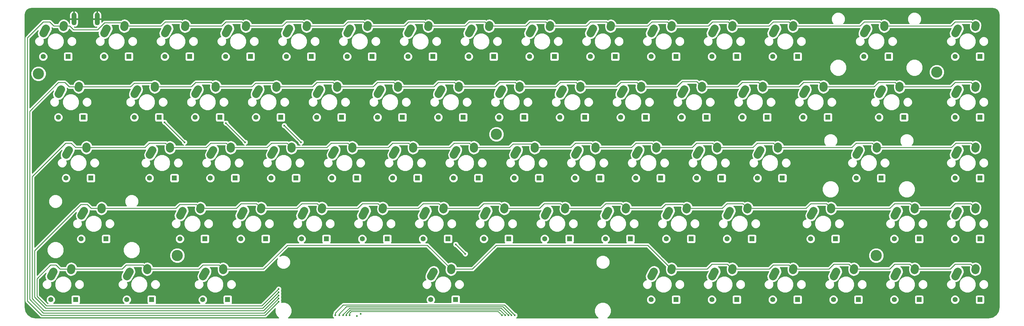
<source format=gtl>
G04 #@! TF.FileFunction,Copper,L1,Top,Signal*
%FSLAX46Y46*%
G04 Gerber Fmt 4.6, Leading zero omitted, Abs format (unit mm)*
G04 Created by KiCad (PCBNEW 4.0.7) date 02/17/18 00:52:53*
%MOMM*%
%LPD*%
G01*
G04 APERTURE LIST*
%ADD10C,0.100000*%
%ADD11C,2.500000*%
%ADD12R,1.600000X1.600000*%
%ADD13C,1.600000*%
%ADD14O,1.500000X4.000000*%
%ADD15C,3.500000*%
%ADD16C,0.600000*%
%ADD17C,0.250000*%
%ADD18C,0.254000*%
G04 APERTURE END LIST*
D10*
D11*
X104156703Y-38862546D02*
X103345797Y-40322454D01*
X109695974Y-37783172D02*
X109656526Y-38361828D01*
X85106703Y-38862546D02*
X84295797Y-40322454D01*
X90645974Y-37783172D02*
X90606526Y-38361828D01*
D12*
X92006250Y-47625000D03*
D13*
X84206250Y-47625000D03*
D12*
X96768750Y-66675000D03*
D13*
X88968750Y-66675000D03*
D12*
X99150000Y-85725000D03*
D13*
X91350000Y-85725000D03*
D12*
X103912500Y-104775000D03*
D13*
X96112500Y-104775000D03*
D12*
X94387500Y-123825000D03*
D13*
X86587500Y-123825000D03*
D12*
X111056250Y-47625000D03*
D13*
X103256250Y-47625000D03*
D12*
X120581250Y-66675000D03*
D13*
X112781250Y-66675000D03*
D12*
X125343750Y-85725000D03*
D13*
X117543750Y-85725000D03*
D12*
X134868750Y-104775000D03*
D13*
X127068750Y-104775000D03*
D12*
X118200000Y-123825000D03*
D13*
X110400000Y-123825000D03*
D12*
X142012500Y-123825000D03*
D13*
X134212500Y-123825000D03*
D12*
X130106250Y-47625000D03*
D13*
X122306250Y-47625000D03*
D12*
X139631250Y-66675000D03*
D13*
X131831250Y-66675000D03*
D12*
X144393750Y-85725000D03*
D13*
X136593750Y-85725000D03*
D12*
X153918750Y-104775000D03*
D13*
X146118750Y-104775000D03*
D12*
X149156250Y-47625000D03*
D13*
X141356250Y-47625000D03*
D12*
X158681250Y-66675000D03*
D13*
X150881250Y-66675000D03*
D12*
X163443750Y-85725000D03*
D13*
X155643750Y-85725000D03*
D12*
X172968750Y-104775000D03*
D13*
X165168750Y-104775000D03*
D12*
X168206250Y-47625000D03*
D13*
X160406250Y-47625000D03*
D12*
X177731250Y-66675000D03*
D13*
X169931250Y-66675000D03*
D12*
X182493750Y-85725000D03*
D13*
X174693750Y-85725000D03*
D12*
X192018750Y-104775000D03*
D13*
X184218750Y-104775000D03*
D12*
X187256250Y-47625000D03*
D13*
X179456250Y-47625000D03*
D12*
X196781250Y-66675000D03*
D13*
X188981250Y-66675000D03*
D12*
X201543750Y-85725000D03*
D13*
X193743750Y-85725000D03*
D12*
X211068750Y-104775000D03*
D13*
X203268750Y-104775000D03*
D12*
X206306250Y-47625000D03*
D13*
X198506250Y-47625000D03*
D12*
X215831250Y-66675000D03*
D13*
X208031250Y-66675000D03*
D12*
X220593750Y-85725000D03*
D13*
X212793750Y-85725000D03*
D12*
X230118750Y-104775000D03*
D13*
X222318750Y-104775000D03*
D12*
X213450000Y-123825000D03*
D13*
X205650000Y-123825000D03*
D12*
X225356250Y-47625000D03*
D13*
X217556250Y-47625000D03*
D12*
X234881250Y-66675000D03*
D13*
X227081250Y-66675000D03*
D12*
X239643750Y-85725000D03*
D13*
X231843750Y-85725000D03*
D12*
X249168750Y-104775000D03*
D13*
X241368750Y-104775000D03*
D12*
X244406250Y-47625000D03*
D13*
X236606250Y-47625000D03*
D12*
X253931250Y-66675000D03*
D13*
X246131250Y-66675000D03*
D12*
X258693750Y-85725000D03*
D13*
X250893750Y-85725000D03*
D12*
X268218750Y-104775000D03*
D13*
X260418750Y-104775000D03*
D12*
X263456250Y-47625000D03*
D13*
X255656250Y-47625000D03*
D12*
X272981250Y-66675000D03*
D13*
X265181250Y-66675000D03*
D12*
X277743750Y-85725000D03*
D13*
X269943750Y-85725000D03*
D12*
X287268750Y-104775000D03*
D13*
X279468750Y-104775000D03*
D12*
X282506250Y-47625000D03*
D13*
X274706250Y-47625000D03*
D12*
X292031250Y-66675000D03*
D13*
X284231250Y-66675000D03*
D12*
X296793750Y-85725000D03*
D13*
X288993750Y-85725000D03*
D12*
X306318750Y-104775000D03*
D13*
X298518750Y-104775000D03*
D12*
X282506250Y-123825000D03*
D13*
X274706250Y-123825000D03*
D12*
X301556250Y-47625000D03*
D13*
X293756250Y-47625000D03*
D12*
X311081250Y-66675000D03*
D13*
X303281250Y-66675000D03*
D12*
X315843750Y-85725000D03*
D13*
X308043750Y-85725000D03*
D12*
X301556250Y-123825000D03*
D13*
X293756250Y-123825000D03*
D12*
X320606250Y-47625000D03*
D13*
X312806250Y-47625000D03*
D12*
X330131250Y-66675000D03*
D13*
X322331250Y-66675000D03*
D12*
X346800000Y-85725000D03*
D13*
X339000000Y-85725000D03*
D12*
X358706250Y-104775000D03*
D13*
X350906250Y-104775000D03*
D12*
X320606250Y-123825000D03*
D13*
X312806250Y-123825000D03*
D12*
X349181250Y-47625000D03*
D13*
X341381250Y-47625000D03*
D12*
X353943750Y-66675000D03*
D13*
X346143750Y-66675000D03*
D12*
X377756250Y-85725000D03*
D13*
X369956250Y-85725000D03*
D12*
X377756250Y-104775000D03*
D13*
X369956250Y-104775000D03*
D12*
X358706250Y-123825000D03*
D13*
X350906250Y-123825000D03*
D12*
X377756250Y-47625000D03*
D13*
X369956250Y-47625000D03*
D12*
X377756250Y-66675000D03*
D13*
X369956250Y-66675000D03*
D12*
X377756250Y-123825000D03*
D13*
X369956250Y-123825000D03*
D14*
X93850000Y-35850000D03*
X101150000Y-35850000D03*
D11*
X89869203Y-57912546D02*
X89058297Y-59372454D01*
X95408474Y-56833172D02*
X95369026Y-57411828D01*
X92250453Y-76962546D02*
X91439547Y-78422454D01*
X97789724Y-75883172D02*
X97750276Y-76461828D01*
X97012953Y-96012546D02*
X96202047Y-97472454D01*
X102552224Y-94933172D02*
X102512776Y-95511828D01*
X87487953Y-115062546D02*
X86677047Y-116522454D01*
X93027224Y-113983172D02*
X92987776Y-114561828D01*
X113681703Y-57912546D02*
X112870797Y-59372454D01*
X119220974Y-56833172D02*
X119181526Y-57411828D01*
X118444203Y-76962546D02*
X117633297Y-78422454D01*
X123983474Y-75883172D02*
X123944026Y-76461828D01*
X127969203Y-96012546D02*
X127158297Y-97472454D01*
X133508474Y-94933172D02*
X133469026Y-95511828D01*
X111300453Y-115062546D02*
X110489547Y-116522454D01*
X116839724Y-113983172D02*
X116800276Y-114561828D01*
X135112953Y-115062546D02*
X134302047Y-116522454D01*
X140652224Y-113983172D02*
X140612776Y-114561828D01*
X123206703Y-38862546D02*
X122395797Y-40322454D01*
X128745974Y-37783172D02*
X128706526Y-38361828D01*
X132731703Y-57912546D02*
X131920797Y-59372454D01*
X138270974Y-56833172D02*
X138231526Y-57411828D01*
X137494203Y-76962546D02*
X136683297Y-78422454D01*
X143033474Y-75883172D02*
X142994026Y-76461828D01*
X147019203Y-96012546D02*
X146208297Y-97472454D01*
X152558474Y-94933172D02*
X152519026Y-95511828D01*
X142256703Y-38862546D02*
X141445797Y-40322454D01*
X147795974Y-37783172D02*
X147756526Y-38361828D01*
X151781703Y-57912546D02*
X150970797Y-59372454D01*
X157320974Y-56833172D02*
X157281526Y-57411828D01*
X156544203Y-76962546D02*
X155733297Y-78422454D01*
X162083474Y-75883172D02*
X162044026Y-76461828D01*
X166069203Y-96012546D02*
X165258297Y-97472454D01*
X171608474Y-94933172D02*
X171569026Y-95511828D01*
X161306703Y-38862546D02*
X160495797Y-40322454D01*
X166845974Y-37783172D02*
X166806526Y-38361828D01*
X170831703Y-57912546D02*
X170020797Y-59372454D01*
X176370974Y-56833172D02*
X176331526Y-57411828D01*
X175594203Y-76962546D02*
X174783297Y-78422454D01*
X181133474Y-75883172D02*
X181094026Y-76461828D01*
X185119203Y-96012546D02*
X184308297Y-97472454D01*
X190658474Y-94933172D02*
X190619026Y-95511828D01*
X180356703Y-38862546D02*
X179545797Y-40322454D01*
X185895974Y-37783172D02*
X185856526Y-38361828D01*
X189881703Y-57912546D02*
X189070797Y-59372454D01*
X195420974Y-56833172D02*
X195381526Y-57411828D01*
X194644203Y-76962546D02*
X193833297Y-78422454D01*
X200183474Y-75883172D02*
X200144026Y-76461828D01*
X204169203Y-96012546D02*
X203358297Y-97472454D01*
X209708474Y-94933172D02*
X209669026Y-95511828D01*
X199406703Y-38862546D02*
X198595797Y-40322454D01*
X204945974Y-37783172D02*
X204906526Y-38361828D01*
X208931703Y-57912546D02*
X208120797Y-59372454D01*
X214470974Y-56833172D02*
X214431526Y-57411828D01*
X213694203Y-76962546D02*
X212883297Y-78422454D01*
X219233474Y-75883172D02*
X219194026Y-76461828D01*
X223219203Y-96012546D02*
X222408297Y-97472454D01*
X228758474Y-94933172D02*
X228719026Y-95511828D01*
X206550453Y-115062546D02*
X205739547Y-116522454D01*
X212089724Y-113983172D02*
X212050276Y-114561828D01*
X218456703Y-38862546D02*
X217645797Y-40322454D01*
X223995974Y-37783172D02*
X223956526Y-38361828D01*
X227981703Y-57912546D02*
X227170797Y-59372454D01*
X233520974Y-56833172D02*
X233481526Y-57411828D01*
X232744203Y-76962546D02*
X231933297Y-78422454D01*
X238283474Y-75883172D02*
X238244026Y-76461828D01*
X242269203Y-96012546D02*
X241458297Y-97472454D01*
X247808474Y-94933172D02*
X247769026Y-95511828D01*
X237506703Y-38862546D02*
X236695797Y-40322454D01*
X243045974Y-37783172D02*
X243006526Y-38361828D01*
X247031703Y-57912546D02*
X246220797Y-59372454D01*
X252570974Y-56833172D02*
X252531526Y-57411828D01*
X251794203Y-76962546D02*
X250983297Y-78422454D01*
X257333474Y-75883172D02*
X257294026Y-76461828D01*
X261319203Y-96012546D02*
X260508297Y-97472454D01*
X266858474Y-94933172D02*
X266819026Y-95511828D01*
X256556703Y-38862546D02*
X255745797Y-40322454D01*
X262095974Y-37783172D02*
X262056526Y-38361828D01*
X266081703Y-57912546D02*
X265270797Y-59372454D01*
X271620974Y-56833172D02*
X271581526Y-57411828D01*
X270844203Y-76962546D02*
X270033297Y-78422454D01*
X276383474Y-75883172D02*
X276344026Y-76461828D01*
X280369203Y-96012546D02*
X279558297Y-97472454D01*
X285908474Y-94933172D02*
X285869026Y-95511828D01*
X275606703Y-38862546D02*
X274795797Y-40322454D01*
X281145974Y-37783172D02*
X281106526Y-38361828D01*
X285131703Y-57912546D02*
X284320797Y-59372454D01*
X290670974Y-56833172D02*
X290631526Y-57411828D01*
X289894203Y-76962546D02*
X289083297Y-78422454D01*
X295433474Y-75883172D02*
X295394026Y-76461828D01*
X299419203Y-96012546D02*
X298608297Y-97472454D01*
X304958474Y-94933172D02*
X304919026Y-95511828D01*
X275606703Y-115062546D02*
X274795797Y-116522454D01*
X281145974Y-113983172D02*
X281106526Y-114561828D01*
X294656703Y-38862546D02*
X293845797Y-40322454D01*
X300195974Y-37783172D02*
X300156526Y-38361828D01*
X304181703Y-57912546D02*
X303370797Y-59372454D01*
X309720974Y-56833172D02*
X309681526Y-57411828D01*
X308944203Y-76962546D02*
X308133297Y-78422454D01*
X314483474Y-75883172D02*
X314444026Y-76461828D01*
X294656703Y-115062546D02*
X293845797Y-116522454D01*
X300195974Y-113983172D02*
X300156526Y-114561828D01*
X313706703Y-38862546D02*
X312895797Y-40322454D01*
X319245974Y-37783172D02*
X319206526Y-38361828D01*
X323231703Y-57912546D02*
X322420797Y-59372454D01*
X328770974Y-56833172D02*
X328731526Y-57411828D01*
X339900453Y-76962546D02*
X339089547Y-78422454D01*
X345439724Y-75883172D02*
X345400276Y-76461828D01*
X351806703Y-96012546D02*
X350995797Y-97472454D01*
X357345974Y-94933172D02*
X357306526Y-95511828D01*
X313706703Y-115062546D02*
X312895797Y-116522454D01*
X319245974Y-113983172D02*
X319206526Y-114561828D01*
X342281703Y-38862546D02*
X341470797Y-40322454D01*
X347820974Y-37783172D02*
X347781526Y-38361828D01*
X347044203Y-57912546D02*
X346233297Y-59372454D01*
X352583474Y-56833172D02*
X352544026Y-57411828D01*
X370856703Y-76962546D02*
X370045797Y-78422454D01*
X376395974Y-75883172D02*
X376356526Y-76461828D01*
X370856703Y-96012546D02*
X370045797Y-97472454D01*
X376395974Y-94933172D02*
X376356526Y-95511828D01*
X351806703Y-115062546D02*
X350995797Y-116522454D01*
X357345974Y-113983172D02*
X357306526Y-114561828D01*
X370856703Y-38862546D02*
X370045797Y-40322454D01*
X376395974Y-37783172D02*
X376356526Y-38361828D01*
X370856703Y-57912546D02*
X370045797Y-59372454D01*
X376395974Y-56833172D02*
X376356526Y-57411828D01*
X370856703Y-115062546D02*
X370045797Y-116522454D01*
X376395974Y-113983172D02*
X376356526Y-114561828D01*
D12*
X339656250Y-123825000D03*
D13*
X331856250Y-123825000D03*
D11*
X332756703Y-115062546D02*
X331945797Y-116522454D01*
X338295974Y-113983172D02*
X338256526Y-114561828D01*
D12*
X332512500Y-104775000D03*
D13*
X324712500Y-104775000D03*
D11*
X325612953Y-96012546D02*
X324802047Y-97472454D01*
X331152224Y-94933172D02*
X331112776Y-95511828D01*
D15*
X82750000Y-53000000D03*
X126250000Y-110000000D03*
X364250000Y-52500000D03*
X345250000Y-110000000D03*
X226250000Y-72000000D03*
D16*
X182500000Y-129000000D03*
X96750000Y-40750000D03*
X177500000Y-105250000D03*
X144500000Y-69750000D03*
X149250000Y-74500000D03*
X162250000Y-69750000D03*
X158250000Y-69750000D03*
X141000000Y-69750000D03*
X130250000Y-74500000D03*
X125250000Y-69750000D03*
X126750000Y-74500000D03*
X122500000Y-69750000D03*
X153750000Y-117000000D03*
X159000000Y-106000000D03*
X158750000Y-92250000D03*
X145750000Y-74500000D03*
X146250000Y-116750000D03*
X141250000Y-108750000D03*
X141250000Y-92250000D03*
X164750000Y-113750000D03*
X180750000Y-105250000D03*
X168500000Y-108750000D03*
X187500000Y-109250000D03*
X166750000Y-112750000D03*
X167750000Y-126500000D03*
X166250000Y-122000000D03*
X183750000Y-128250000D03*
X243000000Y-112500000D03*
X194000000Y-117500000D03*
X193000000Y-123000000D03*
X193000000Y-113000000D03*
X128500000Y-74500000D03*
X122250000Y-68250000D03*
X147500000Y-74500000D03*
X141500000Y-68500000D03*
X165000000Y-74500000D03*
X159750000Y-69250000D03*
X216500000Y-109500000D03*
X213500000Y-106500000D03*
X228000000Y-128750000D03*
X180250000Y-128750000D03*
X229000000Y-128750000D03*
X179250000Y-128750000D03*
X230000000Y-128750000D03*
X178250000Y-128750000D03*
X231000000Y-128750000D03*
X177000000Y-128750000D03*
X232000000Y-128750000D03*
X175750000Y-128750000D03*
X158000000Y-124500000D03*
X158000000Y-123500000D03*
X158000000Y-122500000D03*
X158000000Y-121500000D03*
X158000000Y-120500000D03*
D17*
X122250000Y-68250000D02*
X128500000Y-74500000D01*
X141500000Y-68500000D02*
X147500000Y-74500000D01*
X159750000Y-69250000D02*
X165000000Y-74500000D01*
X213500000Y-106500000D02*
X216500000Y-109500000D01*
X218750000Y-127500000D02*
X226750000Y-127500000D01*
X180250000Y-128750000D02*
X180250000Y-128000000D01*
X180750000Y-127500000D02*
X187000000Y-127500000D01*
X180250000Y-128000000D02*
X180750000Y-127500000D01*
X218750000Y-127500000D02*
X187000000Y-127500000D01*
X226750000Y-127500000D02*
X228000000Y-128750000D01*
X218000000Y-127000000D02*
X227250000Y-127000000D01*
X179250000Y-128750000D02*
X179250000Y-128250000D01*
X180500000Y-127000000D02*
X187000000Y-127000000D01*
X179250000Y-128250000D02*
X180500000Y-127000000D01*
X218000000Y-127000000D02*
X187000000Y-127000000D01*
X227250000Y-127000000D02*
X229000000Y-128750000D01*
X217500000Y-126500000D02*
X227750000Y-126500000D01*
X178250000Y-128750000D02*
X178250000Y-128500000D01*
X180250000Y-126500000D02*
X187000000Y-126500000D01*
X178250000Y-128500000D02*
X180250000Y-126500000D01*
X217500000Y-126500000D02*
X187000000Y-126500000D01*
X227750000Y-126500000D02*
X230000000Y-128750000D01*
X217250000Y-126000000D02*
X228250000Y-126000000D01*
X177000000Y-128750000D02*
X177000000Y-128250000D01*
X179250000Y-126000000D02*
X185750000Y-126000000D01*
X177000000Y-128250000D02*
X179250000Y-126000000D01*
X217250000Y-126000000D02*
X185750000Y-126000000D01*
X228250000Y-126000000D02*
X231000000Y-128750000D01*
X217000000Y-125500000D02*
X228750000Y-125500000D01*
X175750000Y-128750000D02*
X175750000Y-128000000D01*
X178250000Y-125500000D02*
X185250000Y-125500000D01*
X175750000Y-128000000D02*
X178250000Y-125500000D01*
X217000000Y-125500000D02*
X185250000Y-125500000D01*
X228750000Y-125500000D02*
X232000000Y-128750000D01*
X152250000Y-128750000D02*
X153750000Y-128750000D01*
X90626250Y-38072500D02*
X87572500Y-38072500D01*
X83750000Y-128750000D02*
X95750000Y-128750000D01*
X79250000Y-124250000D02*
X83750000Y-128750000D01*
X79250000Y-41750000D02*
X79250000Y-124250000D01*
X84250000Y-36750000D02*
X79250000Y-41750000D01*
X86250000Y-36750000D02*
X84250000Y-36750000D01*
X87572500Y-38072500D02*
X86250000Y-36750000D01*
X152250000Y-128750000D02*
X95750000Y-128750000D01*
X153750000Y-128750000D02*
X158000000Y-124500000D01*
X347801250Y-38072500D02*
X368677500Y-38072500D01*
X375053750Y-36750000D02*
X376376250Y-38072500D01*
X370000000Y-36750000D02*
X375053750Y-36750000D01*
X368677500Y-38072500D02*
X370000000Y-36750000D01*
X319226250Y-38072500D02*
X340177500Y-38072500D01*
X346478750Y-36750000D02*
X347801250Y-38072500D01*
X341500000Y-36750000D02*
X346478750Y-36750000D01*
X340177500Y-38072500D02*
X341500000Y-36750000D01*
X300176250Y-38072500D02*
X311677500Y-38072500D01*
X317903750Y-36750000D02*
X319226250Y-38072500D01*
X313000000Y-36750000D02*
X317903750Y-36750000D01*
X311677500Y-38072500D02*
X313000000Y-36750000D01*
X281126250Y-38072500D02*
X292677500Y-38072500D01*
X298853750Y-36750000D02*
X300176250Y-38072500D01*
X294000000Y-36750000D02*
X298853750Y-36750000D01*
X292677500Y-38072500D02*
X294000000Y-36750000D01*
X262076250Y-38072500D02*
X273677500Y-38072500D01*
X279803750Y-36750000D02*
X281126250Y-38072500D01*
X275000000Y-36750000D02*
X279803750Y-36750000D01*
X273677500Y-38072500D02*
X275000000Y-36750000D01*
X243026250Y-38072500D02*
X254427500Y-38072500D01*
X260753750Y-36750000D02*
X262076250Y-38072500D01*
X255750000Y-36750000D02*
X260753750Y-36750000D01*
X254427500Y-38072500D02*
X255750000Y-36750000D01*
X223976250Y-38072500D02*
X235427500Y-38072500D01*
X241703750Y-36750000D02*
X243026250Y-38072500D01*
X236750000Y-36750000D02*
X241703750Y-36750000D01*
X235427500Y-38072500D02*
X236750000Y-36750000D01*
X204926250Y-38072500D02*
X216427500Y-38072500D01*
X222653750Y-36750000D02*
X223976250Y-38072500D01*
X217750000Y-36750000D02*
X222653750Y-36750000D01*
X216427500Y-38072500D02*
X217750000Y-36750000D01*
X185876250Y-38072500D02*
X197427500Y-38072500D01*
X203603750Y-36750000D02*
X204926250Y-38072500D01*
X198750000Y-36750000D02*
X203603750Y-36750000D01*
X197427500Y-38072500D02*
X198750000Y-36750000D01*
X166826250Y-38072500D02*
X178427500Y-38072500D01*
X184553750Y-36750000D02*
X185876250Y-38072500D01*
X179750000Y-36750000D02*
X184553750Y-36750000D01*
X178427500Y-38072500D02*
X179750000Y-36750000D01*
X147776250Y-38072500D02*
X159177500Y-38072500D01*
X165503750Y-36750000D02*
X166826250Y-38072500D01*
X160500000Y-36750000D02*
X165503750Y-36750000D01*
X159177500Y-38072500D02*
X160500000Y-36750000D01*
X128726250Y-38072500D02*
X140177500Y-38072500D01*
X146453750Y-36750000D02*
X147776250Y-38072500D01*
X141500000Y-36750000D02*
X146453750Y-36750000D01*
X140177500Y-38072500D02*
X141500000Y-36750000D01*
X109676250Y-38072500D02*
X121177500Y-38072500D01*
X127403750Y-36750000D02*
X128726250Y-38072500D01*
X122500000Y-36750000D02*
X127403750Y-36750000D01*
X121177500Y-38072500D02*
X122500000Y-36750000D01*
X90626250Y-38072500D02*
X92572500Y-38072500D01*
X108603750Y-37000000D02*
X109676250Y-38072500D01*
X103500000Y-37000000D02*
X108603750Y-37000000D01*
X101250000Y-39250000D02*
X103500000Y-37000000D01*
X93750000Y-39250000D02*
X101250000Y-39250000D01*
X92572500Y-38072500D02*
X93750000Y-39250000D01*
X153000000Y-128000000D02*
X153500000Y-128000000D01*
X153500000Y-128000000D02*
X158000000Y-123500000D01*
X153000000Y-128000000D02*
X95750000Y-128000000D01*
X92372500Y-57122500D02*
X91000000Y-55750000D01*
X91000000Y-55750000D02*
X89000000Y-55750000D01*
X89000000Y-55750000D02*
X80000000Y-64750000D01*
X80000000Y-64750000D02*
X80000000Y-123750000D01*
X80000000Y-123750000D02*
X84250000Y-128000000D01*
X84250000Y-128000000D02*
X95750000Y-128000000D01*
X95388750Y-57122500D02*
X92372500Y-57122500D01*
X352563750Y-57122500D02*
X368627500Y-57122500D01*
X375003750Y-55750000D02*
X376376250Y-57122500D01*
X370000000Y-55750000D02*
X375003750Y-55750000D01*
X368627500Y-57122500D02*
X370000000Y-55750000D01*
X328751250Y-57122500D02*
X344627500Y-57122500D01*
X351191250Y-55750000D02*
X352563750Y-57122500D01*
X346000000Y-55750000D02*
X351191250Y-55750000D01*
X344627500Y-57122500D02*
X346000000Y-55750000D01*
X309701250Y-57122500D02*
X321127500Y-57122500D01*
X327378750Y-55750000D02*
X328751250Y-57122500D01*
X322500000Y-55750000D02*
X327378750Y-55750000D01*
X321127500Y-57122500D02*
X322500000Y-55750000D01*
X290651250Y-57122500D02*
X301877500Y-57122500D01*
X308328750Y-55750000D02*
X309701250Y-57122500D01*
X303250000Y-55750000D02*
X308328750Y-55750000D01*
X301877500Y-57122500D02*
X303250000Y-55750000D01*
X271601250Y-57122500D02*
X282877500Y-57122500D01*
X289028750Y-55500000D02*
X290651250Y-57122500D01*
X284500000Y-55500000D02*
X289028750Y-55500000D01*
X282877500Y-57122500D02*
X284500000Y-55500000D01*
X252551250Y-57122500D02*
X263877500Y-57122500D01*
X270228750Y-55750000D02*
X271601250Y-57122500D01*
X265250000Y-55750000D02*
X270228750Y-55750000D01*
X263877500Y-57122500D02*
X265250000Y-55750000D01*
X214451250Y-57122500D02*
X225877500Y-57122500D01*
X232128750Y-55750000D02*
X233501250Y-57122500D01*
X227250000Y-55750000D02*
X232128750Y-55750000D01*
X225877500Y-57122500D02*
X227250000Y-55750000D01*
X251178750Y-55750000D02*
X252551250Y-57122500D01*
X233501250Y-57122500D02*
X244877500Y-57122500D01*
X244877500Y-57122500D02*
X246250000Y-55750000D01*
X246250000Y-55750000D02*
X251178750Y-55750000D01*
X195401250Y-57122500D02*
X206627500Y-57122500D01*
X213078750Y-55750000D02*
X214451250Y-57122500D01*
X208000000Y-55750000D02*
X213078750Y-55750000D01*
X206627500Y-57122500D02*
X208000000Y-55750000D01*
X176351250Y-57122500D02*
X187627500Y-57122500D01*
X194028750Y-55750000D02*
X195401250Y-57122500D01*
X189000000Y-55750000D02*
X194028750Y-55750000D01*
X187627500Y-57122500D02*
X189000000Y-55750000D01*
X157301250Y-57122500D02*
X168627500Y-57122500D01*
X174978750Y-55750000D02*
X176351250Y-57122500D01*
X170000000Y-55750000D02*
X174978750Y-55750000D01*
X168627500Y-57122500D02*
X170000000Y-55750000D01*
X138251250Y-57122500D02*
X149627500Y-57122500D01*
X156178750Y-56000000D02*
X157301250Y-57122500D01*
X150750000Y-56000000D02*
X156178750Y-56000000D01*
X149627500Y-57122500D02*
X150750000Y-56000000D01*
X119201250Y-57122500D02*
X130627500Y-57122500D01*
X136878750Y-55750000D02*
X138251250Y-57122500D01*
X132000000Y-55750000D02*
X136878750Y-55750000D01*
X130627500Y-57122500D02*
X132000000Y-55750000D01*
X95388750Y-57122500D02*
X111627500Y-57122500D01*
X118078750Y-56000000D02*
X119201250Y-57122500D01*
X112750000Y-56000000D02*
X118078750Y-56000000D01*
X111627500Y-57122500D02*
X112750000Y-56000000D01*
X94422500Y-76172500D02*
X97770000Y-76172500D01*
X84500000Y-127250000D02*
X94250000Y-127250000D01*
X80750000Y-123500000D02*
X84500000Y-127250000D01*
X80750000Y-85250000D02*
X80750000Y-123500000D01*
X91250000Y-74750000D02*
X80750000Y-85250000D01*
X93000000Y-74750000D02*
X91250000Y-74750000D01*
X94422500Y-76172500D02*
X93000000Y-74750000D01*
X151250000Y-127250000D02*
X94250000Y-127250000D01*
X153250000Y-127250000D02*
X151250000Y-127250000D01*
X158000000Y-122500000D02*
X153250000Y-127250000D01*
X345420000Y-76172500D02*
X368827500Y-76172500D01*
X374953750Y-74750000D02*
X376376250Y-76172500D01*
X370250000Y-74750000D02*
X374953750Y-74750000D01*
X368827500Y-76172500D02*
X370250000Y-74750000D01*
X314463750Y-76172500D02*
X337577500Y-76172500D01*
X343997500Y-74750000D02*
X345420000Y-76172500D01*
X339000000Y-74750000D02*
X343997500Y-74750000D01*
X337577500Y-76172500D02*
X339000000Y-74750000D01*
X295413750Y-76172500D02*
X306577500Y-76172500D01*
X313041250Y-74750000D02*
X314463750Y-76172500D01*
X308000000Y-74750000D02*
X313041250Y-74750000D01*
X306577500Y-76172500D02*
X308000000Y-74750000D01*
X276363750Y-76172500D02*
X287577500Y-76172500D01*
X293991250Y-74750000D02*
X295413750Y-76172500D01*
X289000000Y-74750000D02*
X293991250Y-74750000D01*
X287577500Y-76172500D02*
X289000000Y-74750000D01*
X257313750Y-76172500D02*
X268577500Y-76172500D01*
X274941250Y-74750000D02*
X276363750Y-76172500D01*
X270000000Y-74750000D02*
X274941250Y-74750000D01*
X268577500Y-76172500D02*
X270000000Y-74750000D01*
X238263750Y-76172500D02*
X249577500Y-76172500D01*
X255891250Y-74750000D02*
X257313750Y-76172500D01*
X251000000Y-74750000D02*
X255891250Y-74750000D01*
X249577500Y-76172500D02*
X251000000Y-74750000D01*
X219213750Y-76172500D02*
X230327500Y-76172500D01*
X237091250Y-75000000D02*
X238263750Y-76172500D01*
X231500000Y-75000000D02*
X237091250Y-75000000D01*
X230327500Y-76172500D02*
X231500000Y-75000000D01*
X200163750Y-76172500D02*
X211577500Y-76172500D01*
X217791250Y-74750000D02*
X219213750Y-76172500D01*
X213000000Y-74750000D02*
X217791250Y-74750000D01*
X211577500Y-76172500D02*
X213000000Y-74750000D01*
X181113750Y-76172500D02*
X192327500Y-76172500D01*
X198741250Y-74750000D02*
X200163750Y-76172500D01*
X193750000Y-74750000D02*
X198741250Y-74750000D01*
X192327500Y-76172500D02*
X193750000Y-74750000D01*
X162063750Y-76172500D02*
X173077500Y-76172500D01*
X179691250Y-74750000D02*
X181113750Y-76172500D01*
X174500000Y-74750000D02*
X179691250Y-74750000D01*
X173077500Y-76172500D02*
X174500000Y-74750000D01*
X143013750Y-76172500D02*
X154327500Y-76172500D01*
X160641250Y-74750000D02*
X162063750Y-76172500D01*
X155750000Y-74750000D02*
X160641250Y-74750000D01*
X154327500Y-76172500D02*
X155750000Y-74750000D01*
X123963750Y-76172500D02*
X135327500Y-76172500D01*
X141591250Y-74750000D02*
X143013750Y-76172500D01*
X136750000Y-74750000D02*
X141591250Y-74750000D01*
X135327500Y-76172500D02*
X136750000Y-74750000D01*
X97770000Y-76172500D02*
X116077500Y-76172500D01*
X122541250Y-74750000D02*
X123963750Y-76172500D01*
X117500000Y-74750000D02*
X122541250Y-74750000D01*
X116077500Y-76172500D02*
X117500000Y-74750000D01*
X85000000Y-126500000D02*
X93750000Y-126500000D01*
X81500000Y-123000000D02*
X85000000Y-126500000D01*
X81500000Y-108500000D02*
X81500000Y-123000000D01*
X96000000Y-94000000D02*
X81500000Y-108500000D01*
X98000000Y-94000000D02*
X96000000Y-94000000D01*
X99222500Y-95222500D02*
X98000000Y-94000000D01*
X99222500Y-95222500D02*
X102532500Y-95222500D01*
X150500000Y-126500000D02*
X93750000Y-126500000D01*
X153000000Y-126500000D02*
X150500000Y-126500000D01*
X158000000Y-121500000D02*
X153000000Y-126500000D01*
X357326250Y-95222500D02*
X368527500Y-95222500D01*
X374903750Y-93750000D02*
X376376250Y-95222500D01*
X370000000Y-93750000D02*
X374903750Y-93750000D01*
X368527500Y-95222500D02*
X370000000Y-93750000D01*
X331132500Y-95222500D02*
X349527500Y-95222500D01*
X355853750Y-93750000D02*
X357326250Y-95222500D01*
X351000000Y-93750000D02*
X355853750Y-93750000D01*
X349527500Y-95222500D02*
X351000000Y-93750000D01*
X304938750Y-95222500D02*
X323277500Y-95222500D01*
X329660000Y-93750000D02*
X331132500Y-95222500D01*
X324750000Y-93750000D02*
X329660000Y-93750000D01*
X323277500Y-95222500D02*
X324750000Y-93750000D01*
X285888750Y-95222500D02*
X297027500Y-95222500D01*
X303466250Y-93750000D02*
X304938750Y-95222500D01*
X298500000Y-93750000D02*
X303466250Y-93750000D01*
X297027500Y-95222500D02*
X298500000Y-93750000D01*
X266838750Y-95222500D02*
X278027500Y-95222500D01*
X284666250Y-94000000D02*
X285888750Y-95222500D01*
X279250000Y-94000000D02*
X284666250Y-94000000D01*
X278027500Y-95222500D02*
X279250000Y-94000000D01*
X247788750Y-95222500D02*
X259027500Y-95222500D01*
X265366250Y-93750000D02*
X266838750Y-95222500D01*
X260500000Y-93750000D02*
X265366250Y-93750000D01*
X259027500Y-95222500D02*
X260500000Y-93750000D01*
X228738750Y-95222500D02*
X239777500Y-95222500D01*
X246316250Y-93750000D02*
X247788750Y-95222500D01*
X241250000Y-93750000D02*
X246316250Y-93750000D01*
X239777500Y-95222500D02*
X241250000Y-93750000D01*
X209688750Y-95222500D02*
X220777500Y-95222500D01*
X227266250Y-93750000D02*
X228738750Y-95222500D01*
X222250000Y-93750000D02*
X227266250Y-93750000D01*
X220777500Y-95222500D02*
X222250000Y-93750000D01*
X190638750Y-95222500D02*
X201777500Y-95222500D01*
X208216250Y-93750000D02*
X209688750Y-95222500D01*
X203250000Y-93750000D02*
X208216250Y-93750000D01*
X201777500Y-95222500D02*
X203250000Y-93750000D01*
X171588750Y-95222500D02*
X182777500Y-95222500D01*
X189166250Y-93750000D02*
X190638750Y-95222500D01*
X184250000Y-93750000D02*
X189166250Y-93750000D01*
X182777500Y-95222500D02*
X184250000Y-93750000D01*
X152538750Y-95222500D02*
X163777500Y-95222500D01*
X170116250Y-93750000D02*
X171588750Y-95222500D01*
X165250000Y-93750000D02*
X170116250Y-93750000D01*
X163777500Y-95222500D02*
X165250000Y-93750000D01*
X133488750Y-95222500D02*
X144777500Y-95222500D01*
X151066250Y-93750000D02*
X152538750Y-95222500D01*
X146250000Y-93750000D02*
X151066250Y-93750000D01*
X144777500Y-95222500D02*
X146250000Y-93750000D01*
X102532500Y-95222500D02*
X125777500Y-95222500D01*
X132266250Y-94000000D02*
X133488750Y-95222500D01*
X127000000Y-94000000D02*
X132266250Y-94000000D01*
X125777500Y-95222500D02*
X127000000Y-94000000D01*
X152750000Y-125750000D02*
X149750000Y-125750000D01*
X158000000Y-120500000D02*
X152750000Y-125750000D01*
X89522500Y-114272500D02*
X93007500Y-114272500D01*
X85250000Y-125750000D02*
X92750000Y-125750000D01*
X82250000Y-122750000D02*
X85250000Y-125750000D01*
X82250000Y-117250000D02*
X82250000Y-122750000D01*
X86500000Y-113000000D02*
X82250000Y-117250000D01*
X88250000Y-113000000D02*
X86500000Y-113000000D01*
X89522500Y-114272500D02*
X88250000Y-113000000D01*
X149750000Y-125750000D02*
X92750000Y-125750000D01*
X212070000Y-114272500D02*
X218727500Y-114272500D01*
X218727500Y-114272500D02*
X226250000Y-106750000D01*
X226250000Y-106750000D02*
X273603750Y-106750000D01*
X273603750Y-106750000D02*
X281126250Y-114272500D01*
X357326250Y-114272500D02*
X368477500Y-114272500D01*
X374853750Y-112750000D02*
X376376250Y-114272500D01*
X370000000Y-112750000D02*
X374853750Y-112750000D01*
X368477500Y-114272500D02*
X370000000Y-112750000D01*
X338276250Y-114272500D02*
X349477500Y-114272500D01*
X355803750Y-112750000D02*
X357326250Y-114272500D01*
X351000000Y-112750000D02*
X355803750Y-112750000D01*
X349477500Y-114272500D02*
X351000000Y-112750000D01*
X319226250Y-114272500D02*
X330477500Y-114272500D01*
X336753750Y-112750000D02*
X338276250Y-114272500D01*
X332000000Y-112750000D02*
X336753750Y-112750000D01*
X330477500Y-114272500D02*
X332000000Y-112750000D01*
X300176250Y-114272500D02*
X311727500Y-114272500D01*
X317953750Y-113000000D02*
X319226250Y-114272500D01*
X313000000Y-113000000D02*
X317953750Y-113000000D01*
X311727500Y-114272500D02*
X313000000Y-113000000D01*
X281126250Y-114272500D02*
X292227500Y-114272500D01*
X298653750Y-112750000D02*
X300176250Y-114272500D01*
X293750000Y-112750000D02*
X298653750Y-112750000D01*
X292227500Y-114272500D02*
X293750000Y-112750000D01*
X140632500Y-114272500D02*
X153227500Y-114272500D01*
X153227500Y-114272500D02*
X160750000Y-106750000D01*
X160750000Y-106750000D02*
X204547500Y-106750000D01*
X204547500Y-106750000D02*
X212070000Y-114272500D01*
X116820000Y-114272500D02*
X132977500Y-114272500D01*
X139360000Y-113000000D02*
X140632500Y-114272500D01*
X134250000Y-113000000D02*
X139360000Y-113000000D01*
X132977500Y-114272500D02*
X134250000Y-113000000D01*
X93007500Y-114272500D02*
X108977500Y-114272500D01*
X115547500Y-113000000D02*
X116820000Y-114272500D01*
X110250000Y-113000000D02*
X115547500Y-113000000D01*
X108977500Y-114272500D02*
X110250000Y-113000000D01*
D18*
G36*
X382525351Y-32628137D02*
X383182661Y-33067336D01*
X383621863Y-33724648D01*
X383790000Y-34569931D01*
X383790000Y-126180069D01*
X383526712Y-127503705D01*
X382816546Y-128566546D01*
X381753707Y-129276712D01*
X380430069Y-129540000D01*
X261082692Y-129540000D01*
X261815373Y-128808596D01*
X262216442Y-127842715D01*
X262217355Y-126796874D01*
X261817972Y-125830293D01*
X261079096Y-125090127D01*
X260113215Y-124689058D01*
X259067374Y-124688145D01*
X258100793Y-125087528D01*
X257360627Y-125826404D01*
X256959558Y-126792285D01*
X256958645Y-127838126D01*
X257358028Y-128804707D01*
X258092039Y-129540000D01*
X232532065Y-129540000D01*
X232792192Y-129280327D01*
X232934838Y-128936799D01*
X232935162Y-128564833D01*
X232793117Y-128221057D01*
X232530327Y-127957808D01*
X232186799Y-127815162D01*
X232139923Y-127815121D01*
X229287401Y-124962599D01*
X229040839Y-124797852D01*
X228750000Y-124740000D01*
X214874152Y-124740000D01*
X214897440Y-124625000D01*
X214897440Y-124109187D01*
X273271002Y-124109187D01*
X273489007Y-124636800D01*
X273892327Y-125040824D01*
X274419559Y-125259750D01*
X274990437Y-125260248D01*
X275518050Y-125042243D01*
X275922074Y-124638923D01*
X276141000Y-124111691D01*
X276141498Y-123540813D01*
X275928369Y-123025000D01*
X281058810Y-123025000D01*
X281058810Y-124625000D01*
X281103088Y-124860317D01*
X281242160Y-125076441D01*
X281454360Y-125221431D01*
X281706250Y-125272440D01*
X283306250Y-125272440D01*
X283541567Y-125228162D01*
X283757691Y-125089090D01*
X283902681Y-124876890D01*
X283953690Y-124625000D01*
X283953690Y-124109187D01*
X292321002Y-124109187D01*
X292539007Y-124636800D01*
X292942327Y-125040824D01*
X293469559Y-125259750D01*
X294040437Y-125260248D01*
X294568050Y-125042243D01*
X294972074Y-124638923D01*
X295191000Y-124111691D01*
X295191498Y-123540813D01*
X294978369Y-123025000D01*
X300108810Y-123025000D01*
X300108810Y-124625000D01*
X300153088Y-124860317D01*
X300292160Y-125076441D01*
X300504360Y-125221431D01*
X300756250Y-125272440D01*
X302356250Y-125272440D01*
X302591567Y-125228162D01*
X302807691Y-125089090D01*
X302952681Y-124876890D01*
X303003690Y-124625000D01*
X303003690Y-124109187D01*
X311371002Y-124109187D01*
X311589007Y-124636800D01*
X311992327Y-125040824D01*
X312519559Y-125259750D01*
X313090437Y-125260248D01*
X313618050Y-125042243D01*
X314022074Y-124638923D01*
X314241000Y-124111691D01*
X314241498Y-123540813D01*
X314028369Y-123025000D01*
X319158810Y-123025000D01*
X319158810Y-124625000D01*
X319203088Y-124860317D01*
X319342160Y-125076441D01*
X319554360Y-125221431D01*
X319806250Y-125272440D01*
X321406250Y-125272440D01*
X321641567Y-125228162D01*
X321857691Y-125089090D01*
X322002681Y-124876890D01*
X322053690Y-124625000D01*
X322053690Y-124109187D01*
X330421002Y-124109187D01*
X330639007Y-124636800D01*
X331042327Y-125040824D01*
X331569559Y-125259750D01*
X332140437Y-125260248D01*
X332668050Y-125042243D01*
X333072074Y-124638923D01*
X333291000Y-124111691D01*
X333291498Y-123540813D01*
X333078369Y-123025000D01*
X338208810Y-123025000D01*
X338208810Y-124625000D01*
X338253088Y-124860317D01*
X338392160Y-125076441D01*
X338604360Y-125221431D01*
X338856250Y-125272440D01*
X340456250Y-125272440D01*
X340691567Y-125228162D01*
X340907691Y-125089090D01*
X341052681Y-124876890D01*
X341103690Y-124625000D01*
X341103690Y-124109187D01*
X349471002Y-124109187D01*
X349689007Y-124636800D01*
X350092327Y-125040824D01*
X350619559Y-125259750D01*
X351190437Y-125260248D01*
X351718050Y-125042243D01*
X352122074Y-124638923D01*
X352341000Y-124111691D01*
X352341498Y-123540813D01*
X352128369Y-123025000D01*
X357258810Y-123025000D01*
X357258810Y-124625000D01*
X357303088Y-124860317D01*
X357442160Y-125076441D01*
X357654360Y-125221431D01*
X357906250Y-125272440D01*
X359506250Y-125272440D01*
X359741567Y-125228162D01*
X359957691Y-125089090D01*
X360102681Y-124876890D01*
X360153690Y-124625000D01*
X360153690Y-124109187D01*
X368521002Y-124109187D01*
X368739007Y-124636800D01*
X369142327Y-125040824D01*
X369669559Y-125259750D01*
X370240437Y-125260248D01*
X370768050Y-125042243D01*
X371172074Y-124638923D01*
X371391000Y-124111691D01*
X371391498Y-123540813D01*
X371178369Y-123025000D01*
X376308810Y-123025000D01*
X376308810Y-124625000D01*
X376353088Y-124860317D01*
X376492160Y-125076441D01*
X376704360Y-125221431D01*
X376956250Y-125272440D01*
X378556250Y-125272440D01*
X378791567Y-125228162D01*
X379007691Y-125089090D01*
X379152681Y-124876890D01*
X379203690Y-124625000D01*
X379203690Y-123025000D01*
X379159412Y-122789683D01*
X379020340Y-122573559D01*
X378808140Y-122428569D01*
X378556250Y-122377560D01*
X376956250Y-122377560D01*
X376720933Y-122421838D01*
X376504809Y-122560910D01*
X376359819Y-122773110D01*
X376308810Y-123025000D01*
X371178369Y-123025000D01*
X371173493Y-123013200D01*
X370770173Y-122609176D01*
X370242941Y-122390250D01*
X369672063Y-122389752D01*
X369144450Y-122607757D01*
X368740426Y-123011077D01*
X368521500Y-123538309D01*
X368521002Y-124109187D01*
X360153690Y-124109187D01*
X360153690Y-123025000D01*
X360109412Y-122789683D01*
X359970340Y-122573559D01*
X359758140Y-122428569D01*
X359506250Y-122377560D01*
X357906250Y-122377560D01*
X357670933Y-122421838D01*
X357454809Y-122560910D01*
X357309819Y-122773110D01*
X357258810Y-123025000D01*
X352128369Y-123025000D01*
X352123493Y-123013200D01*
X351720173Y-122609176D01*
X351192941Y-122390250D01*
X350622063Y-122389752D01*
X350094450Y-122607757D01*
X349690426Y-123011077D01*
X349471500Y-123538309D01*
X349471002Y-124109187D01*
X341103690Y-124109187D01*
X341103690Y-123025000D01*
X341059412Y-122789683D01*
X340920340Y-122573559D01*
X340708140Y-122428569D01*
X340456250Y-122377560D01*
X338856250Y-122377560D01*
X338620933Y-122421838D01*
X338404809Y-122560910D01*
X338259819Y-122773110D01*
X338208810Y-123025000D01*
X333078369Y-123025000D01*
X333073493Y-123013200D01*
X332670173Y-122609176D01*
X332142941Y-122390250D01*
X331572063Y-122389752D01*
X331044450Y-122607757D01*
X330640426Y-123011077D01*
X330421500Y-123538309D01*
X330421002Y-124109187D01*
X322053690Y-124109187D01*
X322053690Y-123025000D01*
X322009412Y-122789683D01*
X321870340Y-122573559D01*
X321658140Y-122428569D01*
X321406250Y-122377560D01*
X319806250Y-122377560D01*
X319570933Y-122421838D01*
X319354809Y-122560910D01*
X319209819Y-122773110D01*
X319158810Y-123025000D01*
X314028369Y-123025000D01*
X314023493Y-123013200D01*
X313620173Y-122609176D01*
X313092941Y-122390250D01*
X312522063Y-122389752D01*
X311994450Y-122607757D01*
X311590426Y-123011077D01*
X311371500Y-123538309D01*
X311371002Y-124109187D01*
X303003690Y-124109187D01*
X303003690Y-123025000D01*
X302959412Y-122789683D01*
X302820340Y-122573559D01*
X302608140Y-122428569D01*
X302356250Y-122377560D01*
X300756250Y-122377560D01*
X300520933Y-122421838D01*
X300304809Y-122560910D01*
X300159819Y-122773110D01*
X300108810Y-123025000D01*
X294978369Y-123025000D01*
X294973493Y-123013200D01*
X294570173Y-122609176D01*
X294042941Y-122390250D01*
X293472063Y-122389752D01*
X292944450Y-122607757D01*
X292540426Y-123011077D01*
X292321500Y-123538309D01*
X292321002Y-124109187D01*
X283953690Y-124109187D01*
X283953690Y-123025000D01*
X283909412Y-122789683D01*
X283770340Y-122573559D01*
X283558140Y-122428569D01*
X283306250Y-122377560D01*
X281706250Y-122377560D01*
X281470933Y-122421838D01*
X281254809Y-122560910D01*
X281109819Y-122773110D01*
X281058810Y-123025000D01*
X275928369Y-123025000D01*
X275923493Y-123013200D01*
X275520173Y-122609176D01*
X274992941Y-122390250D01*
X274422063Y-122389752D01*
X273894450Y-122607757D01*
X273490426Y-123011077D01*
X273271500Y-123538309D01*
X273271002Y-124109187D01*
X214897440Y-124109187D01*
X214897440Y-123025000D01*
X214853162Y-122789683D01*
X214714090Y-122573559D01*
X214501890Y-122428569D01*
X214250000Y-122377560D01*
X212650000Y-122377560D01*
X212414683Y-122421838D01*
X212198559Y-122560910D01*
X212053569Y-122773110D01*
X212002560Y-123025000D01*
X212002560Y-124625000D01*
X212024199Y-124740000D01*
X206764571Y-124740000D01*
X206865824Y-124638923D01*
X207084750Y-124111691D01*
X207085248Y-123540813D01*
X206867243Y-123013200D01*
X206463923Y-122609176D01*
X205936691Y-122390250D01*
X205365813Y-122389752D01*
X204838200Y-122607757D01*
X204434176Y-123011077D01*
X204215250Y-123538309D01*
X204214752Y-124109187D01*
X204432757Y-124636800D01*
X204535777Y-124740000D01*
X178250000Y-124740000D01*
X177959161Y-124797852D01*
X177712599Y-124962599D01*
X175212599Y-127462599D01*
X175047852Y-127709161D01*
X174990000Y-128000000D01*
X174990000Y-128187537D01*
X174957808Y-128219673D01*
X174815162Y-128563201D01*
X174814838Y-128935167D01*
X174956883Y-129278943D01*
X175217485Y-129540000D01*
X161006692Y-129540000D01*
X161739373Y-128808596D01*
X162140442Y-127842715D01*
X162141355Y-126796874D01*
X161741972Y-125830293D01*
X161003096Y-125090127D01*
X160037215Y-124689058D01*
X158991374Y-124688145D01*
X158922454Y-124716622D01*
X158934838Y-124686799D01*
X158935162Y-124314833D01*
X158804931Y-123999649D01*
X158934838Y-123686799D01*
X158935162Y-123314833D01*
X158804931Y-122999649D01*
X158934838Y-122686799D01*
X158935162Y-122314833D01*
X158804931Y-121999649D01*
X158934838Y-121686799D01*
X158935162Y-121314833D01*
X158804931Y-120999649D01*
X158934838Y-120686799D01*
X158935162Y-120314833D01*
X158793117Y-119971057D01*
X158530327Y-119707808D01*
X158186799Y-119565162D01*
X157814833Y-119564838D01*
X157471057Y-119706883D01*
X157207808Y-119969673D01*
X157065162Y-120313201D01*
X157065121Y-120360077D01*
X152435198Y-124990000D01*
X143331646Y-124990000D01*
X143408931Y-124876890D01*
X143459940Y-124625000D01*
X143459940Y-123025000D01*
X143415662Y-122789683D01*
X143276590Y-122573559D01*
X143064390Y-122428569D01*
X142812500Y-122377560D01*
X141212500Y-122377560D01*
X140977183Y-122421838D01*
X140761059Y-122560910D01*
X140616069Y-122773110D01*
X140565060Y-123025000D01*
X140565060Y-124625000D01*
X140609338Y-124860317D01*
X140692787Y-124990000D01*
X135076634Y-124990000D01*
X135428324Y-124638923D01*
X135647250Y-124111691D01*
X135647748Y-123540813D01*
X135429743Y-123013200D01*
X135026423Y-122609176D01*
X134499191Y-122390250D01*
X133928313Y-122389752D01*
X133400700Y-122607757D01*
X132996676Y-123011077D01*
X132777750Y-123538309D01*
X132777252Y-124109187D01*
X132995257Y-124636800D01*
X133347842Y-124990000D01*
X119519146Y-124990000D01*
X119596431Y-124876890D01*
X119647440Y-124625000D01*
X119647440Y-123025000D01*
X119603162Y-122789683D01*
X119464090Y-122573559D01*
X119251890Y-122428569D01*
X119000000Y-122377560D01*
X117400000Y-122377560D01*
X117164683Y-122421838D01*
X116948559Y-122560910D01*
X116803569Y-122773110D01*
X116752560Y-123025000D01*
X116752560Y-124625000D01*
X116796838Y-124860317D01*
X116880287Y-124990000D01*
X111264134Y-124990000D01*
X111615824Y-124638923D01*
X111834750Y-124111691D01*
X111835248Y-123540813D01*
X111617243Y-123013200D01*
X111213923Y-122609176D01*
X110686691Y-122390250D01*
X110115813Y-122389752D01*
X109588200Y-122607757D01*
X109184176Y-123011077D01*
X108965250Y-123538309D01*
X108964752Y-124109187D01*
X109182757Y-124636800D01*
X109535342Y-124990000D01*
X95706646Y-124990000D01*
X95783931Y-124876890D01*
X95834940Y-124625000D01*
X95834940Y-123025000D01*
X95790662Y-122789683D01*
X95651590Y-122573559D01*
X95439390Y-122428569D01*
X95187500Y-122377560D01*
X93587500Y-122377560D01*
X93352183Y-122421838D01*
X93136059Y-122560910D01*
X92991069Y-122773110D01*
X92940060Y-123025000D01*
X92940060Y-124625000D01*
X92984338Y-124860317D01*
X93067787Y-124990000D01*
X87451634Y-124990000D01*
X87803324Y-124638923D01*
X88022250Y-124111691D01*
X88022748Y-123540813D01*
X87804743Y-123013200D01*
X87401423Y-122609176D01*
X86874191Y-122390250D01*
X86303313Y-122389752D01*
X85775700Y-122607757D01*
X85371676Y-123011077D01*
X85152750Y-123538309D01*
X85152252Y-124109187D01*
X85370257Y-124636800D01*
X85722842Y-124990000D01*
X85564802Y-124990000D01*
X83010000Y-122435198D01*
X83010000Y-117564802D01*
X85106073Y-115468729D01*
X85003312Y-115653734D01*
X84778476Y-116354016D01*
X84838742Y-117087033D01*
X85094244Y-117584188D01*
X84566905Y-117802080D01*
X84148549Y-118219706D01*
X83921858Y-118765639D01*
X83921342Y-119356767D01*
X84147080Y-119903095D01*
X84564706Y-120321451D01*
X85110639Y-120548142D01*
X85701767Y-120548658D01*
X86248095Y-120322920D01*
X86666451Y-119905294D01*
X86800226Y-119583126D01*
X87858145Y-119583126D01*
X88257528Y-120549707D01*
X88996404Y-121289873D01*
X89962285Y-121690942D01*
X91008126Y-121691855D01*
X91974707Y-121292472D01*
X92714873Y-120553596D01*
X93115942Y-119587715D01*
X93116143Y-119356767D01*
X94081342Y-119356767D01*
X94307080Y-119903095D01*
X94724706Y-120321451D01*
X95270639Y-120548142D01*
X95861767Y-120548658D01*
X96408095Y-120322920D01*
X96826451Y-119905294D01*
X97053142Y-119359361D01*
X97053658Y-118768233D01*
X96827920Y-118221905D01*
X96410294Y-117803549D01*
X95864361Y-117576858D01*
X95273233Y-117576342D01*
X94726905Y-117802080D01*
X94308549Y-118219706D01*
X94081858Y-118765639D01*
X94081342Y-119356767D01*
X93116143Y-119356767D01*
X93116855Y-118541874D01*
X92717472Y-117575293D01*
X91978596Y-116835127D01*
X91012715Y-116434058D01*
X89966874Y-116433145D01*
X89000293Y-116832528D01*
X88260127Y-117571404D01*
X87859058Y-118537285D01*
X87858145Y-119583126D01*
X86800226Y-119583126D01*
X86893142Y-119359361D01*
X86893658Y-118768233D01*
X86748152Y-118416082D01*
X87169167Y-118381468D01*
X87823325Y-118045277D01*
X88299032Y-117484342D01*
X89161688Y-115931266D01*
X89386524Y-115230984D01*
X89367673Y-115001703D01*
X89522500Y-115032500D01*
X91176008Y-115032500D01*
X91198333Y-115205577D01*
X91564409Y-115843492D01*
X92146738Y-116292757D01*
X92856666Y-116484976D01*
X93586113Y-116390885D01*
X94224028Y-116024809D01*
X94673293Y-115442480D01*
X94784299Y-115032500D01*
X108977500Y-115032500D01*
X109183653Y-114991493D01*
X108815812Y-115653734D01*
X108590976Y-116354016D01*
X108651242Y-117087033D01*
X108906744Y-117584188D01*
X108379405Y-117802080D01*
X107961049Y-118219706D01*
X107734358Y-118765639D01*
X107733842Y-119356767D01*
X107959580Y-119903095D01*
X108377206Y-120321451D01*
X108923139Y-120548142D01*
X109514267Y-120548658D01*
X110060595Y-120322920D01*
X110478951Y-119905294D01*
X110612726Y-119583126D01*
X111670645Y-119583126D01*
X112070028Y-120549707D01*
X112808904Y-121289873D01*
X113774785Y-121690942D01*
X114820626Y-121691855D01*
X115787207Y-121292472D01*
X116527373Y-120553596D01*
X116928442Y-119587715D01*
X116928643Y-119356767D01*
X117893842Y-119356767D01*
X118119580Y-119903095D01*
X118537206Y-120321451D01*
X119083139Y-120548142D01*
X119674267Y-120548658D01*
X120220595Y-120322920D01*
X120638951Y-119905294D01*
X120865642Y-119359361D01*
X120866158Y-118768233D01*
X120640420Y-118221905D01*
X120222794Y-117803549D01*
X119676861Y-117576858D01*
X119085733Y-117576342D01*
X118539405Y-117802080D01*
X118121049Y-118219706D01*
X117894358Y-118765639D01*
X117893842Y-119356767D01*
X116928643Y-119356767D01*
X116929355Y-118541874D01*
X116529972Y-117575293D01*
X115791096Y-116835127D01*
X114825215Y-116434058D01*
X113779374Y-116433145D01*
X112812793Y-116832528D01*
X112072627Y-117571404D01*
X111671558Y-118537285D01*
X111670645Y-119583126D01*
X110612726Y-119583126D01*
X110705642Y-119359361D01*
X110706158Y-118768233D01*
X110560652Y-118416082D01*
X110981667Y-118381468D01*
X111635825Y-118045277D01*
X112111532Y-117484342D01*
X112974188Y-115931266D01*
X113199024Y-115230984D01*
X113138758Y-114497967D01*
X112802567Y-113843809D01*
X112703743Y-113760000D01*
X114976189Y-113760000D01*
X114961988Y-113812448D01*
X114916742Y-114476130D01*
X115010833Y-115205577D01*
X115376909Y-115843492D01*
X115959238Y-116292757D01*
X116669166Y-116484976D01*
X117398613Y-116390885D01*
X118036528Y-116024809D01*
X118485793Y-115442480D01*
X118596799Y-115032500D01*
X132973376Y-115032500D01*
X132628312Y-115653734D01*
X132403476Y-116354016D01*
X132463742Y-117087033D01*
X132719244Y-117584188D01*
X132191905Y-117802080D01*
X131773549Y-118219706D01*
X131546858Y-118765639D01*
X131546342Y-119356767D01*
X131772080Y-119903095D01*
X132189706Y-120321451D01*
X132735639Y-120548142D01*
X133326767Y-120548658D01*
X133873095Y-120322920D01*
X134291451Y-119905294D01*
X134425226Y-119583126D01*
X135483145Y-119583126D01*
X135882528Y-120549707D01*
X136621404Y-121289873D01*
X137587285Y-121690942D01*
X138633126Y-121691855D01*
X139599707Y-121292472D01*
X140339873Y-120553596D01*
X140740942Y-119587715D01*
X140741143Y-119356767D01*
X141706342Y-119356767D01*
X141932080Y-119903095D01*
X142349706Y-120321451D01*
X142895639Y-120548142D01*
X143486767Y-120548658D01*
X144033095Y-120322920D01*
X144451451Y-119905294D01*
X144678142Y-119359361D01*
X144678144Y-119356767D01*
X202983842Y-119356767D01*
X203209580Y-119903095D01*
X203627206Y-120321451D01*
X204173139Y-120548142D01*
X204764267Y-120548658D01*
X205310595Y-120322920D01*
X205728951Y-119905294D01*
X205862726Y-119583126D01*
X206920645Y-119583126D01*
X207320028Y-120549707D01*
X208058904Y-121289873D01*
X209024785Y-121690942D01*
X210070626Y-121691855D01*
X211037207Y-121292472D01*
X211777373Y-120553596D01*
X212178442Y-119587715D01*
X212178643Y-119356767D01*
X213143842Y-119356767D01*
X213369580Y-119903095D01*
X213787206Y-120321451D01*
X214333139Y-120548142D01*
X214924267Y-120548658D01*
X215470595Y-120322920D01*
X215888951Y-119905294D01*
X216115642Y-119359361D01*
X216115644Y-119356767D01*
X272040092Y-119356767D01*
X272265830Y-119903095D01*
X272683456Y-120321451D01*
X273229389Y-120548142D01*
X273820517Y-120548658D01*
X274366845Y-120322920D01*
X274785201Y-119905294D01*
X274918976Y-119583126D01*
X275976895Y-119583126D01*
X276376278Y-120549707D01*
X277115154Y-121289873D01*
X278081035Y-121690942D01*
X279126876Y-121691855D01*
X280093457Y-121292472D01*
X280833623Y-120553596D01*
X281234692Y-119587715D01*
X281234893Y-119356767D01*
X282200092Y-119356767D01*
X282425830Y-119903095D01*
X282843456Y-120321451D01*
X283389389Y-120548142D01*
X283980517Y-120548658D01*
X284526845Y-120322920D01*
X284945201Y-119905294D01*
X285171892Y-119359361D01*
X285172408Y-118768233D01*
X284946670Y-118221905D01*
X284529044Y-117803549D01*
X283983111Y-117576858D01*
X283391983Y-117576342D01*
X282845655Y-117802080D01*
X282427299Y-118219706D01*
X282200608Y-118765639D01*
X282200092Y-119356767D01*
X281234893Y-119356767D01*
X281235605Y-118541874D01*
X280836222Y-117575293D01*
X280097346Y-116835127D01*
X279131465Y-116434058D01*
X278085624Y-116433145D01*
X277119043Y-116832528D01*
X276378877Y-117571404D01*
X275977808Y-118537285D01*
X275976895Y-119583126D01*
X274918976Y-119583126D01*
X275011892Y-119359361D01*
X275012408Y-118768233D01*
X274866902Y-118416082D01*
X275287917Y-118381468D01*
X275942075Y-118045277D01*
X276417782Y-117484342D01*
X277280438Y-115931266D01*
X277505274Y-115230984D01*
X277445008Y-114497967D01*
X277108817Y-113843809D01*
X276547882Y-113368102D01*
X275847600Y-113143266D01*
X275114582Y-113203532D01*
X274460425Y-113539723D01*
X273984717Y-114100658D01*
X273122062Y-115653734D01*
X272897226Y-116354016D01*
X272957492Y-117087033D01*
X273212994Y-117584188D01*
X272685655Y-117802080D01*
X272267299Y-118219706D01*
X272040608Y-118765639D01*
X272040092Y-119356767D01*
X216115644Y-119356767D01*
X216116158Y-118768233D01*
X215890420Y-118221905D01*
X215472794Y-117803549D01*
X214926861Y-117576858D01*
X214335733Y-117576342D01*
X213789405Y-117802080D01*
X213371049Y-118219706D01*
X213144358Y-118765639D01*
X213143842Y-119356767D01*
X212178643Y-119356767D01*
X212179355Y-118541874D01*
X211779972Y-117575293D01*
X211041096Y-116835127D01*
X210075215Y-116434058D01*
X209029374Y-116433145D01*
X208062793Y-116832528D01*
X207322627Y-117571404D01*
X206921558Y-118537285D01*
X206920645Y-119583126D01*
X205862726Y-119583126D01*
X205955642Y-119359361D01*
X205956158Y-118768233D01*
X205810652Y-118416082D01*
X206231667Y-118381468D01*
X206885825Y-118045277D01*
X207361532Y-117484342D01*
X208224188Y-115931266D01*
X208449024Y-115230984D01*
X208388758Y-114497967D01*
X208052567Y-113843809D01*
X207491632Y-113368102D01*
X206791350Y-113143266D01*
X206058332Y-113203532D01*
X205404175Y-113539723D01*
X204928467Y-114100658D01*
X204065812Y-115653734D01*
X203840976Y-116354016D01*
X203901242Y-117087033D01*
X204156744Y-117584188D01*
X203629405Y-117802080D01*
X203211049Y-118219706D01*
X202984358Y-118765639D01*
X202983842Y-119356767D01*
X144678144Y-119356767D01*
X144678658Y-118768233D01*
X144452920Y-118221905D01*
X144035294Y-117803549D01*
X143489361Y-117576858D01*
X142898233Y-117576342D01*
X142351905Y-117802080D01*
X141933549Y-118219706D01*
X141706858Y-118765639D01*
X141706342Y-119356767D01*
X140741143Y-119356767D01*
X140741855Y-118541874D01*
X140342472Y-117575293D01*
X139603596Y-116835127D01*
X138637715Y-116434058D01*
X137591874Y-116433145D01*
X136625293Y-116832528D01*
X135885127Y-117571404D01*
X135484058Y-118537285D01*
X135483145Y-119583126D01*
X134425226Y-119583126D01*
X134518142Y-119359361D01*
X134518658Y-118768233D01*
X134373152Y-118416082D01*
X134794167Y-118381468D01*
X135448325Y-118045277D01*
X135924032Y-117484342D01*
X136786688Y-115931266D01*
X137011524Y-115230984D01*
X136951258Y-114497967D01*
X136615067Y-113843809D01*
X136516243Y-113760000D01*
X138788689Y-113760000D01*
X138774488Y-113812448D01*
X138729242Y-114476130D01*
X138823333Y-115205577D01*
X139189409Y-115843492D01*
X139771738Y-116292757D01*
X140481666Y-116484976D01*
X141211113Y-116390885D01*
X141849028Y-116024809D01*
X142298293Y-115442480D01*
X142409299Y-115032500D01*
X153227500Y-115032500D01*
X153518339Y-114974648D01*
X153764901Y-114809901D01*
X157654979Y-110919823D01*
X157353376Y-111646164D01*
X157352626Y-112505067D01*
X157680622Y-113298877D01*
X158287428Y-113906744D01*
X159080664Y-114236124D01*
X159939567Y-114236874D01*
X160733377Y-113908878D01*
X161341244Y-113302072D01*
X161670624Y-112508836D01*
X161671374Y-111649933D01*
X161343378Y-110856123D01*
X160736572Y-110248256D01*
X159943336Y-109918876D01*
X159084433Y-109918126D01*
X158355477Y-110219325D01*
X161064802Y-107510000D01*
X204232698Y-107510000D01*
X210280843Y-113558145D01*
X210211988Y-113812448D01*
X210166742Y-114476130D01*
X210260833Y-115205577D01*
X210626909Y-115843492D01*
X211209238Y-116292757D01*
X211919166Y-116484976D01*
X212648613Y-116390885D01*
X213286528Y-116024809D01*
X213735793Y-115442480D01*
X213846799Y-115032500D01*
X218727500Y-115032500D01*
X219018339Y-114974648D01*
X219264901Y-114809901D01*
X221569735Y-112505067D01*
X257428626Y-112505067D01*
X257756622Y-113298877D01*
X258363428Y-113906744D01*
X259156664Y-114236124D01*
X260015567Y-114236874D01*
X260809377Y-113908878D01*
X261417244Y-113302072D01*
X261746624Y-112508836D01*
X261747374Y-111649933D01*
X261419378Y-110856123D01*
X260812572Y-110248256D01*
X260019336Y-109918876D01*
X259160433Y-109918126D01*
X258366623Y-110246122D01*
X257758756Y-110852928D01*
X257429376Y-111646164D01*
X257428626Y-112505067D01*
X221569735Y-112505067D01*
X226564802Y-107510000D01*
X273288948Y-107510000D01*
X279337093Y-113558145D01*
X279268238Y-113812448D01*
X279222992Y-114476130D01*
X279317083Y-115205577D01*
X279683159Y-115843492D01*
X280265488Y-116292757D01*
X280975416Y-116484976D01*
X281704863Y-116390885D01*
X282342778Y-116024809D01*
X282792043Y-115442480D01*
X282903049Y-115032500D01*
X292227500Y-115032500D01*
X292518339Y-114974648D01*
X292567509Y-114941794D01*
X292172062Y-115653734D01*
X291947226Y-116354016D01*
X292007492Y-117087033D01*
X292262994Y-117584188D01*
X291735655Y-117802080D01*
X291317299Y-118219706D01*
X291090608Y-118765639D01*
X291090092Y-119356767D01*
X291315830Y-119903095D01*
X291733456Y-120321451D01*
X292279389Y-120548142D01*
X292870517Y-120548658D01*
X293416845Y-120322920D01*
X293835201Y-119905294D01*
X293968976Y-119583126D01*
X295026895Y-119583126D01*
X295426278Y-120549707D01*
X296165154Y-121289873D01*
X297131035Y-121690942D01*
X298176876Y-121691855D01*
X299143457Y-121292472D01*
X299883623Y-120553596D01*
X300284692Y-119587715D01*
X300284893Y-119356767D01*
X301250092Y-119356767D01*
X301475830Y-119903095D01*
X301893456Y-120321451D01*
X302439389Y-120548142D01*
X303030517Y-120548658D01*
X303576845Y-120322920D01*
X303995201Y-119905294D01*
X304221892Y-119359361D01*
X304222408Y-118768233D01*
X303996670Y-118221905D01*
X303579044Y-117803549D01*
X303033111Y-117576858D01*
X302441983Y-117576342D01*
X301895655Y-117802080D01*
X301477299Y-118219706D01*
X301250608Y-118765639D01*
X301250092Y-119356767D01*
X300284893Y-119356767D01*
X300285605Y-118541874D01*
X299886222Y-117575293D01*
X299147346Y-116835127D01*
X298181465Y-116434058D01*
X297135624Y-116433145D01*
X296169043Y-116832528D01*
X295428877Y-117571404D01*
X295027808Y-118537285D01*
X295026895Y-119583126D01*
X293968976Y-119583126D01*
X294061892Y-119359361D01*
X294062408Y-118768233D01*
X293916902Y-118416082D01*
X294337917Y-118381468D01*
X294992075Y-118045277D01*
X295467782Y-117484342D01*
X296330438Y-115931266D01*
X296555274Y-115230984D01*
X296495008Y-114497967D01*
X296158817Y-113843809D01*
X295765203Y-113510000D01*
X298338948Y-113510000D01*
X298387093Y-113558145D01*
X298318238Y-113812448D01*
X298272992Y-114476130D01*
X298367083Y-115205577D01*
X298733159Y-115843492D01*
X299315488Y-116292757D01*
X300025416Y-116484976D01*
X300754863Y-116390885D01*
X301392778Y-116024809D01*
X301842043Y-115442480D01*
X301953049Y-115032500D01*
X311567126Y-115032500D01*
X311222062Y-115653734D01*
X310997226Y-116354016D01*
X311057492Y-117087033D01*
X311312994Y-117584188D01*
X310785655Y-117802080D01*
X310367299Y-118219706D01*
X310140608Y-118765639D01*
X310140092Y-119356767D01*
X310365830Y-119903095D01*
X310783456Y-120321451D01*
X311329389Y-120548142D01*
X311920517Y-120548658D01*
X312466845Y-120322920D01*
X312885201Y-119905294D01*
X313018976Y-119583126D01*
X314076895Y-119583126D01*
X314476278Y-120549707D01*
X315215154Y-121289873D01*
X316181035Y-121690942D01*
X317226876Y-121691855D01*
X318193457Y-121292472D01*
X318933623Y-120553596D01*
X319334692Y-119587715D01*
X319334893Y-119356767D01*
X320300092Y-119356767D01*
X320525830Y-119903095D01*
X320943456Y-120321451D01*
X321489389Y-120548142D01*
X322080517Y-120548658D01*
X322626845Y-120322920D01*
X323045201Y-119905294D01*
X323271892Y-119359361D01*
X323272408Y-118768233D01*
X323046670Y-118221905D01*
X322629044Y-117803549D01*
X322083111Y-117576858D01*
X321491983Y-117576342D01*
X320945655Y-117802080D01*
X320527299Y-118219706D01*
X320300608Y-118765639D01*
X320300092Y-119356767D01*
X319334893Y-119356767D01*
X319335605Y-118541874D01*
X318936222Y-117575293D01*
X318197346Y-116835127D01*
X317231465Y-116434058D01*
X316185624Y-116433145D01*
X315219043Y-116832528D01*
X314478877Y-117571404D01*
X314077808Y-118537285D01*
X314076895Y-119583126D01*
X313018976Y-119583126D01*
X313111892Y-119359361D01*
X313112408Y-118768233D01*
X312966902Y-118416082D01*
X313387917Y-118381468D01*
X314042075Y-118045277D01*
X314517782Y-117484342D01*
X315380438Y-115931266D01*
X315605274Y-115230984D01*
X315545008Y-114497967D01*
X315208817Y-113843809D01*
X315109993Y-113760000D01*
X317382439Y-113760000D01*
X317368238Y-113812448D01*
X317322992Y-114476130D01*
X317417083Y-115205577D01*
X317783159Y-115843492D01*
X318365488Y-116292757D01*
X319075416Y-116484976D01*
X319804863Y-116390885D01*
X320442778Y-116024809D01*
X320892043Y-115442480D01*
X321003049Y-115032500D01*
X330477500Y-115032500D01*
X330634469Y-115001277D01*
X330272062Y-115653734D01*
X330047226Y-116354016D01*
X330107492Y-117087033D01*
X330362994Y-117584188D01*
X329835655Y-117802080D01*
X329417299Y-118219706D01*
X329190608Y-118765639D01*
X329190092Y-119356767D01*
X329415830Y-119903095D01*
X329833456Y-120321451D01*
X330379389Y-120548142D01*
X330970517Y-120548658D01*
X331516845Y-120322920D01*
X331935201Y-119905294D01*
X332068976Y-119583126D01*
X333126895Y-119583126D01*
X333526278Y-120549707D01*
X334265154Y-121289873D01*
X335231035Y-121690942D01*
X336276876Y-121691855D01*
X337243457Y-121292472D01*
X337983623Y-120553596D01*
X338384692Y-119587715D01*
X338384893Y-119356767D01*
X339350092Y-119356767D01*
X339575830Y-119903095D01*
X339993456Y-120321451D01*
X340539389Y-120548142D01*
X341130517Y-120548658D01*
X341676845Y-120322920D01*
X342095201Y-119905294D01*
X342321892Y-119359361D01*
X342322408Y-118768233D01*
X342096670Y-118221905D01*
X341679044Y-117803549D01*
X341133111Y-117576858D01*
X340541983Y-117576342D01*
X339995655Y-117802080D01*
X339577299Y-118219706D01*
X339350608Y-118765639D01*
X339350092Y-119356767D01*
X338384893Y-119356767D01*
X338385605Y-118541874D01*
X337986222Y-117575293D01*
X337247346Y-116835127D01*
X336281465Y-116434058D01*
X335235624Y-116433145D01*
X334269043Y-116832528D01*
X333528877Y-117571404D01*
X333127808Y-118537285D01*
X333126895Y-119583126D01*
X332068976Y-119583126D01*
X332161892Y-119359361D01*
X332162408Y-118768233D01*
X332016902Y-118416082D01*
X332437917Y-118381468D01*
X333092075Y-118045277D01*
X333567782Y-117484342D01*
X334430438Y-115931266D01*
X334655274Y-115230984D01*
X334595008Y-114497967D01*
X334258817Y-113843809D01*
X333865203Y-113510000D01*
X336438948Y-113510000D01*
X336487093Y-113558145D01*
X336418238Y-113812448D01*
X336372992Y-114476130D01*
X336467083Y-115205577D01*
X336833159Y-115843492D01*
X337415488Y-116292757D01*
X338125416Y-116484976D01*
X338854863Y-116390885D01*
X339492778Y-116024809D01*
X339942043Y-115442480D01*
X340053049Y-115032500D01*
X349477500Y-115032500D01*
X349690680Y-114990096D01*
X349322062Y-115653734D01*
X349097226Y-116354016D01*
X349157492Y-117087033D01*
X349412994Y-117584188D01*
X348885655Y-117802080D01*
X348467299Y-118219706D01*
X348240608Y-118765639D01*
X348240092Y-119356767D01*
X348465830Y-119903095D01*
X348883456Y-120321451D01*
X349429389Y-120548142D01*
X350020517Y-120548658D01*
X350566845Y-120322920D01*
X350985201Y-119905294D01*
X351118976Y-119583126D01*
X352176895Y-119583126D01*
X352576278Y-120549707D01*
X353315154Y-121289873D01*
X354281035Y-121690942D01*
X355326876Y-121691855D01*
X356293457Y-121292472D01*
X357033623Y-120553596D01*
X357434692Y-119587715D01*
X357434893Y-119356767D01*
X358400092Y-119356767D01*
X358625830Y-119903095D01*
X359043456Y-120321451D01*
X359589389Y-120548142D01*
X360180517Y-120548658D01*
X360726845Y-120322920D01*
X361145201Y-119905294D01*
X361371892Y-119359361D01*
X361372408Y-118768233D01*
X361146670Y-118221905D01*
X360729044Y-117803549D01*
X360183111Y-117576858D01*
X359591983Y-117576342D01*
X359045655Y-117802080D01*
X358627299Y-118219706D01*
X358400608Y-118765639D01*
X358400092Y-119356767D01*
X357434893Y-119356767D01*
X357435605Y-118541874D01*
X357036222Y-117575293D01*
X356297346Y-116835127D01*
X355331465Y-116434058D01*
X354285624Y-116433145D01*
X353319043Y-116832528D01*
X352578877Y-117571404D01*
X352177808Y-118537285D01*
X352176895Y-119583126D01*
X351118976Y-119583126D01*
X351211892Y-119359361D01*
X351212408Y-118768233D01*
X351066902Y-118416082D01*
X351487917Y-118381468D01*
X352142075Y-118045277D01*
X352617782Y-117484342D01*
X353480438Y-115931266D01*
X353705274Y-115230984D01*
X353645008Y-114497967D01*
X353308817Y-113843809D01*
X352915203Y-113510000D01*
X355488948Y-113510000D01*
X355537093Y-113558145D01*
X355468238Y-113812448D01*
X355422992Y-114476130D01*
X355517083Y-115205577D01*
X355883159Y-115843492D01*
X356465488Y-116292757D01*
X357175416Y-116484976D01*
X357904863Y-116390885D01*
X358542778Y-116024809D01*
X358992043Y-115442480D01*
X359103049Y-115032500D01*
X368477500Y-115032500D01*
X368746890Y-114978915D01*
X368372062Y-115653734D01*
X368147226Y-116354016D01*
X368207492Y-117087033D01*
X368462994Y-117584188D01*
X367935655Y-117802080D01*
X367517299Y-118219706D01*
X367290608Y-118765639D01*
X367290092Y-119356767D01*
X367515830Y-119903095D01*
X367933456Y-120321451D01*
X368479389Y-120548142D01*
X369070517Y-120548658D01*
X369616845Y-120322920D01*
X370035201Y-119905294D01*
X370168976Y-119583126D01*
X371226895Y-119583126D01*
X371626278Y-120549707D01*
X372365154Y-121289873D01*
X373331035Y-121690942D01*
X374376876Y-121691855D01*
X375343457Y-121292472D01*
X376083623Y-120553596D01*
X376484692Y-119587715D01*
X376484893Y-119356767D01*
X377450092Y-119356767D01*
X377675830Y-119903095D01*
X378093456Y-120321451D01*
X378639389Y-120548142D01*
X379230517Y-120548658D01*
X379776845Y-120322920D01*
X380195201Y-119905294D01*
X380421892Y-119359361D01*
X380422408Y-118768233D01*
X380196670Y-118221905D01*
X379779044Y-117803549D01*
X379233111Y-117576858D01*
X378641983Y-117576342D01*
X378095655Y-117802080D01*
X377677299Y-118219706D01*
X377450608Y-118765639D01*
X377450092Y-119356767D01*
X376484893Y-119356767D01*
X376485605Y-118541874D01*
X376086222Y-117575293D01*
X375347346Y-116835127D01*
X374381465Y-116434058D01*
X373335624Y-116433145D01*
X372369043Y-116832528D01*
X371628877Y-117571404D01*
X371227808Y-118537285D01*
X371226895Y-119583126D01*
X370168976Y-119583126D01*
X370261892Y-119359361D01*
X370262408Y-118768233D01*
X370116902Y-118416082D01*
X370537917Y-118381468D01*
X371192075Y-118045277D01*
X371667782Y-117484342D01*
X372530438Y-115931266D01*
X372755274Y-115230984D01*
X372695008Y-114497967D01*
X372358817Y-113843809D01*
X371965203Y-113510000D01*
X374538948Y-113510000D01*
X374587093Y-113558145D01*
X374518238Y-113812448D01*
X374472992Y-114476130D01*
X374567083Y-115205577D01*
X374933159Y-115843492D01*
X375515488Y-116292757D01*
X376225416Y-116484976D01*
X376954863Y-116390885D01*
X377592778Y-116024809D01*
X378042043Y-115442480D01*
X378234262Y-114732552D01*
X378279508Y-114068869D01*
X378185417Y-113339422D01*
X377819341Y-112701508D01*
X377237012Y-112252243D01*
X376527084Y-112060024D01*
X375797637Y-112154114D01*
X375502204Y-112323652D01*
X375391151Y-112212599D01*
X375144589Y-112047852D01*
X374853750Y-111990000D01*
X370000000Y-111990000D01*
X369709161Y-112047852D01*
X369462599Y-112212599D01*
X368162698Y-113512500D01*
X359157742Y-113512500D01*
X359135417Y-113339422D01*
X358769341Y-112701508D01*
X358187012Y-112252243D01*
X357477084Y-112060024D01*
X356747637Y-112154114D01*
X356452204Y-112323652D01*
X356341151Y-112212599D01*
X356094589Y-112047852D01*
X355803750Y-111990000D01*
X351000000Y-111990000D01*
X350709161Y-112047852D01*
X350462599Y-112212599D01*
X349162698Y-113512500D01*
X340107742Y-113512500D01*
X340085417Y-113339422D01*
X339719341Y-112701508D01*
X339137012Y-112252243D01*
X338427084Y-112060024D01*
X337697637Y-112154114D01*
X337402204Y-112323652D01*
X337291151Y-112212599D01*
X337044589Y-112047852D01*
X336753750Y-111990000D01*
X332000000Y-111990000D01*
X331709161Y-112047852D01*
X331462599Y-112212599D01*
X330162698Y-113512500D01*
X321057742Y-113512500D01*
X321035417Y-113339422D01*
X320669341Y-112701508D01*
X320087012Y-112252243D01*
X319377084Y-112060024D01*
X318647637Y-112154114D01*
X318315083Y-112344955D01*
X318244589Y-112297852D01*
X317953750Y-112240000D01*
X313000000Y-112240000D01*
X312709161Y-112297852D01*
X312462599Y-112462599D01*
X311412698Y-113512500D01*
X302007742Y-113512500D01*
X301985417Y-113339422D01*
X301619341Y-112701508D01*
X301037012Y-112252243D01*
X300327084Y-112060024D01*
X299597637Y-112154114D01*
X299302204Y-112323652D01*
X299191151Y-112212599D01*
X298944589Y-112047852D01*
X298653750Y-111990000D01*
X293750000Y-111990000D01*
X293459161Y-112047852D01*
X293212599Y-112212599D01*
X291912698Y-113512500D01*
X282957742Y-113512500D01*
X282935417Y-113339422D01*
X282569341Y-112701508D01*
X281987012Y-112252243D01*
X281277084Y-112060024D01*
X280547637Y-112154114D01*
X280252204Y-112323652D01*
X278400877Y-110472325D01*
X342864587Y-110472325D01*
X343226916Y-111349229D01*
X343897242Y-112020726D01*
X344773513Y-112384585D01*
X345722325Y-112385413D01*
X346599229Y-112023084D01*
X347270726Y-111352758D01*
X347634585Y-110476487D01*
X347635413Y-109527675D01*
X347273084Y-108650771D01*
X346602758Y-107979274D01*
X345726487Y-107615415D01*
X344777675Y-107614587D01*
X343900771Y-107976916D01*
X343229274Y-108647242D01*
X342865415Y-109523513D01*
X342864587Y-110472325D01*
X278400877Y-110472325D01*
X274141151Y-106212599D01*
X273894589Y-106047852D01*
X273603750Y-105990000D01*
X269503733Y-105990000D01*
X269615181Y-105826890D01*
X269666190Y-105575000D01*
X269666190Y-105059187D01*
X278033502Y-105059187D01*
X278251507Y-105586800D01*
X278654827Y-105990824D01*
X279182059Y-106209750D01*
X279752937Y-106210248D01*
X280280550Y-105992243D01*
X280684574Y-105588923D01*
X280903500Y-105061691D01*
X280903998Y-104490813D01*
X280690869Y-103975000D01*
X285821310Y-103975000D01*
X285821310Y-105575000D01*
X285865588Y-105810317D01*
X286004660Y-106026441D01*
X286216860Y-106171431D01*
X286468750Y-106222440D01*
X288068750Y-106222440D01*
X288304067Y-106178162D01*
X288520191Y-106039090D01*
X288665181Y-105826890D01*
X288716190Y-105575000D01*
X288716190Y-105059187D01*
X297083502Y-105059187D01*
X297301507Y-105586800D01*
X297704827Y-105990824D01*
X298232059Y-106209750D01*
X298802937Y-106210248D01*
X299330550Y-105992243D01*
X299734574Y-105588923D01*
X299953500Y-105061691D01*
X299953998Y-104490813D01*
X299740869Y-103975000D01*
X304871310Y-103975000D01*
X304871310Y-105575000D01*
X304915588Y-105810317D01*
X305054660Y-106026441D01*
X305266860Y-106171431D01*
X305518750Y-106222440D01*
X307118750Y-106222440D01*
X307354067Y-106178162D01*
X307570191Y-106039090D01*
X307715181Y-105826890D01*
X307766190Y-105575000D01*
X307766190Y-105059187D01*
X323277252Y-105059187D01*
X323495257Y-105586800D01*
X323898577Y-105990824D01*
X324425809Y-106209750D01*
X324996687Y-106210248D01*
X325524300Y-105992243D01*
X325928324Y-105588923D01*
X326147250Y-105061691D01*
X326147748Y-104490813D01*
X325934619Y-103975000D01*
X331065060Y-103975000D01*
X331065060Y-105575000D01*
X331109338Y-105810317D01*
X331248410Y-106026441D01*
X331460610Y-106171431D01*
X331712500Y-106222440D01*
X333312500Y-106222440D01*
X333547817Y-106178162D01*
X333763941Y-106039090D01*
X333908931Y-105826890D01*
X333959940Y-105575000D01*
X333959940Y-105059187D01*
X349471002Y-105059187D01*
X349689007Y-105586800D01*
X350092327Y-105990824D01*
X350619559Y-106209750D01*
X351190437Y-106210248D01*
X351718050Y-105992243D01*
X352122074Y-105588923D01*
X352341000Y-105061691D01*
X352341498Y-104490813D01*
X352128369Y-103975000D01*
X357258810Y-103975000D01*
X357258810Y-105575000D01*
X357303088Y-105810317D01*
X357442160Y-106026441D01*
X357654360Y-106171431D01*
X357906250Y-106222440D01*
X359506250Y-106222440D01*
X359741567Y-106178162D01*
X359957691Y-106039090D01*
X360102681Y-105826890D01*
X360153690Y-105575000D01*
X360153690Y-105059187D01*
X368521002Y-105059187D01*
X368739007Y-105586800D01*
X369142327Y-105990824D01*
X369669559Y-106209750D01*
X370240437Y-106210248D01*
X370768050Y-105992243D01*
X371172074Y-105588923D01*
X371391000Y-105061691D01*
X371391498Y-104490813D01*
X371178369Y-103975000D01*
X376308810Y-103975000D01*
X376308810Y-105575000D01*
X376353088Y-105810317D01*
X376492160Y-106026441D01*
X376704360Y-106171431D01*
X376956250Y-106222440D01*
X378556250Y-106222440D01*
X378791567Y-106178162D01*
X379007691Y-106039090D01*
X379152681Y-105826890D01*
X379203690Y-105575000D01*
X379203690Y-103975000D01*
X379159412Y-103739683D01*
X379020340Y-103523559D01*
X378808140Y-103378569D01*
X378556250Y-103327560D01*
X376956250Y-103327560D01*
X376720933Y-103371838D01*
X376504809Y-103510910D01*
X376359819Y-103723110D01*
X376308810Y-103975000D01*
X371178369Y-103975000D01*
X371173493Y-103963200D01*
X370770173Y-103559176D01*
X370242941Y-103340250D01*
X369672063Y-103339752D01*
X369144450Y-103557757D01*
X368740426Y-103961077D01*
X368521500Y-104488309D01*
X368521002Y-105059187D01*
X360153690Y-105059187D01*
X360153690Y-103975000D01*
X360109412Y-103739683D01*
X359970340Y-103523559D01*
X359758140Y-103378569D01*
X359506250Y-103327560D01*
X357906250Y-103327560D01*
X357670933Y-103371838D01*
X357454809Y-103510910D01*
X357309819Y-103723110D01*
X357258810Y-103975000D01*
X352128369Y-103975000D01*
X352123493Y-103963200D01*
X351720173Y-103559176D01*
X351192941Y-103340250D01*
X350622063Y-103339752D01*
X350094450Y-103557757D01*
X349690426Y-103961077D01*
X349471500Y-104488309D01*
X349471002Y-105059187D01*
X333959940Y-105059187D01*
X333959940Y-103975000D01*
X333915662Y-103739683D01*
X333776590Y-103523559D01*
X333564390Y-103378569D01*
X333312500Y-103327560D01*
X331712500Y-103327560D01*
X331477183Y-103371838D01*
X331261059Y-103510910D01*
X331116069Y-103723110D01*
X331065060Y-103975000D01*
X325934619Y-103975000D01*
X325929743Y-103963200D01*
X325526423Y-103559176D01*
X324999191Y-103340250D01*
X324428313Y-103339752D01*
X323900700Y-103557757D01*
X323496676Y-103961077D01*
X323277750Y-104488309D01*
X323277252Y-105059187D01*
X307766190Y-105059187D01*
X307766190Y-103975000D01*
X307721912Y-103739683D01*
X307582840Y-103523559D01*
X307370640Y-103378569D01*
X307118750Y-103327560D01*
X305518750Y-103327560D01*
X305283433Y-103371838D01*
X305067309Y-103510910D01*
X304922319Y-103723110D01*
X304871310Y-103975000D01*
X299740869Y-103975000D01*
X299735993Y-103963200D01*
X299332673Y-103559176D01*
X298805441Y-103340250D01*
X298234563Y-103339752D01*
X297706950Y-103557757D01*
X297302926Y-103961077D01*
X297084000Y-104488309D01*
X297083502Y-105059187D01*
X288716190Y-105059187D01*
X288716190Y-103975000D01*
X288671912Y-103739683D01*
X288532840Y-103523559D01*
X288320640Y-103378569D01*
X288068750Y-103327560D01*
X286468750Y-103327560D01*
X286233433Y-103371838D01*
X286017309Y-103510910D01*
X285872319Y-103723110D01*
X285821310Y-103975000D01*
X280690869Y-103975000D01*
X280685993Y-103963200D01*
X280282673Y-103559176D01*
X279755441Y-103340250D01*
X279184563Y-103339752D01*
X278656950Y-103557757D01*
X278252926Y-103961077D01*
X278034000Y-104488309D01*
X278033502Y-105059187D01*
X269666190Y-105059187D01*
X269666190Y-103975000D01*
X269621912Y-103739683D01*
X269482840Y-103523559D01*
X269270640Y-103378569D01*
X269018750Y-103327560D01*
X267418750Y-103327560D01*
X267183433Y-103371838D01*
X266967309Y-103510910D01*
X266822319Y-103723110D01*
X266771310Y-103975000D01*
X266771310Y-105575000D01*
X266815588Y-105810317D01*
X266931211Y-105990000D01*
X261232797Y-105990000D01*
X261634574Y-105588923D01*
X261853500Y-105061691D01*
X261853998Y-104490813D01*
X261635993Y-103963200D01*
X261232673Y-103559176D01*
X260705441Y-103340250D01*
X260134563Y-103339752D01*
X259606950Y-103557757D01*
X259202926Y-103961077D01*
X258984000Y-104488309D01*
X258983502Y-105059187D01*
X259201507Y-105586800D01*
X259604004Y-105990000D01*
X250453733Y-105990000D01*
X250565181Y-105826890D01*
X250616190Y-105575000D01*
X250616190Y-103975000D01*
X250571912Y-103739683D01*
X250432840Y-103523559D01*
X250220640Y-103378569D01*
X249968750Y-103327560D01*
X248368750Y-103327560D01*
X248133433Y-103371838D01*
X247917309Y-103510910D01*
X247772319Y-103723110D01*
X247721310Y-103975000D01*
X247721310Y-105575000D01*
X247765588Y-105810317D01*
X247881211Y-105990000D01*
X242182797Y-105990000D01*
X242584574Y-105588923D01*
X242803500Y-105061691D01*
X242803998Y-104490813D01*
X242585993Y-103963200D01*
X242182673Y-103559176D01*
X241655441Y-103340250D01*
X241084563Y-103339752D01*
X240556950Y-103557757D01*
X240152926Y-103961077D01*
X239934000Y-104488309D01*
X239933502Y-105059187D01*
X240151507Y-105586800D01*
X240554004Y-105990000D01*
X231403733Y-105990000D01*
X231515181Y-105826890D01*
X231566190Y-105575000D01*
X231566190Y-103975000D01*
X231521912Y-103739683D01*
X231382840Y-103523559D01*
X231170640Y-103378569D01*
X230918750Y-103327560D01*
X229318750Y-103327560D01*
X229083433Y-103371838D01*
X228867309Y-103510910D01*
X228722319Y-103723110D01*
X228671310Y-103975000D01*
X228671310Y-105575000D01*
X228715588Y-105810317D01*
X228831211Y-105990000D01*
X226250000Y-105990000D01*
X225959161Y-106047852D01*
X225712599Y-106212599D01*
X218412698Y-113512500D01*
X213901492Y-113512500D01*
X213879167Y-113339422D01*
X213513091Y-112701508D01*
X212930762Y-112252243D01*
X212220834Y-112060024D01*
X211491387Y-112154114D01*
X211195954Y-112323652D01*
X205557469Y-106685167D01*
X212564838Y-106685167D01*
X212706883Y-107028943D01*
X212969673Y-107292192D01*
X213313201Y-107434838D01*
X213360077Y-107434879D01*
X215564878Y-109639680D01*
X215564838Y-109685167D01*
X215706883Y-110028943D01*
X215969673Y-110292192D01*
X216313201Y-110434838D01*
X216685167Y-110435162D01*
X217028943Y-110293117D01*
X217292192Y-110030327D01*
X217434838Y-109686799D01*
X217435162Y-109314833D01*
X217293117Y-108971057D01*
X217030327Y-108707808D01*
X216686799Y-108565162D01*
X216639923Y-108565121D01*
X214435122Y-106360320D01*
X214435162Y-106314833D01*
X214293117Y-105971057D01*
X214030327Y-105707808D01*
X213686799Y-105565162D01*
X213314833Y-105564838D01*
X212971057Y-105706883D01*
X212707808Y-105969673D01*
X212565162Y-106313201D01*
X212564838Y-106685167D01*
X205557469Y-106685167D01*
X205084901Y-106212599D01*
X204838339Y-106047852D01*
X204547500Y-105990000D01*
X204082797Y-105990000D01*
X204484574Y-105588923D01*
X204703500Y-105061691D01*
X204703998Y-104490813D01*
X204490869Y-103975000D01*
X209621310Y-103975000D01*
X209621310Y-105575000D01*
X209665588Y-105810317D01*
X209804660Y-106026441D01*
X210016860Y-106171431D01*
X210268750Y-106222440D01*
X211868750Y-106222440D01*
X212104067Y-106178162D01*
X212320191Y-106039090D01*
X212465181Y-105826890D01*
X212516190Y-105575000D01*
X212516190Y-105059187D01*
X220883502Y-105059187D01*
X221101507Y-105586800D01*
X221504827Y-105990824D01*
X222032059Y-106209750D01*
X222602937Y-106210248D01*
X223130550Y-105992243D01*
X223534574Y-105588923D01*
X223753500Y-105061691D01*
X223753998Y-104490813D01*
X223535993Y-103963200D01*
X223132673Y-103559176D01*
X222605441Y-103340250D01*
X222034563Y-103339752D01*
X221506950Y-103557757D01*
X221102926Y-103961077D01*
X220884000Y-104488309D01*
X220883502Y-105059187D01*
X212516190Y-105059187D01*
X212516190Y-103975000D01*
X212471912Y-103739683D01*
X212332840Y-103523559D01*
X212120640Y-103378569D01*
X211868750Y-103327560D01*
X210268750Y-103327560D01*
X210033433Y-103371838D01*
X209817309Y-103510910D01*
X209672319Y-103723110D01*
X209621310Y-103975000D01*
X204490869Y-103975000D01*
X204485993Y-103963200D01*
X204082673Y-103559176D01*
X203555441Y-103340250D01*
X202984563Y-103339752D01*
X202456950Y-103557757D01*
X202052926Y-103961077D01*
X201834000Y-104488309D01*
X201833502Y-105059187D01*
X202051507Y-105586800D01*
X202454004Y-105990000D01*
X193303733Y-105990000D01*
X193415181Y-105826890D01*
X193466190Y-105575000D01*
X193466190Y-103975000D01*
X193421912Y-103739683D01*
X193282840Y-103523559D01*
X193070640Y-103378569D01*
X192818750Y-103327560D01*
X191218750Y-103327560D01*
X190983433Y-103371838D01*
X190767309Y-103510910D01*
X190622319Y-103723110D01*
X190571310Y-103975000D01*
X190571310Y-105575000D01*
X190615588Y-105810317D01*
X190731211Y-105990000D01*
X185032797Y-105990000D01*
X185434574Y-105588923D01*
X185653500Y-105061691D01*
X185653998Y-104490813D01*
X185435993Y-103963200D01*
X185032673Y-103559176D01*
X184505441Y-103340250D01*
X183934563Y-103339752D01*
X183406950Y-103557757D01*
X183002926Y-103961077D01*
X182784000Y-104488309D01*
X182783502Y-105059187D01*
X183001507Y-105586800D01*
X183404004Y-105990000D01*
X174253733Y-105990000D01*
X174365181Y-105826890D01*
X174416190Y-105575000D01*
X174416190Y-103975000D01*
X174371912Y-103739683D01*
X174232840Y-103523559D01*
X174020640Y-103378569D01*
X173768750Y-103327560D01*
X172168750Y-103327560D01*
X171933433Y-103371838D01*
X171717309Y-103510910D01*
X171572319Y-103723110D01*
X171521310Y-103975000D01*
X171521310Y-105575000D01*
X171565588Y-105810317D01*
X171681211Y-105990000D01*
X165982797Y-105990000D01*
X166384574Y-105588923D01*
X166603500Y-105061691D01*
X166603998Y-104490813D01*
X166385993Y-103963200D01*
X165982673Y-103559176D01*
X165455441Y-103340250D01*
X164884563Y-103339752D01*
X164356950Y-103557757D01*
X163952926Y-103961077D01*
X163734000Y-104488309D01*
X163733502Y-105059187D01*
X163951507Y-105586800D01*
X164354004Y-105990000D01*
X160750000Y-105990000D01*
X160459161Y-106047852D01*
X160212599Y-106212599D01*
X152912698Y-113512500D01*
X142463992Y-113512500D01*
X142441667Y-113339422D01*
X142075591Y-112701508D01*
X141493262Y-112252243D01*
X140783334Y-112060024D01*
X140053887Y-112154114D01*
X139721333Y-112344955D01*
X139650839Y-112297852D01*
X139360000Y-112240000D01*
X134250000Y-112240000D01*
X133959161Y-112297852D01*
X133712599Y-112462599D01*
X132662698Y-113512500D01*
X118651492Y-113512500D01*
X118629167Y-113339422D01*
X118263091Y-112701508D01*
X117680762Y-112252243D01*
X116970834Y-112060024D01*
X116241387Y-112154114D01*
X115908833Y-112344955D01*
X115838339Y-112297852D01*
X115547500Y-112240000D01*
X110250000Y-112240000D01*
X109959161Y-112297852D01*
X109712599Y-112462599D01*
X108662698Y-113512500D01*
X94838992Y-113512500D01*
X94816667Y-113339422D01*
X94450591Y-112701508D01*
X93868262Y-112252243D01*
X93158334Y-112060024D01*
X92428887Y-112154114D01*
X91790972Y-112520191D01*
X91341707Y-113102520D01*
X91230701Y-113512500D01*
X89837302Y-113512500D01*
X88787401Y-112462599D01*
X88540839Y-112297852D01*
X88250000Y-112240000D01*
X86500000Y-112240000D01*
X86209161Y-112297852D01*
X85962599Y-112462599D01*
X82260000Y-116165198D01*
X82260000Y-108814802D01*
X82286676Y-108788126D01*
X85445145Y-108788126D01*
X85844528Y-109754707D01*
X86583404Y-110494873D01*
X87549285Y-110895942D01*
X88595126Y-110896855D01*
X89561707Y-110497472D01*
X90301873Y-109758596D01*
X90702942Y-108792715D01*
X90702946Y-108788126D01*
X109321145Y-108788126D01*
X109720528Y-109754707D01*
X110459404Y-110494873D01*
X111425285Y-110895942D01*
X112471126Y-110896855D01*
X113437707Y-110497472D01*
X113462897Y-110472325D01*
X123864587Y-110472325D01*
X124226916Y-111349229D01*
X124897242Y-112020726D01*
X125773513Y-112384585D01*
X126722325Y-112385413D01*
X127599229Y-112023084D01*
X128270726Y-111352758D01*
X128634585Y-110476487D01*
X128635413Y-109527675D01*
X128273084Y-108650771D01*
X127602758Y-107979274D01*
X126726487Y-107615415D01*
X125777675Y-107614587D01*
X124900771Y-107976916D01*
X124229274Y-108647242D01*
X123865415Y-109523513D01*
X123864587Y-110472325D01*
X113462897Y-110472325D01*
X114177873Y-109758596D01*
X114578942Y-108792715D01*
X114579855Y-107746874D01*
X114180472Y-106780293D01*
X113441596Y-106040127D01*
X112475715Y-105639058D01*
X111429874Y-105638145D01*
X110463293Y-106037528D01*
X109723127Y-106776404D01*
X109322058Y-107742285D01*
X109321145Y-108788126D01*
X90702946Y-108788126D01*
X90703855Y-107746874D01*
X90304472Y-106780293D01*
X89565596Y-106040127D01*
X88599715Y-105639058D01*
X87553874Y-105638145D01*
X86587293Y-106037528D01*
X85847127Y-106776404D01*
X85446058Y-107742285D01*
X85445145Y-108788126D01*
X82286676Y-108788126D01*
X86015615Y-105059187D01*
X94677252Y-105059187D01*
X94895257Y-105586800D01*
X95298577Y-105990824D01*
X95825809Y-106209750D01*
X96396687Y-106210248D01*
X96924300Y-105992243D01*
X97328324Y-105588923D01*
X97547250Y-105061691D01*
X97547748Y-104490813D01*
X97334619Y-103975000D01*
X102465060Y-103975000D01*
X102465060Y-105575000D01*
X102509338Y-105810317D01*
X102648410Y-106026441D01*
X102860610Y-106171431D01*
X103112500Y-106222440D01*
X104712500Y-106222440D01*
X104947817Y-106178162D01*
X105163941Y-106039090D01*
X105308931Y-105826890D01*
X105359940Y-105575000D01*
X105359940Y-105059187D01*
X125633502Y-105059187D01*
X125851507Y-105586800D01*
X126254827Y-105990824D01*
X126782059Y-106209750D01*
X127352937Y-106210248D01*
X127880550Y-105992243D01*
X128284574Y-105588923D01*
X128503500Y-105061691D01*
X128503998Y-104490813D01*
X128290869Y-103975000D01*
X133421310Y-103975000D01*
X133421310Y-105575000D01*
X133465588Y-105810317D01*
X133604660Y-106026441D01*
X133816860Y-106171431D01*
X134068750Y-106222440D01*
X135668750Y-106222440D01*
X135904067Y-106178162D01*
X136120191Y-106039090D01*
X136265181Y-105826890D01*
X136316190Y-105575000D01*
X136316190Y-105059187D01*
X144683502Y-105059187D01*
X144901507Y-105586800D01*
X145304827Y-105990824D01*
X145832059Y-106209750D01*
X146402937Y-106210248D01*
X146930550Y-105992243D01*
X147334574Y-105588923D01*
X147553500Y-105061691D01*
X147553998Y-104490813D01*
X147340869Y-103975000D01*
X152471310Y-103975000D01*
X152471310Y-105575000D01*
X152515588Y-105810317D01*
X152654660Y-106026441D01*
X152866860Y-106171431D01*
X153118750Y-106222440D01*
X154718750Y-106222440D01*
X154954067Y-106178162D01*
X155170191Y-106039090D01*
X155315181Y-105826890D01*
X155366190Y-105575000D01*
X155366190Y-103975000D01*
X155321912Y-103739683D01*
X155182840Y-103523559D01*
X154970640Y-103378569D01*
X154718750Y-103327560D01*
X153118750Y-103327560D01*
X152883433Y-103371838D01*
X152667309Y-103510910D01*
X152522319Y-103723110D01*
X152471310Y-103975000D01*
X147340869Y-103975000D01*
X147335993Y-103963200D01*
X146932673Y-103559176D01*
X146405441Y-103340250D01*
X145834563Y-103339752D01*
X145306950Y-103557757D01*
X144902926Y-103961077D01*
X144684000Y-104488309D01*
X144683502Y-105059187D01*
X136316190Y-105059187D01*
X136316190Y-103975000D01*
X136271912Y-103739683D01*
X136132840Y-103523559D01*
X135920640Y-103378569D01*
X135668750Y-103327560D01*
X134068750Y-103327560D01*
X133833433Y-103371838D01*
X133617309Y-103510910D01*
X133472319Y-103723110D01*
X133421310Y-103975000D01*
X128290869Y-103975000D01*
X128285993Y-103963200D01*
X127882673Y-103559176D01*
X127355441Y-103340250D01*
X126784563Y-103339752D01*
X126256950Y-103557757D01*
X125852926Y-103961077D01*
X125634000Y-104488309D01*
X125633502Y-105059187D01*
X105359940Y-105059187D01*
X105359940Y-103975000D01*
X105315662Y-103739683D01*
X105176590Y-103523559D01*
X104964390Y-103378569D01*
X104712500Y-103327560D01*
X103112500Y-103327560D01*
X102877183Y-103371838D01*
X102661059Y-103510910D01*
X102516069Y-103723110D01*
X102465060Y-103975000D01*
X97334619Y-103975000D01*
X97329743Y-103963200D01*
X96926423Y-103559176D01*
X96399191Y-103340250D01*
X95828313Y-103339752D01*
X95300700Y-103557757D01*
X94896676Y-103961077D01*
X94677750Y-104488309D01*
X94677252Y-105059187D01*
X86015615Y-105059187D01*
X94599836Y-96474966D01*
X94528312Y-96603734D01*
X94303476Y-97304016D01*
X94363742Y-98037033D01*
X94619244Y-98534188D01*
X94091905Y-98752080D01*
X93673549Y-99169706D01*
X93446858Y-99715639D01*
X93446342Y-100306767D01*
X93672080Y-100853095D01*
X94089706Y-101271451D01*
X94635639Y-101498142D01*
X95226767Y-101498658D01*
X95773095Y-101272920D01*
X96191451Y-100855294D01*
X96325226Y-100533126D01*
X97383145Y-100533126D01*
X97782528Y-101499707D01*
X98521404Y-102239873D01*
X99487285Y-102640942D01*
X100533126Y-102641855D01*
X101499707Y-102242472D01*
X102239873Y-101503596D01*
X102640942Y-100537715D01*
X102641143Y-100306767D01*
X103606342Y-100306767D01*
X103832080Y-100853095D01*
X104249706Y-101271451D01*
X104795639Y-101498142D01*
X105386767Y-101498658D01*
X105933095Y-101272920D01*
X106351451Y-100855294D01*
X106578142Y-100309361D01*
X106578658Y-99718233D01*
X106352920Y-99171905D01*
X105935294Y-98753549D01*
X105389361Y-98526858D01*
X104798233Y-98526342D01*
X104251905Y-98752080D01*
X103833549Y-99169706D01*
X103606858Y-99715639D01*
X103606342Y-100306767D01*
X102641143Y-100306767D01*
X102641855Y-99491874D01*
X102242472Y-98525293D01*
X101503596Y-97785127D01*
X100537715Y-97384058D01*
X99491874Y-97383145D01*
X98525293Y-97782528D01*
X97785127Y-98521404D01*
X97384058Y-99487285D01*
X97383145Y-100533126D01*
X96325226Y-100533126D01*
X96418142Y-100309361D01*
X96418658Y-99718233D01*
X96273152Y-99366082D01*
X96694167Y-99331468D01*
X97348325Y-98995277D01*
X97824032Y-98434342D01*
X98686688Y-96881266D01*
X98911524Y-96180984D01*
X98888053Y-95895510D01*
X98931661Y-95924648D01*
X99222500Y-95982500D01*
X100701008Y-95982500D01*
X100723333Y-96155577D01*
X101089409Y-96793492D01*
X101671738Y-97242757D01*
X102381666Y-97434976D01*
X103111113Y-97340885D01*
X103749028Y-96974809D01*
X104198293Y-96392480D01*
X104309299Y-95982500D01*
X125777500Y-95982500D01*
X125836101Y-95970844D01*
X125484562Y-96603734D01*
X125259726Y-97304016D01*
X125319992Y-98037033D01*
X125575494Y-98534188D01*
X125048155Y-98752080D01*
X124629799Y-99169706D01*
X124403108Y-99715639D01*
X124402592Y-100306767D01*
X124628330Y-100853095D01*
X125045956Y-101271451D01*
X125591889Y-101498142D01*
X126183017Y-101498658D01*
X126729345Y-101272920D01*
X127147701Y-100855294D01*
X127281476Y-100533126D01*
X128339395Y-100533126D01*
X128738778Y-101499707D01*
X129477654Y-102239873D01*
X130443535Y-102640942D01*
X131489376Y-102641855D01*
X132455957Y-102242472D01*
X133196123Y-101503596D01*
X133597192Y-100537715D01*
X133597393Y-100306767D01*
X134562592Y-100306767D01*
X134788330Y-100853095D01*
X135205956Y-101271451D01*
X135751889Y-101498142D01*
X136343017Y-101498658D01*
X136889345Y-101272920D01*
X137307701Y-100855294D01*
X137534392Y-100309361D01*
X137534908Y-99718233D01*
X137309170Y-99171905D01*
X136891544Y-98753549D01*
X136345611Y-98526858D01*
X135754483Y-98526342D01*
X135208155Y-98752080D01*
X134789799Y-99169706D01*
X134563108Y-99715639D01*
X134562592Y-100306767D01*
X133597393Y-100306767D01*
X133598105Y-99491874D01*
X133198722Y-98525293D01*
X132459846Y-97785127D01*
X131493965Y-97384058D01*
X130448124Y-97383145D01*
X129481543Y-97782528D01*
X128741377Y-98521404D01*
X128340308Y-99487285D01*
X128339395Y-100533126D01*
X127281476Y-100533126D01*
X127374392Y-100309361D01*
X127374908Y-99718233D01*
X127229402Y-99366082D01*
X127650417Y-99331468D01*
X128304575Y-98995277D01*
X128780282Y-98434342D01*
X129642938Y-96881266D01*
X129867774Y-96180984D01*
X129807508Y-95447967D01*
X129471317Y-94793809D01*
X129431451Y-94760000D01*
X131631401Y-94760000D01*
X131630738Y-94762448D01*
X131585492Y-95426130D01*
X131679583Y-96155577D01*
X132045659Y-96793492D01*
X132627988Y-97242757D01*
X133337916Y-97434976D01*
X134067363Y-97340885D01*
X134705278Y-96974809D01*
X135154543Y-96392480D01*
X135265549Y-95982500D01*
X144777500Y-95982500D01*
X144892311Y-95959662D01*
X144534562Y-96603734D01*
X144309726Y-97304016D01*
X144369992Y-98037033D01*
X144625494Y-98534188D01*
X144098155Y-98752080D01*
X143679799Y-99169706D01*
X143453108Y-99715639D01*
X143452592Y-100306767D01*
X143678330Y-100853095D01*
X144095956Y-101271451D01*
X144641889Y-101498142D01*
X145233017Y-101498658D01*
X145779345Y-101272920D01*
X146197701Y-100855294D01*
X146331476Y-100533126D01*
X147389395Y-100533126D01*
X147788778Y-101499707D01*
X148527654Y-102239873D01*
X149493535Y-102640942D01*
X150539376Y-102641855D01*
X151505957Y-102242472D01*
X152246123Y-101503596D01*
X152647192Y-100537715D01*
X152647393Y-100306767D01*
X153612592Y-100306767D01*
X153838330Y-100853095D01*
X154255956Y-101271451D01*
X154801889Y-101498142D01*
X155393017Y-101498658D01*
X155939345Y-101272920D01*
X156357701Y-100855294D01*
X156584392Y-100309361D01*
X156584908Y-99718233D01*
X156359170Y-99171905D01*
X155941544Y-98753549D01*
X155395611Y-98526858D01*
X154804483Y-98526342D01*
X154258155Y-98752080D01*
X153839799Y-99169706D01*
X153613108Y-99715639D01*
X153612592Y-100306767D01*
X152647393Y-100306767D01*
X152648105Y-99491874D01*
X152248722Y-98525293D01*
X151509846Y-97785127D01*
X150543965Y-97384058D01*
X149498124Y-97383145D01*
X148531543Y-97782528D01*
X147791377Y-98521404D01*
X147390308Y-99487285D01*
X147389395Y-100533126D01*
X146331476Y-100533126D01*
X146424392Y-100309361D01*
X146424908Y-99718233D01*
X146279402Y-99366082D01*
X146700417Y-99331468D01*
X147354575Y-98995277D01*
X147830282Y-98434342D01*
X148692938Y-96881266D01*
X148917774Y-96180984D01*
X148857508Y-95447967D01*
X148521317Y-94793809D01*
X148186661Y-94510000D01*
X150749090Y-94510000D01*
X150680738Y-94762448D01*
X150635492Y-95426130D01*
X150729583Y-96155577D01*
X151095659Y-96793492D01*
X151677988Y-97242757D01*
X152387916Y-97434976D01*
X153117363Y-97340885D01*
X153755278Y-96974809D01*
X154204543Y-96392480D01*
X154315549Y-95982500D01*
X163777500Y-95982500D01*
X163948522Y-95948481D01*
X163584562Y-96603734D01*
X163359726Y-97304016D01*
X163419992Y-98037033D01*
X163675494Y-98534188D01*
X163148155Y-98752080D01*
X162729799Y-99169706D01*
X162503108Y-99715639D01*
X162502592Y-100306767D01*
X162728330Y-100853095D01*
X163145956Y-101271451D01*
X163691889Y-101498142D01*
X164283017Y-101498658D01*
X164829345Y-101272920D01*
X165247701Y-100855294D01*
X165381476Y-100533126D01*
X166439395Y-100533126D01*
X166838778Y-101499707D01*
X167577654Y-102239873D01*
X168543535Y-102640942D01*
X169589376Y-102641855D01*
X170555957Y-102242472D01*
X171296123Y-101503596D01*
X171697192Y-100537715D01*
X171697393Y-100306767D01*
X172662592Y-100306767D01*
X172888330Y-100853095D01*
X173305956Y-101271451D01*
X173851889Y-101498142D01*
X174443017Y-101498658D01*
X174989345Y-101272920D01*
X175407701Y-100855294D01*
X175634392Y-100309361D01*
X175634908Y-99718233D01*
X175409170Y-99171905D01*
X174991544Y-98753549D01*
X174445611Y-98526858D01*
X173854483Y-98526342D01*
X173308155Y-98752080D01*
X172889799Y-99169706D01*
X172663108Y-99715639D01*
X172662592Y-100306767D01*
X171697393Y-100306767D01*
X171698105Y-99491874D01*
X171298722Y-98525293D01*
X170559846Y-97785127D01*
X169593965Y-97384058D01*
X168548124Y-97383145D01*
X167581543Y-97782528D01*
X166841377Y-98521404D01*
X166440308Y-99487285D01*
X166439395Y-100533126D01*
X165381476Y-100533126D01*
X165474392Y-100309361D01*
X165474908Y-99718233D01*
X165329402Y-99366082D01*
X165750417Y-99331468D01*
X166404575Y-98995277D01*
X166880282Y-98434342D01*
X167742938Y-96881266D01*
X167967774Y-96180984D01*
X167907508Y-95447967D01*
X167571317Y-94793809D01*
X167236661Y-94510000D01*
X169799090Y-94510000D01*
X169730738Y-94762448D01*
X169685492Y-95426130D01*
X169779583Y-96155577D01*
X170145659Y-96793492D01*
X170727988Y-97242757D01*
X171437916Y-97434976D01*
X172167363Y-97340885D01*
X172805278Y-96974809D01*
X173254543Y-96392480D01*
X173365549Y-95982500D01*
X182777500Y-95982500D01*
X183004732Y-95937300D01*
X182634562Y-96603734D01*
X182409726Y-97304016D01*
X182469992Y-98037033D01*
X182725494Y-98534188D01*
X182198155Y-98752080D01*
X181779799Y-99169706D01*
X181553108Y-99715639D01*
X181552592Y-100306767D01*
X181778330Y-100853095D01*
X182195956Y-101271451D01*
X182741889Y-101498142D01*
X183333017Y-101498658D01*
X183879345Y-101272920D01*
X184297701Y-100855294D01*
X184431476Y-100533126D01*
X185489395Y-100533126D01*
X185888778Y-101499707D01*
X186627654Y-102239873D01*
X187593535Y-102640942D01*
X188639376Y-102641855D01*
X189605957Y-102242472D01*
X190346123Y-101503596D01*
X190747192Y-100537715D01*
X190747393Y-100306767D01*
X191712592Y-100306767D01*
X191938330Y-100853095D01*
X192355956Y-101271451D01*
X192901889Y-101498142D01*
X193493017Y-101498658D01*
X194039345Y-101272920D01*
X194457701Y-100855294D01*
X194684392Y-100309361D01*
X194684908Y-99718233D01*
X194459170Y-99171905D01*
X194041544Y-98753549D01*
X193495611Y-98526858D01*
X192904483Y-98526342D01*
X192358155Y-98752080D01*
X191939799Y-99169706D01*
X191713108Y-99715639D01*
X191712592Y-100306767D01*
X190747393Y-100306767D01*
X190748105Y-99491874D01*
X190348722Y-98525293D01*
X189609846Y-97785127D01*
X188643965Y-97384058D01*
X187598124Y-97383145D01*
X186631543Y-97782528D01*
X185891377Y-98521404D01*
X185490308Y-99487285D01*
X185489395Y-100533126D01*
X184431476Y-100533126D01*
X184524392Y-100309361D01*
X184524908Y-99718233D01*
X184379402Y-99366082D01*
X184800417Y-99331468D01*
X185454575Y-98995277D01*
X185930282Y-98434342D01*
X186792938Y-96881266D01*
X187017774Y-96180984D01*
X186957508Y-95447967D01*
X186621317Y-94793809D01*
X186286661Y-94510000D01*
X188849090Y-94510000D01*
X188780738Y-94762448D01*
X188735492Y-95426130D01*
X188829583Y-96155577D01*
X189195659Y-96793492D01*
X189777988Y-97242757D01*
X190487916Y-97434976D01*
X191217363Y-97340885D01*
X191855278Y-96974809D01*
X192304543Y-96392480D01*
X192415549Y-95982500D01*
X201777500Y-95982500D01*
X202060943Y-95926119D01*
X201684562Y-96603734D01*
X201459726Y-97304016D01*
X201519992Y-98037033D01*
X201775494Y-98534188D01*
X201248155Y-98752080D01*
X200829799Y-99169706D01*
X200603108Y-99715639D01*
X200602592Y-100306767D01*
X200828330Y-100853095D01*
X201245956Y-101271451D01*
X201791889Y-101498142D01*
X202383017Y-101498658D01*
X202929345Y-101272920D01*
X203347701Y-100855294D01*
X203481476Y-100533126D01*
X204539395Y-100533126D01*
X204938778Y-101499707D01*
X205677654Y-102239873D01*
X206643535Y-102640942D01*
X207689376Y-102641855D01*
X208655957Y-102242472D01*
X209396123Y-101503596D01*
X209797192Y-100537715D01*
X209797393Y-100306767D01*
X210762592Y-100306767D01*
X210988330Y-100853095D01*
X211405956Y-101271451D01*
X211951889Y-101498142D01*
X212543017Y-101498658D01*
X213089345Y-101272920D01*
X213507701Y-100855294D01*
X213734392Y-100309361D01*
X213734908Y-99718233D01*
X213509170Y-99171905D01*
X213091544Y-98753549D01*
X212545611Y-98526858D01*
X211954483Y-98526342D01*
X211408155Y-98752080D01*
X210989799Y-99169706D01*
X210763108Y-99715639D01*
X210762592Y-100306767D01*
X209797393Y-100306767D01*
X209798105Y-99491874D01*
X209398722Y-98525293D01*
X208659846Y-97785127D01*
X207693965Y-97384058D01*
X206648124Y-97383145D01*
X205681543Y-97782528D01*
X204941377Y-98521404D01*
X204540308Y-99487285D01*
X204539395Y-100533126D01*
X203481476Y-100533126D01*
X203574392Y-100309361D01*
X203574908Y-99718233D01*
X203429402Y-99366082D01*
X203850417Y-99331468D01*
X204504575Y-98995277D01*
X204980282Y-98434342D01*
X205842938Y-96881266D01*
X206067774Y-96180984D01*
X206007508Y-95447967D01*
X205671317Y-94793809D01*
X205336661Y-94510000D01*
X207899090Y-94510000D01*
X207830738Y-94762448D01*
X207785492Y-95426130D01*
X207879583Y-96155577D01*
X208245659Y-96793492D01*
X208827988Y-97242757D01*
X209537916Y-97434976D01*
X210267363Y-97340885D01*
X210905278Y-96974809D01*
X211354543Y-96392480D01*
X211465549Y-95982500D01*
X220777500Y-95982500D01*
X221068339Y-95924648D01*
X221137386Y-95878513D01*
X220734562Y-96603734D01*
X220509726Y-97304016D01*
X220569992Y-98037033D01*
X220825494Y-98534188D01*
X220298155Y-98752080D01*
X219879799Y-99169706D01*
X219653108Y-99715639D01*
X219652592Y-100306767D01*
X219878330Y-100853095D01*
X220295956Y-101271451D01*
X220841889Y-101498142D01*
X221433017Y-101498658D01*
X221979345Y-101272920D01*
X222397701Y-100855294D01*
X222531476Y-100533126D01*
X223589395Y-100533126D01*
X223988778Y-101499707D01*
X224727654Y-102239873D01*
X225693535Y-102640942D01*
X226739376Y-102641855D01*
X227705957Y-102242472D01*
X228446123Y-101503596D01*
X228847192Y-100537715D01*
X228847393Y-100306767D01*
X229812592Y-100306767D01*
X230038330Y-100853095D01*
X230455956Y-101271451D01*
X231001889Y-101498142D01*
X231593017Y-101498658D01*
X232139345Y-101272920D01*
X232557701Y-100855294D01*
X232784392Y-100309361D01*
X232784908Y-99718233D01*
X232559170Y-99171905D01*
X232141544Y-98753549D01*
X231595611Y-98526858D01*
X231004483Y-98526342D01*
X230458155Y-98752080D01*
X230039799Y-99169706D01*
X229813108Y-99715639D01*
X229812592Y-100306767D01*
X228847393Y-100306767D01*
X228848105Y-99491874D01*
X228448722Y-98525293D01*
X227709846Y-97785127D01*
X226743965Y-97384058D01*
X225698124Y-97383145D01*
X224731543Y-97782528D01*
X223991377Y-98521404D01*
X223590308Y-99487285D01*
X223589395Y-100533126D01*
X222531476Y-100533126D01*
X222624392Y-100309361D01*
X222624908Y-99718233D01*
X222479402Y-99366082D01*
X222900417Y-99331468D01*
X223554575Y-98995277D01*
X224030282Y-98434342D01*
X224892938Y-96881266D01*
X225117774Y-96180984D01*
X225057508Y-95447967D01*
X224721317Y-94793809D01*
X224386661Y-94510000D01*
X226949090Y-94510000D01*
X226880738Y-94762448D01*
X226835492Y-95426130D01*
X226929583Y-96155577D01*
X227295659Y-96793492D01*
X227877988Y-97242757D01*
X228587916Y-97434976D01*
X229317363Y-97340885D01*
X229955278Y-96974809D01*
X230404543Y-96392480D01*
X230515549Y-95982500D01*
X239777500Y-95982500D01*
X240068339Y-95924648D01*
X240216894Y-95825387D01*
X239784562Y-96603734D01*
X239559726Y-97304016D01*
X239619992Y-98037033D01*
X239875494Y-98534188D01*
X239348155Y-98752080D01*
X238929799Y-99169706D01*
X238703108Y-99715639D01*
X238702592Y-100306767D01*
X238928330Y-100853095D01*
X239345956Y-101271451D01*
X239891889Y-101498142D01*
X240483017Y-101498658D01*
X241029345Y-101272920D01*
X241447701Y-100855294D01*
X241581476Y-100533126D01*
X242639395Y-100533126D01*
X243038778Y-101499707D01*
X243777654Y-102239873D01*
X244743535Y-102640942D01*
X245789376Y-102641855D01*
X246755957Y-102242472D01*
X247496123Y-101503596D01*
X247897192Y-100537715D01*
X247897393Y-100306767D01*
X248862592Y-100306767D01*
X249088330Y-100853095D01*
X249505956Y-101271451D01*
X250051889Y-101498142D01*
X250643017Y-101498658D01*
X251189345Y-101272920D01*
X251607701Y-100855294D01*
X251834392Y-100309361D01*
X251834908Y-99718233D01*
X251609170Y-99171905D01*
X251191544Y-98753549D01*
X250645611Y-98526858D01*
X250054483Y-98526342D01*
X249508155Y-98752080D01*
X249089799Y-99169706D01*
X248863108Y-99715639D01*
X248862592Y-100306767D01*
X247897393Y-100306767D01*
X247898105Y-99491874D01*
X247498722Y-98525293D01*
X246759846Y-97785127D01*
X245793965Y-97384058D01*
X244748124Y-97383145D01*
X243781543Y-97782528D01*
X243041377Y-98521404D01*
X242640308Y-99487285D01*
X242639395Y-100533126D01*
X241581476Y-100533126D01*
X241674392Y-100309361D01*
X241674908Y-99718233D01*
X241529402Y-99366082D01*
X241950417Y-99331468D01*
X242604575Y-98995277D01*
X243080282Y-98434342D01*
X243942938Y-96881266D01*
X244167774Y-96180984D01*
X244107508Y-95447967D01*
X243771317Y-94793809D01*
X243436661Y-94510000D01*
X245999090Y-94510000D01*
X245930738Y-94762448D01*
X245885492Y-95426130D01*
X245979583Y-96155577D01*
X246345659Y-96793492D01*
X246927988Y-97242757D01*
X247637916Y-97434976D01*
X248367363Y-97340885D01*
X249005278Y-96974809D01*
X249454543Y-96392480D01*
X249565549Y-95982500D01*
X259027500Y-95982500D01*
X259198522Y-95948481D01*
X258834562Y-96603734D01*
X258609726Y-97304016D01*
X258669992Y-98037033D01*
X258925494Y-98534188D01*
X258398155Y-98752080D01*
X257979799Y-99169706D01*
X257753108Y-99715639D01*
X257752592Y-100306767D01*
X257978330Y-100853095D01*
X258395956Y-101271451D01*
X258941889Y-101498142D01*
X259533017Y-101498658D01*
X260079345Y-101272920D01*
X260497701Y-100855294D01*
X260631476Y-100533126D01*
X261689395Y-100533126D01*
X262088778Y-101499707D01*
X262827654Y-102239873D01*
X263793535Y-102640942D01*
X264839376Y-102641855D01*
X265805957Y-102242472D01*
X266546123Y-101503596D01*
X266947192Y-100537715D01*
X266947393Y-100306767D01*
X267912592Y-100306767D01*
X268138330Y-100853095D01*
X268555956Y-101271451D01*
X269101889Y-101498142D01*
X269693017Y-101498658D01*
X270239345Y-101272920D01*
X270657701Y-100855294D01*
X270884392Y-100309361D01*
X270884908Y-99718233D01*
X270659170Y-99171905D01*
X270241544Y-98753549D01*
X269695611Y-98526858D01*
X269104483Y-98526342D01*
X268558155Y-98752080D01*
X268139799Y-99169706D01*
X267913108Y-99715639D01*
X267912592Y-100306767D01*
X266947393Y-100306767D01*
X266948105Y-99491874D01*
X266548722Y-98525293D01*
X265809846Y-97785127D01*
X264843965Y-97384058D01*
X263798124Y-97383145D01*
X262831543Y-97782528D01*
X262091377Y-98521404D01*
X261690308Y-99487285D01*
X261689395Y-100533126D01*
X260631476Y-100533126D01*
X260724392Y-100309361D01*
X260724908Y-99718233D01*
X260579402Y-99366082D01*
X261000417Y-99331468D01*
X261654575Y-98995277D01*
X262130282Y-98434342D01*
X262992938Y-96881266D01*
X263217774Y-96180984D01*
X263157508Y-95447967D01*
X262821317Y-94793809D01*
X262486661Y-94510000D01*
X265049090Y-94510000D01*
X264980738Y-94762448D01*
X264935492Y-95426130D01*
X265029583Y-96155577D01*
X265395659Y-96793492D01*
X265977988Y-97242757D01*
X266687916Y-97434976D01*
X267417363Y-97340885D01*
X268055278Y-96974809D01*
X268504543Y-96392480D01*
X268615549Y-95982500D01*
X278027500Y-95982500D01*
X278254732Y-95937300D01*
X277884562Y-96603734D01*
X277659726Y-97304016D01*
X277719992Y-98037033D01*
X277975494Y-98534188D01*
X277448155Y-98752080D01*
X277029799Y-99169706D01*
X276803108Y-99715639D01*
X276802592Y-100306767D01*
X277028330Y-100853095D01*
X277445956Y-101271451D01*
X277991889Y-101498142D01*
X278583017Y-101498658D01*
X279129345Y-101272920D01*
X279547701Y-100855294D01*
X279681476Y-100533126D01*
X280739395Y-100533126D01*
X281138778Y-101499707D01*
X281877654Y-102239873D01*
X282843535Y-102640942D01*
X283889376Y-102641855D01*
X284855957Y-102242472D01*
X285596123Y-101503596D01*
X285997192Y-100537715D01*
X285997393Y-100306767D01*
X286962592Y-100306767D01*
X287188330Y-100853095D01*
X287605956Y-101271451D01*
X288151889Y-101498142D01*
X288743017Y-101498658D01*
X289289345Y-101272920D01*
X289707701Y-100855294D01*
X289934392Y-100309361D01*
X289934908Y-99718233D01*
X289709170Y-99171905D01*
X289291544Y-98753549D01*
X288745611Y-98526858D01*
X288154483Y-98526342D01*
X287608155Y-98752080D01*
X287189799Y-99169706D01*
X286963108Y-99715639D01*
X286962592Y-100306767D01*
X285997393Y-100306767D01*
X285998105Y-99491874D01*
X285598722Y-98525293D01*
X284859846Y-97785127D01*
X283893965Y-97384058D01*
X282848124Y-97383145D01*
X281881543Y-97782528D01*
X281141377Y-98521404D01*
X280740308Y-99487285D01*
X280739395Y-100533126D01*
X279681476Y-100533126D01*
X279774392Y-100309361D01*
X279774908Y-99718233D01*
X279629402Y-99366082D01*
X280050417Y-99331468D01*
X280704575Y-98995277D01*
X281180282Y-98434342D01*
X282042938Y-96881266D01*
X282267774Y-96180984D01*
X282207508Y-95447967D01*
X281871317Y-94793809D01*
X281831451Y-94760000D01*
X284031401Y-94760000D01*
X284030738Y-94762448D01*
X283985492Y-95426130D01*
X284079583Y-96155577D01*
X284445659Y-96793492D01*
X285027988Y-97242757D01*
X285737916Y-97434976D01*
X286467363Y-97340885D01*
X287105278Y-96974809D01*
X287554543Y-96392480D01*
X287665549Y-95982500D01*
X297027500Y-95982500D01*
X297310943Y-95926119D01*
X296934562Y-96603734D01*
X296709726Y-97304016D01*
X296769992Y-98037033D01*
X297025494Y-98534188D01*
X296498155Y-98752080D01*
X296079799Y-99169706D01*
X295853108Y-99715639D01*
X295852592Y-100306767D01*
X296078330Y-100853095D01*
X296495956Y-101271451D01*
X297041889Y-101498142D01*
X297633017Y-101498658D01*
X298179345Y-101272920D01*
X298597701Y-100855294D01*
X298731476Y-100533126D01*
X299789395Y-100533126D01*
X300188778Y-101499707D01*
X300927654Y-102239873D01*
X301893535Y-102640942D01*
X302939376Y-102641855D01*
X303905957Y-102242472D01*
X304646123Y-101503596D01*
X305047192Y-100537715D01*
X305047393Y-100306767D01*
X306012592Y-100306767D01*
X306238330Y-100853095D01*
X306655956Y-101271451D01*
X307201889Y-101498142D01*
X307793017Y-101498658D01*
X308339345Y-101272920D01*
X308757701Y-100855294D01*
X308984392Y-100309361D01*
X308984908Y-99718233D01*
X308759170Y-99171905D01*
X308341544Y-98753549D01*
X307795611Y-98526858D01*
X307204483Y-98526342D01*
X306658155Y-98752080D01*
X306239799Y-99169706D01*
X306013108Y-99715639D01*
X306012592Y-100306767D01*
X305047393Y-100306767D01*
X305048105Y-99491874D01*
X304648722Y-98525293D01*
X303909846Y-97785127D01*
X302943965Y-97384058D01*
X301898124Y-97383145D01*
X300931543Y-97782528D01*
X300191377Y-98521404D01*
X299790308Y-99487285D01*
X299789395Y-100533126D01*
X298731476Y-100533126D01*
X298824392Y-100309361D01*
X298824908Y-99718233D01*
X298679402Y-99366082D01*
X299100417Y-99331468D01*
X299754575Y-98995277D01*
X300230282Y-98434342D01*
X301092938Y-96881266D01*
X301317774Y-96180984D01*
X301257508Y-95447967D01*
X300921317Y-94793809D01*
X300586661Y-94510000D01*
X303149090Y-94510000D01*
X303080738Y-94762448D01*
X303035492Y-95426130D01*
X303129583Y-96155577D01*
X303495659Y-96793492D01*
X304077988Y-97242757D01*
X304787916Y-97434976D01*
X305517363Y-97340885D01*
X306155278Y-96974809D01*
X306604543Y-96392480D01*
X306715549Y-95982500D01*
X323277500Y-95982500D01*
X323497706Y-95938698D01*
X323128312Y-96603734D01*
X322903476Y-97304016D01*
X322963742Y-98037033D01*
X323219244Y-98534188D01*
X322691905Y-98752080D01*
X322273549Y-99169706D01*
X322046858Y-99715639D01*
X322046342Y-100306767D01*
X322272080Y-100853095D01*
X322689706Y-101271451D01*
X323235639Y-101498142D01*
X323826767Y-101498658D01*
X324373095Y-101272920D01*
X324791451Y-100855294D01*
X324925226Y-100533126D01*
X325983145Y-100533126D01*
X326382528Y-101499707D01*
X327121404Y-102239873D01*
X328087285Y-102640942D01*
X329133126Y-102641855D01*
X330099707Y-102242472D01*
X330839873Y-101503596D01*
X331240942Y-100537715D01*
X331241143Y-100306767D01*
X332206342Y-100306767D01*
X332432080Y-100853095D01*
X332849706Y-101271451D01*
X333395639Y-101498142D01*
X333986767Y-101498658D01*
X334533095Y-101272920D01*
X334951451Y-100855294D01*
X335178142Y-100309361D01*
X335178658Y-99718233D01*
X334952920Y-99171905D01*
X334535294Y-98753549D01*
X333989361Y-98526858D01*
X333398233Y-98526342D01*
X332851905Y-98752080D01*
X332433549Y-99169706D01*
X332206858Y-99715639D01*
X332206342Y-100306767D01*
X331241143Y-100306767D01*
X331241855Y-99491874D01*
X330842472Y-98525293D01*
X330103596Y-97785127D01*
X329137715Y-97384058D01*
X328091874Y-97383145D01*
X327125293Y-97782528D01*
X326385127Y-98521404D01*
X325984058Y-99487285D01*
X325983145Y-100533126D01*
X324925226Y-100533126D01*
X325018142Y-100309361D01*
X325018658Y-99718233D01*
X324873152Y-99366082D01*
X325294167Y-99331468D01*
X325948325Y-98995277D01*
X326424032Y-98434342D01*
X327286688Y-96881266D01*
X327511524Y-96180984D01*
X327451258Y-95447967D01*
X327115067Y-94793809D01*
X326780411Y-94510000D01*
X329342840Y-94510000D01*
X329274488Y-94762448D01*
X329229242Y-95426130D01*
X329323333Y-96155577D01*
X329689409Y-96793492D01*
X330271738Y-97242757D01*
X330981666Y-97434976D01*
X331711113Y-97340885D01*
X332349028Y-96974809D01*
X332798293Y-96392480D01*
X332909299Y-95982500D01*
X349527500Y-95982500D01*
X349684469Y-95951277D01*
X349322062Y-96603734D01*
X349097226Y-97304016D01*
X349157492Y-98037033D01*
X349412994Y-98534188D01*
X348885655Y-98752080D01*
X348467299Y-99169706D01*
X348240608Y-99715639D01*
X348240092Y-100306767D01*
X348465830Y-100853095D01*
X348883456Y-101271451D01*
X349429389Y-101498142D01*
X350020517Y-101498658D01*
X350566845Y-101272920D01*
X350985201Y-100855294D01*
X351118976Y-100533126D01*
X352176895Y-100533126D01*
X352576278Y-101499707D01*
X353315154Y-102239873D01*
X354281035Y-102640942D01*
X355326876Y-102641855D01*
X356293457Y-102242472D01*
X357033623Y-101503596D01*
X357434692Y-100537715D01*
X357434893Y-100306767D01*
X358400092Y-100306767D01*
X358625830Y-100853095D01*
X359043456Y-101271451D01*
X359589389Y-101498142D01*
X360180517Y-101498658D01*
X360726845Y-101272920D01*
X361145201Y-100855294D01*
X361371892Y-100309361D01*
X361372408Y-99718233D01*
X361146670Y-99171905D01*
X360729044Y-98753549D01*
X360183111Y-98526858D01*
X359591983Y-98526342D01*
X359045655Y-98752080D01*
X358627299Y-99169706D01*
X358400608Y-99715639D01*
X358400092Y-100306767D01*
X357434893Y-100306767D01*
X357435605Y-99491874D01*
X357036222Y-98525293D01*
X356297346Y-97785127D01*
X355331465Y-97384058D01*
X354285624Y-97383145D01*
X353319043Y-97782528D01*
X352578877Y-98521404D01*
X352177808Y-99487285D01*
X352176895Y-100533126D01*
X351118976Y-100533126D01*
X351211892Y-100309361D01*
X351212408Y-99718233D01*
X351066902Y-99366082D01*
X351487917Y-99331468D01*
X352142075Y-98995277D01*
X352617782Y-98434342D01*
X353480438Y-96881266D01*
X353705274Y-96180984D01*
X353645008Y-95447967D01*
X353308817Y-94793809D01*
X352974161Y-94510000D01*
X355536590Y-94510000D01*
X355468238Y-94762448D01*
X355422992Y-95426130D01*
X355517083Y-96155577D01*
X355883159Y-96793492D01*
X356465488Y-97242757D01*
X357175416Y-97434976D01*
X357904863Y-97340885D01*
X358542778Y-96974809D01*
X358992043Y-96392480D01*
X359103049Y-95982500D01*
X368527500Y-95982500D01*
X368740680Y-95940096D01*
X368372062Y-96603734D01*
X368147226Y-97304016D01*
X368207492Y-98037033D01*
X368462994Y-98534188D01*
X367935655Y-98752080D01*
X367517299Y-99169706D01*
X367290608Y-99715639D01*
X367290092Y-100306767D01*
X367515830Y-100853095D01*
X367933456Y-101271451D01*
X368479389Y-101498142D01*
X369070517Y-101498658D01*
X369616845Y-101272920D01*
X370035201Y-100855294D01*
X370168976Y-100533126D01*
X371226895Y-100533126D01*
X371626278Y-101499707D01*
X372365154Y-102239873D01*
X373331035Y-102640942D01*
X374376876Y-102641855D01*
X375343457Y-102242472D01*
X376083623Y-101503596D01*
X376484692Y-100537715D01*
X376484893Y-100306767D01*
X377450092Y-100306767D01*
X377675830Y-100853095D01*
X378093456Y-101271451D01*
X378639389Y-101498142D01*
X379230517Y-101498658D01*
X379776845Y-101272920D01*
X380195201Y-100855294D01*
X380421892Y-100309361D01*
X380422408Y-99718233D01*
X380196670Y-99171905D01*
X379779044Y-98753549D01*
X379233111Y-98526858D01*
X378641983Y-98526342D01*
X378095655Y-98752080D01*
X377677299Y-99169706D01*
X377450608Y-99715639D01*
X377450092Y-100306767D01*
X376484893Y-100306767D01*
X376485605Y-99491874D01*
X376086222Y-98525293D01*
X375347346Y-97785127D01*
X374381465Y-97384058D01*
X373335624Y-97383145D01*
X372369043Y-97782528D01*
X371628877Y-98521404D01*
X371227808Y-99487285D01*
X371226895Y-100533126D01*
X370168976Y-100533126D01*
X370261892Y-100309361D01*
X370262408Y-99718233D01*
X370116902Y-99366082D01*
X370537917Y-99331468D01*
X371192075Y-98995277D01*
X371667782Y-98434342D01*
X372530438Y-96881266D01*
X372755274Y-96180984D01*
X372695008Y-95447967D01*
X372358817Y-94793809D01*
X372024161Y-94510000D01*
X374586590Y-94510000D01*
X374518238Y-94762448D01*
X374472992Y-95426130D01*
X374567083Y-96155577D01*
X374933159Y-96793492D01*
X375515488Y-97242757D01*
X376225416Y-97434976D01*
X376954863Y-97340885D01*
X377592778Y-96974809D01*
X378042043Y-96392480D01*
X378234262Y-95682552D01*
X378279508Y-95018869D01*
X378185417Y-94289422D01*
X377819341Y-93651508D01*
X377237012Y-93202243D01*
X376527084Y-93010024D01*
X375797637Y-93104114D01*
X375502204Y-93273652D01*
X375441151Y-93212599D01*
X375194589Y-93047852D01*
X374903750Y-92990000D01*
X370000000Y-92990000D01*
X369757414Y-93038254D01*
X369709160Y-93047852D01*
X369462599Y-93212599D01*
X368212698Y-94462500D01*
X359157742Y-94462500D01*
X359135417Y-94289422D01*
X358769341Y-93651508D01*
X358187012Y-93202243D01*
X357477084Y-93010024D01*
X356747637Y-93104114D01*
X356452204Y-93273652D01*
X356391151Y-93212599D01*
X356144589Y-93047852D01*
X355853750Y-92990000D01*
X351000000Y-92990000D01*
X350757414Y-93038254D01*
X350709160Y-93047852D01*
X350462599Y-93212599D01*
X349212698Y-94462500D01*
X332963992Y-94462500D01*
X332941667Y-94289422D01*
X332575591Y-93651508D01*
X331993262Y-93202243D01*
X331283334Y-93010024D01*
X330553887Y-93104114D01*
X330258454Y-93273652D01*
X330197401Y-93212599D01*
X329950839Y-93047852D01*
X329660000Y-92990000D01*
X324750000Y-92990000D01*
X324507414Y-93038254D01*
X324459160Y-93047852D01*
X324212599Y-93212599D01*
X322962698Y-94462500D01*
X306770242Y-94462500D01*
X306747917Y-94289422D01*
X306381841Y-93651508D01*
X305799512Y-93202243D01*
X305089584Y-93010024D01*
X304360137Y-93104114D01*
X304064704Y-93273652D01*
X304003651Y-93212599D01*
X303757089Y-93047852D01*
X303466250Y-92990000D01*
X298500000Y-92990000D01*
X298257414Y-93038254D01*
X298209160Y-93047852D01*
X297962599Y-93212599D01*
X296712698Y-94462500D01*
X287720242Y-94462500D01*
X287697917Y-94289422D01*
X287331841Y-93651508D01*
X286749512Y-93202243D01*
X286039584Y-93010024D01*
X285310137Y-93104114D01*
X284964226Y-93302620D01*
X284957089Y-93297852D01*
X284666250Y-93240000D01*
X279250000Y-93240000D01*
X278959161Y-93297852D01*
X278712599Y-93462599D01*
X277712698Y-94462500D01*
X268670242Y-94462500D01*
X268647917Y-94289422D01*
X268281841Y-93651508D01*
X267699512Y-93202243D01*
X266989584Y-93010024D01*
X266260137Y-93104114D01*
X265964704Y-93273652D01*
X265903651Y-93212599D01*
X265657089Y-93047852D01*
X265366250Y-92990000D01*
X260500000Y-92990000D01*
X260257414Y-93038254D01*
X260209160Y-93047852D01*
X259962599Y-93212599D01*
X258712698Y-94462500D01*
X249620242Y-94462500D01*
X249597917Y-94289422D01*
X249231841Y-93651508D01*
X248649512Y-93202243D01*
X247939584Y-93010024D01*
X247210137Y-93104114D01*
X246914704Y-93273652D01*
X246853651Y-93212599D01*
X246607089Y-93047852D01*
X246316250Y-92990000D01*
X241250000Y-92990000D01*
X241007414Y-93038254D01*
X240959160Y-93047852D01*
X240712599Y-93212599D01*
X239462698Y-94462500D01*
X230570242Y-94462500D01*
X230547917Y-94289422D01*
X230181841Y-93651508D01*
X229599512Y-93202243D01*
X228889584Y-93010024D01*
X228160137Y-93104114D01*
X227864704Y-93273652D01*
X227803651Y-93212599D01*
X227557089Y-93047852D01*
X227266250Y-92990000D01*
X222250000Y-92990000D01*
X222007414Y-93038254D01*
X221959160Y-93047852D01*
X221712599Y-93212599D01*
X220462698Y-94462500D01*
X211520242Y-94462500D01*
X211497917Y-94289422D01*
X211131841Y-93651508D01*
X210549512Y-93202243D01*
X209839584Y-93010024D01*
X209110137Y-93104114D01*
X208814704Y-93273652D01*
X208753651Y-93212599D01*
X208507089Y-93047852D01*
X208216250Y-92990000D01*
X203250000Y-92990000D01*
X203007414Y-93038254D01*
X202959160Y-93047852D01*
X202712599Y-93212599D01*
X201462698Y-94462500D01*
X192470242Y-94462500D01*
X192447917Y-94289422D01*
X192081841Y-93651508D01*
X191499512Y-93202243D01*
X190789584Y-93010024D01*
X190060137Y-93104114D01*
X189764704Y-93273652D01*
X189703651Y-93212599D01*
X189457089Y-93047852D01*
X189166250Y-92990000D01*
X184250000Y-92990000D01*
X184007414Y-93038254D01*
X183959160Y-93047852D01*
X183712599Y-93212599D01*
X182462698Y-94462500D01*
X173420242Y-94462500D01*
X173397917Y-94289422D01*
X173031841Y-93651508D01*
X172449512Y-93202243D01*
X171739584Y-93010024D01*
X171010137Y-93104114D01*
X170714704Y-93273652D01*
X170653651Y-93212599D01*
X170407089Y-93047852D01*
X170116250Y-92990000D01*
X165250000Y-92990000D01*
X165007414Y-93038254D01*
X164959160Y-93047852D01*
X164712599Y-93212599D01*
X163462698Y-94462500D01*
X154370242Y-94462500D01*
X154347917Y-94289422D01*
X153981841Y-93651508D01*
X153399512Y-93202243D01*
X152689584Y-93010024D01*
X151960137Y-93104114D01*
X151664704Y-93273652D01*
X151603651Y-93212599D01*
X151357089Y-93047852D01*
X151066250Y-92990000D01*
X146250000Y-92990000D01*
X146007414Y-93038254D01*
X145959160Y-93047852D01*
X145712599Y-93212599D01*
X144462698Y-94462500D01*
X135320242Y-94462500D01*
X135297917Y-94289422D01*
X134931841Y-93651508D01*
X134349512Y-93202243D01*
X133639584Y-93010024D01*
X132910137Y-93104114D01*
X132564226Y-93302620D01*
X132557089Y-93297852D01*
X132266250Y-93240000D01*
X127000000Y-93240000D01*
X126709161Y-93297852D01*
X126462599Y-93462599D01*
X125462698Y-94462500D01*
X113568948Y-94462500D01*
X113779744Y-94252072D01*
X114109124Y-93458836D01*
X114109874Y-92599933D01*
X113781878Y-91806123D01*
X113175072Y-91198256D01*
X112381836Y-90868876D01*
X111522933Y-90868126D01*
X110729123Y-91196122D01*
X110121256Y-91802928D01*
X109791876Y-92596164D01*
X109791126Y-93455067D01*
X110119122Y-94248877D01*
X110332372Y-94462500D01*
X104363992Y-94462500D01*
X104341667Y-94289422D01*
X103975591Y-93651508D01*
X103393262Y-93202243D01*
X102683334Y-93010024D01*
X101953887Y-93104114D01*
X101315972Y-93470191D01*
X100866707Y-94052520D01*
X100755701Y-94462500D01*
X99537302Y-94462500D01*
X98537401Y-93462599D01*
X98290839Y-93297852D01*
X98000000Y-93240000D01*
X96000000Y-93240000D01*
X95709161Y-93297852D01*
X95462599Y-93462599D01*
X81510000Y-107415198D01*
X81510000Y-93455067D01*
X85915126Y-93455067D01*
X86243122Y-94248877D01*
X86849928Y-94856744D01*
X87643164Y-95186124D01*
X88502067Y-95186874D01*
X89295877Y-94858878D01*
X89903744Y-94252072D01*
X90233124Y-93458836D01*
X90233874Y-92599933D01*
X89905878Y-91806123D01*
X89299072Y-91198256D01*
X88505836Y-90868876D01*
X87646933Y-90868126D01*
X86853123Y-91196122D01*
X86245256Y-91802928D01*
X85915876Y-92596164D01*
X85915126Y-93455067D01*
X81510000Y-93455067D01*
X81510000Y-89738126D01*
X328332645Y-89738126D01*
X328732028Y-90704707D01*
X329470904Y-91444873D01*
X330436785Y-91845942D01*
X331482626Y-91846855D01*
X332449207Y-91447472D01*
X333189373Y-90708596D01*
X333590442Y-89742715D01*
X333590446Y-89738126D01*
X352208645Y-89738126D01*
X352608028Y-90704707D01*
X353346904Y-91444873D01*
X354312785Y-91845942D01*
X355358626Y-91846855D01*
X356325207Y-91447472D01*
X357065373Y-90708596D01*
X357466442Y-89742715D01*
X357467355Y-88696874D01*
X357067972Y-87730293D01*
X356329096Y-86990127D01*
X355363215Y-86589058D01*
X354317374Y-86588145D01*
X353350793Y-86987528D01*
X352610627Y-87726404D01*
X352209558Y-88692285D01*
X352208645Y-89738126D01*
X333590446Y-89738126D01*
X333591355Y-88696874D01*
X333191972Y-87730293D01*
X332453096Y-86990127D01*
X331487215Y-86589058D01*
X330441374Y-86588145D01*
X329474793Y-86987528D01*
X328734627Y-87726404D01*
X328333558Y-88692285D01*
X328332645Y-89738126D01*
X81510000Y-89738126D01*
X81510000Y-86009187D01*
X89914752Y-86009187D01*
X90132757Y-86536800D01*
X90536077Y-86940824D01*
X91063309Y-87159750D01*
X91634187Y-87160248D01*
X92161800Y-86942243D01*
X92565824Y-86538923D01*
X92784750Y-86011691D01*
X92785248Y-85440813D01*
X92572119Y-84925000D01*
X97702560Y-84925000D01*
X97702560Y-86525000D01*
X97746838Y-86760317D01*
X97885910Y-86976441D01*
X98098110Y-87121431D01*
X98350000Y-87172440D01*
X99950000Y-87172440D01*
X100185317Y-87128162D01*
X100401441Y-86989090D01*
X100546431Y-86776890D01*
X100597440Y-86525000D01*
X100597440Y-86009187D01*
X116108502Y-86009187D01*
X116326507Y-86536800D01*
X116729827Y-86940824D01*
X117257059Y-87159750D01*
X117827937Y-87160248D01*
X118355550Y-86942243D01*
X118759574Y-86538923D01*
X118978500Y-86011691D01*
X118978998Y-85440813D01*
X118765869Y-84925000D01*
X123896310Y-84925000D01*
X123896310Y-86525000D01*
X123940588Y-86760317D01*
X124079660Y-86976441D01*
X124291860Y-87121431D01*
X124543750Y-87172440D01*
X126143750Y-87172440D01*
X126379067Y-87128162D01*
X126595191Y-86989090D01*
X126740181Y-86776890D01*
X126791190Y-86525000D01*
X126791190Y-86009187D01*
X135158502Y-86009187D01*
X135376507Y-86536800D01*
X135779827Y-86940824D01*
X136307059Y-87159750D01*
X136877937Y-87160248D01*
X137405550Y-86942243D01*
X137809574Y-86538923D01*
X138028500Y-86011691D01*
X138028998Y-85440813D01*
X137815869Y-84925000D01*
X142946310Y-84925000D01*
X142946310Y-86525000D01*
X142990588Y-86760317D01*
X143129660Y-86976441D01*
X143341860Y-87121431D01*
X143593750Y-87172440D01*
X145193750Y-87172440D01*
X145429067Y-87128162D01*
X145645191Y-86989090D01*
X145790181Y-86776890D01*
X145841190Y-86525000D01*
X145841190Y-86009187D01*
X154208502Y-86009187D01*
X154426507Y-86536800D01*
X154829827Y-86940824D01*
X155357059Y-87159750D01*
X155927937Y-87160248D01*
X156455550Y-86942243D01*
X156859574Y-86538923D01*
X157078500Y-86011691D01*
X157078998Y-85440813D01*
X156865869Y-84925000D01*
X161996310Y-84925000D01*
X161996310Y-86525000D01*
X162040588Y-86760317D01*
X162179660Y-86976441D01*
X162391860Y-87121431D01*
X162643750Y-87172440D01*
X164243750Y-87172440D01*
X164479067Y-87128162D01*
X164695191Y-86989090D01*
X164840181Y-86776890D01*
X164891190Y-86525000D01*
X164891190Y-86009187D01*
X173258502Y-86009187D01*
X173476507Y-86536800D01*
X173879827Y-86940824D01*
X174407059Y-87159750D01*
X174977937Y-87160248D01*
X175505550Y-86942243D01*
X175909574Y-86538923D01*
X176128500Y-86011691D01*
X176128998Y-85440813D01*
X175915869Y-84925000D01*
X181046310Y-84925000D01*
X181046310Y-86525000D01*
X181090588Y-86760317D01*
X181229660Y-86976441D01*
X181441860Y-87121431D01*
X181693750Y-87172440D01*
X183293750Y-87172440D01*
X183529067Y-87128162D01*
X183745191Y-86989090D01*
X183890181Y-86776890D01*
X183941190Y-86525000D01*
X183941190Y-86009187D01*
X192308502Y-86009187D01*
X192526507Y-86536800D01*
X192929827Y-86940824D01*
X193457059Y-87159750D01*
X194027937Y-87160248D01*
X194555550Y-86942243D01*
X194959574Y-86538923D01*
X195178500Y-86011691D01*
X195178998Y-85440813D01*
X194965869Y-84925000D01*
X200096310Y-84925000D01*
X200096310Y-86525000D01*
X200140588Y-86760317D01*
X200279660Y-86976441D01*
X200491860Y-87121431D01*
X200743750Y-87172440D01*
X202343750Y-87172440D01*
X202579067Y-87128162D01*
X202795191Y-86989090D01*
X202940181Y-86776890D01*
X202991190Y-86525000D01*
X202991190Y-86009187D01*
X211358502Y-86009187D01*
X211576507Y-86536800D01*
X211979827Y-86940824D01*
X212507059Y-87159750D01*
X213077937Y-87160248D01*
X213605550Y-86942243D01*
X214009574Y-86538923D01*
X214228500Y-86011691D01*
X214228998Y-85440813D01*
X214015869Y-84925000D01*
X219146310Y-84925000D01*
X219146310Y-86525000D01*
X219190588Y-86760317D01*
X219329660Y-86976441D01*
X219541860Y-87121431D01*
X219793750Y-87172440D01*
X221393750Y-87172440D01*
X221629067Y-87128162D01*
X221845191Y-86989090D01*
X221990181Y-86776890D01*
X222041190Y-86525000D01*
X222041190Y-86009187D01*
X230408502Y-86009187D01*
X230626507Y-86536800D01*
X231029827Y-86940824D01*
X231557059Y-87159750D01*
X232127937Y-87160248D01*
X232655550Y-86942243D01*
X233059574Y-86538923D01*
X233278500Y-86011691D01*
X233278998Y-85440813D01*
X233065869Y-84925000D01*
X238196310Y-84925000D01*
X238196310Y-86525000D01*
X238240588Y-86760317D01*
X238379660Y-86976441D01*
X238591860Y-87121431D01*
X238843750Y-87172440D01*
X240443750Y-87172440D01*
X240679067Y-87128162D01*
X240895191Y-86989090D01*
X241040181Y-86776890D01*
X241091190Y-86525000D01*
X241091190Y-86009187D01*
X249458502Y-86009187D01*
X249676507Y-86536800D01*
X250079827Y-86940824D01*
X250607059Y-87159750D01*
X251177937Y-87160248D01*
X251705550Y-86942243D01*
X252109574Y-86538923D01*
X252328500Y-86011691D01*
X252328998Y-85440813D01*
X252115869Y-84925000D01*
X257246310Y-84925000D01*
X257246310Y-86525000D01*
X257290588Y-86760317D01*
X257429660Y-86976441D01*
X257641860Y-87121431D01*
X257893750Y-87172440D01*
X259493750Y-87172440D01*
X259729067Y-87128162D01*
X259945191Y-86989090D01*
X260090181Y-86776890D01*
X260141190Y-86525000D01*
X260141190Y-86009187D01*
X268508502Y-86009187D01*
X268726507Y-86536800D01*
X269129827Y-86940824D01*
X269657059Y-87159750D01*
X270227937Y-87160248D01*
X270755550Y-86942243D01*
X271159574Y-86538923D01*
X271378500Y-86011691D01*
X271378998Y-85440813D01*
X271165869Y-84925000D01*
X276296310Y-84925000D01*
X276296310Y-86525000D01*
X276340588Y-86760317D01*
X276479660Y-86976441D01*
X276691860Y-87121431D01*
X276943750Y-87172440D01*
X278543750Y-87172440D01*
X278779067Y-87128162D01*
X278995191Y-86989090D01*
X279140181Y-86776890D01*
X279191190Y-86525000D01*
X279191190Y-86009187D01*
X287558502Y-86009187D01*
X287776507Y-86536800D01*
X288179827Y-86940824D01*
X288707059Y-87159750D01*
X289277937Y-87160248D01*
X289805550Y-86942243D01*
X290209574Y-86538923D01*
X290428500Y-86011691D01*
X290428998Y-85440813D01*
X290215869Y-84925000D01*
X295346310Y-84925000D01*
X295346310Y-86525000D01*
X295390588Y-86760317D01*
X295529660Y-86976441D01*
X295741860Y-87121431D01*
X295993750Y-87172440D01*
X297593750Y-87172440D01*
X297829067Y-87128162D01*
X298045191Y-86989090D01*
X298190181Y-86776890D01*
X298241190Y-86525000D01*
X298241190Y-86009187D01*
X306608502Y-86009187D01*
X306826507Y-86536800D01*
X307229827Y-86940824D01*
X307757059Y-87159750D01*
X308327937Y-87160248D01*
X308855550Y-86942243D01*
X309259574Y-86538923D01*
X309478500Y-86011691D01*
X309478998Y-85440813D01*
X309265869Y-84925000D01*
X314396310Y-84925000D01*
X314396310Y-86525000D01*
X314440588Y-86760317D01*
X314579660Y-86976441D01*
X314791860Y-87121431D01*
X315043750Y-87172440D01*
X316643750Y-87172440D01*
X316879067Y-87128162D01*
X317095191Y-86989090D01*
X317240181Y-86776890D01*
X317291190Y-86525000D01*
X317291190Y-86009187D01*
X337564752Y-86009187D01*
X337782757Y-86536800D01*
X338186077Y-86940824D01*
X338713309Y-87159750D01*
X339284187Y-87160248D01*
X339811800Y-86942243D01*
X340215824Y-86538923D01*
X340434750Y-86011691D01*
X340435248Y-85440813D01*
X340222119Y-84925000D01*
X345352560Y-84925000D01*
X345352560Y-86525000D01*
X345396838Y-86760317D01*
X345535910Y-86976441D01*
X345748110Y-87121431D01*
X346000000Y-87172440D01*
X347600000Y-87172440D01*
X347835317Y-87128162D01*
X348051441Y-86989090D01*
X348196431Y-86776890D01*
X348247440Y-86525000D01*
X348247440Y-86009187D01*
X368521002Y-86009187D01*
X368739007Y-86536800D01*
X369142327Y-86940824D01*
X369669559Y-87159750D01*
X370240437Y-87160248D01*
X370768050Y-86942243D01*
X371172074Y-86538923D01*
X371391000Y-86011691D01*
X371391498Y-85440813D01*
X371178369Y-84925000D01*
X376308810Y-84925000D01*
X376308810Y-86525000D01*
X376353088Y-86760317D01*
X376492160Y-86976441D01*
X376704360Y-87121431D01*
X376956250Y-87172440D01*
X378556250Y-87172440D01*
X378791567Y-87128162D01*
X379007691Y-86989090D01*
X379152681Y-86776890D01*
X379203690Y-86525000D01*
X379203690Y-84925000D01*
X379159412Y-84689683D01*
X379020340Y-84473559D01*
X378808140Y-84328569D01*
X378556250Y-84277560D01*
X376956250Y-84277560D01*
X376720933Y-84321838D01*
X376504809Y-84460910D01*
X376359819Y-84673110D01*
X376308810Y-84925000D01*
X371178369Y-84925000D01*
X371173493Y-84913200D01*
X370770173Y-84509176D01*
X370242941Y-84290250D01*
X369672063Y-84289752D01*
X369144450Y-84507757D01*
X368740426Y-84911077D01*
X368521500Y-85438309D01*
X368521002Y-86009187D01*
X348247440Y-86009187D01*
X348247440Y-84925000D01*
X348203162Y-84689683D01*
X348064090Y-84473559D01*
X347851890Y-84328569D01*
X347600000Y-84277560D01*
X346000000Y-84277560D01*
X345764683Y-84321838D01*
X345548559Y-84460910D01*
X345403569Y-84673110D01*
X345352560Y-84925000D01*
X340222119Y-84925000D01*
X340217243Y-84913200D01*
X339813923Y-84509176D01*
X339286691Y-84290250D01*
X338715813Y-84289752D01*
X338188200Y-84507757D01*
X337784176Y-84911077D01*
X337565250Y-85438309D01*
X337564752Y-86009187D01*
X317291190Y-86009187D01*
X317291190Y-84925000D01*
X317246912Y-84689683D01*
X317107840Y-84473559D01*
X316895640Y-84328569D01*
X316643750Y-84277560D01*
X315043750Y-84277560D01*
X314808433Y-84321838D01*
X314592309Y-84460910D01*
X314447319Y-84673110D01*
X314396310Y-84925000D01*
X309265869Y-84925000D01*
X309260993Y-84913200D01*
X308857673Y-84509176D01*
X308330441Y-84290250D01*
X307759563Y-84289752D01*
X307231950Y-84507757D01*
X306827926Y-84911077D01*
X306609000Y-85438309D01*
X306608502Y-86009187D01*
X298241190Y-86009187D01*
X298241190Y-84925000D01*
X298196912Y-84689683D01*
X298057840Y-84473559D01*
X297845640Y-84328569D01*
X297593750Y-84277560D01*
X295993750Y-84277560D01*
X295758433Y-84321838D01*
X295542309Y-84460910D01*
X295397319Y-84673110D01*
X295346310Y-84925000D01*
X290215869Y-84925000D01*
X290210993Y-84913200D01*
X289807673Y-84509176D01*
X289280441Y-84290250D01*
X288709563Y-84289752D01*
X288181950Y-84507757D01*
X287777926Y-84911077D01*
X287559000Y-85438309D01*
X287558502Y-86009187D01*
X279191190Y-86009187D01*
X279191190Y-84925000D01*
X279146912Y-84689683D01*
X279007840Y-84473559D01*
X278795640Y-84328569D01*
X278543750Y-84277560D01*
X276943750Y-84277560D01*
X276708433Y-84321838D01*
X276492309Y-84460910D01*
X276347319Y-84673110D01*
X276296310Y-84925000D01*
X271165869Y-84925000D01*
X271160993Y-84913200D01*
X270757673Y-84509176D01*
X270230441Y-84290250D01*
X269659563Y-84289752D01*
X269131950Y-84507757D01*
X268727926Y-84911077D01*
X268509000Y-85438309D01*
X268508502Y-86009187D01*
X260141190Y-86009187D01*
X260141190Y-84925000D01*
X260096912Y-84689683D01*
X259957840Y-84473559D01*
X259745640Y-84328569D01*
X259493750Y-84277560D01*
X257893750Y-84277560D01*
X257658433Y-84321838D01*
X257442309Y-84460910D01*
X257297319Y-84673110D01*
X257246310Y-84925000D01*
X252115869Y-84925000D01*
X252110993Y-84913200D01*
X251707673Y-84509176D01*
X251180441Y-84290250D01*
X250609563Y-84289752D01*
X250081950Y-84507757D01*
X249677926Y-84911077D01*
X249459000Y-85438309D01*
X249458502Y-86009187D01*
X241091190Y-86009187D01*
X241091190Y-84925000D01*
X241046912Y-84689683D01*
X240907840Y-84473559D01*
X240695640Y-84328569D01*
X240443750Y-84277560D01*
X238843750Y-84277560D01*
X238608433Y-84321838D01*
X238392309Y-84460910D01*
X238247319Y-84673110D01*
X238196310Y-84925000D01*
X233065869Y-84925000D01*
X233060993Y-84913200D01*
X232657673Y-84509176D01*
X232130441Y-84290250D01*
X231559563Y-84289752D01*
X231031950Y-84507757D01*
X230627926Y-84911077D01*
X230409000Y-85438309D01*
X230408502Y-86009187D01*
X222041190Y-86009187D01*
X222041190Y-84925000D01*
X221996912Y-84689683D01*
X221857840Y-84473559D01*
X221645640Y-84328569D01*
X221393750Y-84277560D01*
X219793750Y-84277560D01*
X219558433Y-84321838D01*
X219342309Y-84460910D01*
X219197319Y-84673110D01*
X219146310Y-84925000D01*
X214015869Y-84925000D01*
X214010993Y-84913200D01*
X213607673Y-84509176D01*
X213080441Y-84290250D01*
X212509563Y-84289752D01*
X211981950Y-84507757D01*
X211577926Y-84911077D01*
X211359000Y-85438309D01*
X211358502Y-86009187D01*
X202991190Y-86009187D01*
X202991190Y-84925000D01*
X202946912Y-84689683D01*
X202807840Y-84473559D01*
X202595640Y-84328569D01*
X202343750Y-84277560D01*
X200743750Y-84277560D01*
X200508433Y-84321838D01*
X200292309Y-84460910D01*
X200147319Y-84673110D01*
X200096310Y-84925000D01*
X194965869Y-84925000D01*
X194960993Y-84913200D01*
X194557673Y-84509176D01*
X194030441Y-84290250D01*
X193459563Y-84289752D01*
X192931950Y-84507757D01*
X192527926Y-84911077D01*
X192309000Y-85438309D01*
X192308502Y-86009187D01*
X183941190Y-86009187D01*
X183941190Y-84925000D01*
X183896912Y-84689683D01*
X183757840Y-84473559D01*
X183545640Y-84328569D01*
X183293750Y-84277560D01*
X181693750Y-84277560D01*
X181458433Y-84321838D01*
X181242309Y-84460910D01*
X181097319Y-84673110D01*
X181046310Y-84925000D01*
X175915869Y-84925000D01*
X175910993Y-84913200D01*
X175507673Y-84509176D01*
X174980441Y-84290250D01*
X174409563Y-84289752D01*
X173881950Y-84507757D01*
X173477926Y-84911077D01*
X173259000Y-85438309D01*
X173258502Y-86009187D01*
X164891190Y-86009187D01*
X164891190Y-84925000D01*
X164846912Y-84689683D01*
X164707840Y-84473559D01*
X164495640Y-84328569D01*
X164243750Y-84277560D01*
X162643750Y-84277560D01*
X162408433Y-84321838D01*
X162192309Y-84460910D01*
X162047319Y-84673110D01*
X161996310Y-84925000D01*
X156865869Y-84925000D01*
X156860993Y-84913200D01*
X156457673Y-84509176D01*
X155930441Y-84290250D01*
X155359563Y-84289752D01*
X154831950Y-84507757D01*
X154427926Y-84911077D01*
X154209000Y-85438309D01*
X154208502Y-86009187D01*
X145841190Y-86009187D01*
X145841190Y-84925000D01*
X145796912Y-84689683D01*
X145657840Y-84473559D01*
X145445640Y-84328569D01*
X145193750Y-84277560D01*
X143593750Y-84277560D01*
X143358433Y-84321838D01*
X143142309Y-84460910D01*
X142997319Y-84673110D01*
X142946310Y-84925000D01*
X137815869Y-84925000D01*
X137810993Y-84913200D01*
X137407673Y-84509176D01*
X136880441Y-84290250D01*
X136309563Y-84289752D01*
X135781950Y-84507757D01*
X135377926Y-84911077D01*
X135159000Y-85438309D01*
X135158502Y-86009187D01*
X126791190Y-86009187D01*
X126791190Y-84925000D01*
X126746912Y-84689683D01*
X126607840Y-84473559D01*
X126395640Y-84328569D01*
X126143750Y-84277560D01*
X124543750Y-84277560D01*
X124308433Y-84321838D01*
X124092309Y-84460910D01*
X123947319Y-84673110D01*
X123896310Y-84925000D01*
X118765869Y-84925000D01*
X118760993Y-84913200D01*
X118357673Y-84509176D01*
X117830441Y-84290250D01*
X117259563Y-84289752D01*
X116731950Y-84507757D01*
X116327926Y-84911077D01*
X116109000Y-85438309D01*
X116108502Y-86009187D01*
X100597440Y-86009187D01*
X100597440Y-84925000D01*
X100553162Y-84689683D01*
X100414090Y-84473559D01*
X100201890Y-84328569D01*
X99950000Y-84277560D01*
X98350000Y-84277560D01*
X98114683Y-84321838D01*
X97898559Y-84460910D01*
X97753569Y-84673110D01*
X97702560Y-84925000D01*
X92572119Y-84925000D01*
X92567243Y-84913200D01*
X92163923Y-84509176D01*
X91636691Y-84290250D01*
X91065813Y-84289752D01*
X90538200Y-84507757D01*
X90134176Y-84911077D01*
X89915250Y-85438309D01*
X89914752Y-86009187D01*
X81510000Y-86009187D01*
X81510000Y-85564802D01*
X90071610Y-77003192D01*
X89765812Y-77553734D01*
X89540976Y-78254016D01*
X89601242Y-78987033D01*
X89856744Y-79484188D01*
X89329405Y-79702080D01*
X88911049Y-80119706D01*
X88684358Y-80665639D01*
X88683842Y-81256767D01*
X88909580Y-81803095D01*
X89327206Y-82221451D01*
X89873139Y-82448142D01*
X90464267Y-82448658D01*
X91010595Y-82222920D01*
X91428951Y-81805294D01*
X91562726Y-81483126D01*
X92620645Y-81483126D01*
X93020028Y-82449707D01*
X93758904Y-83189873D01*
X94724785Y-83590942D01*
X95770626Y-83591855D01*
X96737207Y-83192472D01*
X97477373Y-82453596D01*
X97878442Y-81487715D01*
X97878643Y-81256767D01*
X98843842Y-81256767D01*
X99069580Y-81803095D01*
X99487206Y-82221451D01*
X100033139Y-82448142D01*
X100624267Y-82448658D01*
X101170595Y-82222920D01*
X101588951Y-81805294D01*
X101815642Y-81259361D01*
X101816158Y-80668233D01*
X101590420Y-80121905D01*
X101172794Y-79703549D01*
X100626861Y-79476858D01*
X100035733Y-79476342D01*
X99489405Y-79702080D01*
X99071049Y-80119706D01*
X98844358Y-80665639D01*
X98843842Y-81256767D01*
X97878643Y-81256767D01*
X97879355Y-80441874D01*
X97479972Y-79475293D01*
X96741096Y-78735127D01*
X95775215Y-78334058D01*
X94729374Y-78333145D01*
X93762793Y-78732528D01*
X93022627Y-79471404D01*
X92621558Y-80437285D01*
X92620645Y-81483126D01*
X91562726Y-81483126D01*
X91655642Y-81259361D01*
X91656158Y-80668233D01*
X91510652Y-80316082D01*
X91931667Y-80281468D01*
X92585825Y-79945277D01*
X93061532Y-79384342D01*
X93924188Y-77831266D01*
X94149024Y-77130984D01*
X94127733Y-76872024D01*
X94131661Y-76874648D01*
X94422500Y-76932500D01*
X95938508Y-76932500D01*
X95960833Y-77105577D01*
X96326909Y-77743492D01*
X96909238Y-78192757D01*
X97619166Y-78384976D01*
X98348613Y-78290885D01*
X98986528Y-77924809D01*
X99435793Y-77342480D01*
X99546799Y-76932500D01*
X116077500Y-76932500D01*
X116332837Y-76881710D01*
X115959562Y-77553734D01*
X115734726Y-78254016D01*
X115794992Y-78987033D01*
X116050494Y-79484188D01*
X115523155Y-79702080D01*
X115104799Y-80119706D01*
X114878108Y-80665639D01*
X114877592Y-81256767D01*
X115103330Y-81803095D01*
X115520956Y-82221451D01*
X116066889Y-82448142D01*
X116658017Y-82448658D01*
X117204345Y-82222920D01*
X117622701Y-81805294D01*
X117756476Y-81483126D01*
X118814395Y-81483126D01*
X119213778Y-82449707D01*
X119952654Y-83189873D01*
X120918535Y-83590942D01*
X121964376Y-83591855D01*
X122930957Y-83192472D01*
X123671123Y-82453596D01*
X124072192Y-81487715D01*
X124072393Y-81256767D01*
X125037592Y-81256767D01*
X125263330Y-81803095D01*
X125680956Y-82221451D01*
X126226889Y-82448142D01*
X126818017Y-82448658D01*
X127364345Y-82222920D01*
X127782701Y-81805294D01*
X128009392Y-81259361D01*
X128009908Y-80668233D01*
X127784170Y-80121905D01*
X127366544Y-79703549D01*
X126820611Y-79476858D01*
X126229483Y-79476342D01*
X125683155Y-79702080D01*
X125264799Y-80119706D01*
X125038108Y-80665639D01*
X125037592Y-81256767D01*
X124072393Y-81256767D01*
X124073105Y-80441874D01*
X123673722Y-79475293D01*
X122934846Y-78735127D01*
X121968965Y-78334058D01*
X120923124Y-78333145D01*
X119956543Y-78732528D01*
X119216377Y-79471404D01*
X118815308Y-80437285D01*
X118814395Y-81483126D01*
X117756476Y-81483126D01*
X117849392Y-81259361D01*
X117849908Y-80668233D01*
X117704402Y-80316082D01*
X118125417Y-80281468D01*
X118779575Y-79945277D01*
X119255282Y-79384342D01*
X120117938Y-77831266D01*
X120342774Y-77130984D01*
X120282508Y-76397967D01*
X119946317Y-75743809D01*
X119670619Y-75510000D01*
X122160553Y-75510000D01*
X122105738Y-75712448D01*
X122060492Y-76376130D01*
X122154583Y-77105577D01*
X122520659Y-77743492D01*
X123102988Y-78192757D01*
X123812916Y-78384976D01*
X124542363Y-78290885D01*
X125180278Y-77924809D01*
X125629543Y-77342480D01*
X125740549Y-76932500D01*
X135327500Y-76932500D01*
X135357995Y-76926434D01*
X135009562Y-77553734D01*
X134784726Y-78254016D01*
X134844992Y-78987033D01*
X135100494Y-79484188D01*
X134573155Y-79702080D01*
X134154799Y-80119706D01*
X133928108Y-80665639D01*
X133927592Y-81256767D01*
X134153330Y-81803095D01*
X134570956Y-82221451D01*
X135116889Y-82448142D01*
X135708017Y-82448658D01*
X136254345Y-82222920D01*
X136672701Y-81805294D01*
X136806476Y-81483126D01*
X137864395Y-81483126D01*
X138263778Y-82449707D01*
X139002654Y-83189873D01*
X139968535Y-83590942D01*
X141014376Y-83591855D01*
X141980957Y-83192472D01*
X142721123Y-82453596D01*
X143122192Y-81487715D01*
X143122393Y-81256767D01*
X144087592Y-81256767D01*
X144313330Y-81803095D01*
X144730956Y-82221451D01*
X145276889Y-82448142D01*
X145868017Y-82448658D01*
X146414345Y-82222920D01*
X146832701Y-81805294D01*
X147059392Y-81259361D01*
X147059908Y-80668233D01*
X146834170Y-80121905D01*
X146416544Y-79703549D01*
X145870611Y-79476858D01*
X145279483Y-79476342D01*
X144733155Y-79702080D01*
X144314799Y-80119706D01*
X144088108Y-80665639D01*
X144087592Y-81256767D01*
X143122393Y-81256767D01*
X143123105Y-80441874D01*
X142723722Y-79475293D01*
X141984846Y-78735127D01*
X141018965Y-78334058D01*
X139973124Y-78333145D01*
X139006543Y-78732528D01*
X138266377Y-79471404D01*
X137865308Y-80437285D01*
X137864395Y-81483126D01*
X136806476Y-81483126D01*
X136899392Y-81259361D01*
X136899908Y-80668233D01*
X136754402Y-80316082D01*
X137175417Y-80281468D01*
X137829575Y-79945277D01*
X138305282Y-79384342D01*
X139167938Y-77831266D01*
X139392774Y-77130984D01*
X139332508Y-76397967D01*
X138996317Y-75743809D01*
X138720619Y-75510000D01*
X141210553Y-75510000D01*
X141155738Y-75712448D01*
X141110492Y-76376130D01*
X141204583Y-77105577D01*
X141570659Y-77743492D01*
X142152988Y-78192757D01*
X142862916Y-78384976D01*
X143592363Y-78290885D01*
X144230278Y-77924809D01*
X144679543Y-77342480D01*
X144790549Y-76932500D01*
X154327500Y-76932500D01*
X154414206Y-76915253D01*
X154059562Y-77553734D01*
X153834726Y-78254016D01*
X153894992Y-78987033D01*
X154150494Y-79484188D01*
X153623155Y-79702080D01*
X153204799Y-80119706D01*
X152978108Y-80665639D01*
X152977592Y-81256767D01*
X153203330Y-81803095D01*
X153620956Y-82221451D01*
X154166889Y-82448142D01*
X154758017Y-82448658D01*
X155304345Y-82222920D01*
X155722701Y-81805294D01*
X155856476Y-81483126D01*
X156914395Y-81483126D01*
X157313778Y-82449707D01*
X158052654Y-83189873D01*
X159018535Y-83590942D01*
X160064376Y-83591855D01*
X161030957Y-83192472D01*
X161771123Y-82453596D01*
X162172192Y-81487715D01*
X162172393Y-81256767D01*
X163137592Y-81256767D01*
X163363330Y-81803095D01*
X163780956Y-82221451D01*
X164326889Y-82448142D01*
X164918017Y-82448658D01*
X165464345Y-82222920D01*
X165882701Y-81805294D01*
X166109392Y-81259361D01*
X166109908Y-80668233D01*
X165884170Y-80121905D01*
X165466544Y-79703549D01*
X164920611Y-79476858D01*
X164329483Y-79476342D01*
X163783155Y-79702080D01*
X163364799Y-80119706D01*
X163138108Y-80665639D01*
X163137592Y-81256767D01*
X162172393Y-81256767D01*
X162173105Y-80441874D01*
X161773722Y-79475293D01*
X161034846Y-78735127D01*
X160068965Y-78334058D01*
X159023124Y-78333145D01*
X158056543Y-78732528D01*
X157316377Y-79471404D01*
X156915308Y-80437285D01*
X156914395Y-81483126D01*
X155856476Y-81483126D01*
X155949392Y-81259361D01*
X155949908Y-80668233D01*
X155804402Y-80316082D01*
X156225417Y-80281468D01*
X156879575Y-79945277D01*
X157355282Y-79384342D01*
X158217938Y-77831266D01*
X158442774Y-77130984D01*
X158382508Y-76397967D01*
X158046317Y-75743809D01*
X157770619Y-75510000D01*
X160260553Y-75510000D01*
X160205738Y-75712448D01*
X160160492Y-76376130D01*
X160254583Y-77105577D01*
X160620659Y-77743492D01*
X161202988Y-78192757D01*
X161912916Y-78384976D01*
X162642363Y-78290885D01*
X163280278Y-77924809D01*
X163729543Y-77342480D01*
X163840549Y-76932500D01*
X173077500Y-76932500D01*
X173368339Y-76874648D01*
X173556649Y-76748824D01*
X173109562Y-77553734D01*
X172884726Y-78254016D01*
X172944992Y-78987033D01*
X173200494Y-79484188D01*
X172673155Y-79702080D01*
X172254799Y-80119706D01*
X172028108Y-80665639D01*
X172027592Y-81256767D01*
X172253330Y-81803095D01*
X172670956Y-82221451D01*
X173216889Y-82448142D01*
X173808017Y-82448658D01*
X174354345Y-82222920D01*
X174772701Y-81805294D01*
X174906476Y-81483126D01*
X175964395Y-81483126D01*
X176363778Y-82449707D01*
X177102654Y-83189873D01*
X178068535Y-83590942D01*
X179114376Y-83591855D01*
X180080957Y-83192472D01*
X180821123Y-82453596D01*
X181222192Y-81487715D01*
X181222393Y-81256767D01*
X182187592Y-81256767D01*
X182413330Y-81803095D01*
X182830956Y-82221451D01*
X183376889Y-82448142D01*
X183968017Y-82448658D01*
X184514345Y-82222920D01*
X184932701Y-81805294D01*
X185159392Y-81259361D01*
X185159908Y-80668233D01*
X184934170Y-80121905D01*
X184516544Y-79703549D01*
X183970611Y-79476858D01*
X183379483Y-79476342D01*
X182833155Y-79702080D01*
X182414799Y-80119706D01*
X182188108Y-80665639D01*
X182187592Y-81256767D01*
X181222393Y-81256767D01*
X181223105Y-80441874D01*
X180823722Y-79475293D01*
X180084846Y-78735127D01*
X179118965Y-78334058D01*
X178073124Y-78333145D01*
X177106543Y-78732528D01*
X176366377Y-79471404D01*
X175965308Y-80437285D01*
X175964395Y-81483126D01*
X174906476Y-81483126D01*
X174999392Y-81259361D01*
X174999908Y-80668233D01*
X174854402Y-80316082D01*
X175275417Y-80281468D01*
X175929575Y-79945277D01*
X176405282Y-79384342D01*
X177267938Y-77831266D01*
X177492774Y-77130984D01*
X177432508Y-76397967D01*
X177096317Y-75743809D01*
X176820619Y-75510000D01*
X179310553Y-75510000D01*
X179255738Y-75712448D01*
X179210492Y-76376130D01*
X179304583Y-77105577D01*
X179670659Y-77743492D01*
X180252988Y-78192757D01*
X180962916Y-78384976D01*
X181692363Y-78290885D01*
X182330278Y-77924809D01*
X182779543Y-77342480D01*
X182890549Y-76932500D01*
X192327500Y-76932500D01*
X192526627Y-76892891D01*
X192159562Y-77553734D01*
X191934726Y-78254016D01*
X191994992Y-78987033D01*
X192250494Y-79484188D01*
X191723155Y-79702080D01*
X191304799Y-80119706D01*
X191078108Y-80665639D01*
X191077592Y-81256767D01*
X191303330Y-81803095D01*
X191720956Y-82221451D01*
X192266889Y-82448142D01*
X192858017Y-82448658D01*
X193404345Y-82222920D01*
X193822701Y-81805294D01*
X193956476Y-81483126D01*
X195014395Y-81483126D01*
X195413778Y-82449707D01*
X196152654Y-83189873D01*
X197118535Y-83590942D01*
X198164376Y-83591855D01*
X199130957Y-83192472D01*
X199871123Y-82453596D01*
X200272192Y-81487715D01*
X200272393Y-81256767D01*
X201237592Y-81256767D01*
X201463330Y-81803095D01*
X201880956Y-82221451D01*
X202426889Y-82448142D01*
X203018017Y-82448658D01*
X203564345Y-82222920D01*
X203982701Y-81805294D01*
X204209392Y-81259361D01*
X204209908Y-80668233D01*
X203984170Y-80121905D01*
X203566544Y-79703549D01*
X203020611Y-79476858D01*
X202429483Y-79476342D01*
X201883155Y-79702080D01*
X201464799Y-80119706D01*
X201238108Y-80665639D01*
X201237592Y-81256767D01*
X200272393Y-81256767D01*
X200273105Y-80441874D01*
X199873722Y-79475293D01*
X199134846Y-78735127D01*
X198168965Y-78334058D01*
X197123124Y-78333145D01*
X196156543Y-78732528D01*
X195416377Y-79471404D01*
X195015308Y-80437285D01*
X195014395Y-81483126D01*
X193956476Y-81483126D01*
X194049392Y-81259361D01*
X194049908Y-80668233D01*
X193904402Y-80316082D01*
X194325417Y-80281468D01*
X194979575Y-79945277D01*
X195455282Y-79384342D01*
X196317938Y-77831266D01*
X196542774Y-77130984D01*
X196482508Y-76397967D01*
X196146317Y-75743809D01*
X195870619Y-75510000D01*
X198360553Y-75510000D01*
X198305738Y-75712448D01*
X198260492Y-76376130D01*
X198354583Y-77105577D01*
X198720659Y-77743492D01*
X199302988Y-78192757D01*
X200012916Y-78384976D01*
X200742363Y-78290885D01*
X201380278Y-77924809D01*
X201829543Y-77342480D01*
X201940549Y-76932500D01*
X211554626Y-76932500D01*
X211209562Y-77553734D01*
X210984726Y-78254016D01*
X211044992Y-78987033D01*
X211300494Y-79484188D01*
X210773155Y-79702080D01*
X210354799Y-80119706D01*
X210128108Y-80665639D01*
X210127592Y-81256767D01*
X210353330Y-81803095D01*
X210770956Y-82221451D01*
X211316889Y-82448142D01*
X211908017Y-82448658D01*
X212454345Y-82222920D01*
X212872701Y-81805294D01*
X213006476Y-81483126D01*
X214064395Y-81483126D01*
X214463778Y-82449707D01*
X215202654Y-83189873D01*
X216168535Y-83590942D01*
X217214376Y-83591855D01*
X218180957Y-83192472D01*
X218921123Y-82453596D01*
X219322192Y-81487715D01*
X219322393Y-81256767D01*
X220287592Y-81256767D01*
X220513330Y-81803095D01*
X220930956Y-82221451D01*
X221476889Y-82448142D01*
X222068017Y-82448658D01*
X222614345Y-82222920D01*
X223032701Y-81805294D01*
X223259392Y-81259361D01*
X223259908Y-80668233D01*
X223034170Y-80121905D01*
X222616544Y-79703549D01*
X222070611Y-79476858D01*
X221479483Y-79476342D01*
X220933155Y-79702080D01*
X220514799Y-80119706D01*
X220288108Y-80665639D01*
X220287592Y-81256767D01*
X219322393Y-81256767D01*
X219323105Y-80441874D01*
X218923722Y-79475293D01*
X218184846Y-78735127D01*
X217218965Y-78334058D01*
X216173124Y-78333145D01*
X215206543Y-78732528D01*
X214466377Y-79471404D01*
X214065308Y-80437285D01*
X214064395Y-81483126D01*
X213006476Y-81483126D01*
X213099392Y-81259361D01*
X213099908Y-80668233D01*
X212954402Y-80316082D01*
X213375417Y-80281468D01*
X214029575Y-79945277D01*
X214505282Y-79384342D01*
X215367938Y-77831266D01*
X215592774Y-77130984D01*
X215532508Y-76397967D01*
X215196317Y-75743809D01*
X214920619Y-75510000D01*
X217410553Y-75510000D01*
X217355738Y-75712448D01*
X217310492Y-76376130D01*
X217404583Y-77105577D01*
X217770659Y-77743492D01*
X218352988Y-78192757D01*
X219062916Y-78384976D01*
X219792363Y-78290885D01*
X220430278Y-77924809D01*
X220879543Y-77342480D01*
X220990549Y-76932500D01*
X230327500Y-76932500D01*
X230618339Y-76874648D01*
X230647631Y-76855076D01*
X230259562Y-77553734D01*
X230034726Y-78254016D01*
X230094992Y-78987033D01*
X230350494Y-79484188D01*
X229823155Y-79702080D01*
X229404799Y-80119706D01*
X229178108Y-80665639D01*
X229177592Y-81256767D01*
X229403330Y-81803095D01*
X229820956Y-82221451D01*
X230366889Y-82448142D01*
X230958017Y-82448658D01*
X231504345Y-82222920D01*
X231922701Y-81805294D01*
X232056476Y-81483126D01*
X233114395Y-81483126D01*
X233513778Y-82449707D01*
X234252654Y-83189873D01*
X235218535Y-83590942D01*
X236264376Y-83591855D01*
X237230957Y-83192472D01*
X237971123Y-82453596D01*
X238372192Y-81487715D01*
X238372393Y-81256767D01*
X239337592Y-81256767D01*
X239563330Y-81803095D01*
X239980956Y-82221451D01*
X240526889Y-82448142D01*
X241118017Y-82448658D01*
X241664345Y-82222920D01*
X242082701Y-81805294D01*
X242309392Y-81259361D01*
X242309908Y-80668233D01*
X242084170Y-80121905D01*
X241666544Y-79703549D01*
X241120611Y-79476858D01*
X240529483Y-79476342D01*
X239983155Y-79702080D01*
X239564799Y-80119706D01*
X239338108Y-80665639D01*
X239337592Y-81256767D01*
X238372393Y-81256767D01*
X238373105Y-80441874D01*
X237973722Y-79475293D01*
X237234846Y-78735127D01*
X236268965Y-78334058D01*
X235223124Y-78333145D01*
X234256543Y-78732528D01*
X233516377Y-79471404D01*
X233115308Y-80437285D01*
X233114395Y-81483126D01*
X232056476Y-81483126D01*
X232149392Y-81259361D01*
X232149908Y-80668233D01*
X232004402Y-80316082D01*
X232425417Y-80281468D01*
X233079575Y-79945277D01*
X233555282Y-79384342D01*
X234417938Y-77831266D01*
X234642774Y-77130984D01*
X234582508Y-76397967D01*
X234254638Y-75760000D01*
X236402496Y-75760000D01*
X236360492Y-76376130D01*
X236454583Y-77105577D01*
X236820659Y-77743492D01*
X237402988Y-78192757D01*
X238112916Y-78384976D01*
X238842363Y-78290885D01*
X239480278Y-77924809D01*
X239929543Y-77342480D01*
X240040549Y-76932500D01*
X249577500Y-76932500D01*
X249664206Y-76915253D01*
X249309562Y-77553734D01*
X249084726Y-78254016D01*
X249144992Y-78987033D01*
X249400494Y-79484188D01*
X248873155Y-79702080D01*
X248454799Y-80119706D01*
X248228108Y-80665639D01*
X248227592Y-81256767D01*
X248453330Y-81803095D01*
X248870956Y-82221451D01*
X249416889Y-82448142D01*
X250008017Y-82448658D01*
X250554345Y-82222920D01*
X250972701Y-81805294D01*
X251106476Y-81483126D01*
X252164395Y-81483126D01*
X252563778Y-82449707D01*
X253302654Y-83189873D01*
X254268535Y-83590942D01*
X255314376Y-83591855D01*
X256280957Y-83192472D01*
X257021123Y-82453596D01*
X257422192Y-81487715D01*
X257422393Y-81256767D01*
X258387592Y-81256767D01*
X258613330Y-81803095D01*
X259030956Y-82221451D01*
X259576889Y-82448142D01*
X260168017Y-82448658D01*
X260714345Y-82222920D01*
X261132701Y-81805294D01*
X261359392Y-81259361D01*
X261359908Y-80668233D01*
X261134170Y-80121905D01*
X260716544Y-79703549D01*
X260170611Y-79476858D01*
X259579483Y-79476342D01*
X259033155Y-79702080D01*
X258614799Y-80119706D01*
X258388108Y-80665639D01*
X258387592Y-81256767D01*
X257422393Y-81256767D01*
X257423105Y-80441874D01*
X257023722Y-79475293D01*
X256284846Y-78735127D01*
X255318965Y-78334058D01*
X254273124Y-78333145D01*
X253306543Y-78732528D01*
X252566377Y-79471404D01*
X252165308Y-80437285D01*
X252164395Y-81483126D01*
X251106476Y-81483126D01*
X251199392Y-81259361D01*
X251199908Y-80668233D01*
X251054402Y-80316082D01*
X251475417Y-80281468D01*
X252129575Y-79945277D01*
X252605282Y-79384342D01*
X253467938Y-77831266D01*
X253692774Y-77130984D01*
X253632508Y-76397967D01*
X253296317Y-75743809D01*
X253020619Y-75510000D01*
X255510553Y-75510000D01*
X255455738Y-75712448D01*
X255410492Y-76376130D01*
X255504583Y-77105577D01*
X255870659Y-77743492D01*
X256452988Y-78192757D01*
X257162916Y-78384976D01*
X257892363Y-78290885D01*
X258530278Y-77924809D01*
X258979543Y-77342480D01*
X259090549Y-76932500D01*
X268577500Y-76932500D01*
X268720416Y-76904072D01*
X268359562Y-77553734D01*
X268134726Y-78254016D01*
X268194992Y-78987033D01*
X268450494Y-79484188D01*
X267923155Y-79702080D01*
X267504799Y-80119706D01*
X267278108Y-80665639D01*
X267277592Y-81256767D01*
X267503330Y-81803095D01*
X267920956Y-82221451D01*
X268466889Y-82448142D01*
X269058017Y-82448658D01*
X269604345Y-82222920D01*
X270022701Y-81805294D01*
X270156476Y-81483126D01*
X271214395Y-81483126D01*
X271613778Y-82449707D01*
X272352654Y-83189873D01*
X273318535Y-83590942D01*
X274364376Y-83591855D01*
X275330957Y-83192472D01*
X276071123Y-82453596D01*
X276472192Y-81487715D01*
X276472393Y-81256767D01*
X277437592Y-81256767D01*
X277663330Y-81803095D01*
X278080956Y-82221451D01*
X278626889Y-82448142D01*
X279218017Y-82448658D01*
X279764345Y-82222920D01*
X280182701Y-81805294D01*
X280409392Y-81259361D01*
X280409908Y-80668233D01*
X280184170Y-80121905D01*
X279766544Y-79703549D01*
X279220611Y-79476858D01*
X278629483Y-79476342D01*
X278083155Y-79702080D01*
X277664799Y-80119706D01*
X277438108Y-80665639D01*
X277437592Y-81256767D01*
X276472393Y-81256767D01*
X276473105Y-80441874D01*
X276073722Y-79475293D01*
X275334846Y-78735127D01*
X274368965Y-78334058D01*
X273323124Y-78333145D01*
X272356543Y-78732528D01*
X271616377Y-79471404D01*
X271215308Y-80437285D01*
X271214395Y-81483126D01*
X270156476Y-81483126D01*
X270249392Y-81259361D01*
X270249908Y-80668233D01*
X270104402Y-80316082D01*
X270525417Y-80281468D01*
X271179575Y-79945277D01*
X271655282Y-79384342D01*
X272517938Y-77831266D01*
X272742774Y-77130984D01*
X272682508Y-76397967D01*
X272346317Y-75743809D01*
X272070619Y-75510000D01*
X274560553Y-75510000D01*
X274505738Y-75712448D01*
X274460492Y-76376130D01*
X274554583Y-77105577D01*
X274920659Y-77743492D01*
X275502988Y-78192757D01*
X276212916Y-78384976D01*
X276942363Y-78290885D01*
X277580278Y-77924809D01*
X278029543Y-77342480D01*
X278140549Y-76932500D01*
X287577500Y-76932500D01*
X287776627Y-76892891D01*
X287409562Y-77553734D01*
X287184726Y-78254016D01*
X287244992Y-78987033D01*
X287500494Y-79484188D01*
X286973155Y-79702080D01*
X286554799Y-80119706D01*
X286328108Y-80665639D01*
X286327592Y-81256767D01*
X286553330Y-81803095D01*
X286970956Y-82221451D01*
X287516889Y-82448142D01*
X288108017Y-82448658D01*
X288654345Y-82222920D01*
X289072701Y-81805294D01*
X289206476Y-81483126D01*
X290264395Y-81483126D01*
X290663778Y-82449707D01*
X291402654Y-83189873D01*
X292368535Y-83590942D01*
X293414376Y-83591855D01*
X294380957Y-83192472D01*
X295121123Y-82453596D01*
X295522192Y-81487715D01*
X295522393Y-81256767D01*
X296487592Y-81256767D01*
X296713330Y-81803095D01*
X297130956Y-82221451D01*
X297676889Y-82448142D01*
X298268017Y-82448658D01*
X298814345Y-82222920D01*
X299232701Y-81805294D01*
X299459392Y-81259361D01*
X299459908Y-80668233D01*
X299234170Y-80121905D01*
X298816544Y-79703549D01*
X298270611Y-79476858D01*
X297679483Y-79476342D01*
X297133155Y-79702080D01*
X296714799Y-80119706D01*
X296488108Y-80665639D01*
X296487592Y-81256767D01*
X295522393Y-81256767D01*
X295523105Y-80441874D01*
X295123722Y-79475293D01*
X294384846Y-78735127D01*
X293418965Y-78334058D01*
X292373124Y-78333145D01*
X291406543Y-78732528D01*
X290666377Y-79471404D01*
X290265308Y-80437285D01*
X290264395Y-81483126D01*
X289206476Y-81483126D01*
X289299392Y-81259361D01*
X289299908Y-80668233D01*
X289154402Y-80316082D01*
X289575417Y-80281468D01*
X290229575Y-79945277D01*
X290705282Y-79384342D01*
X291567938Y-77831266D01*
X291792774Y-77130984D01*
X291732508Y-76397967D01*
X291396317Y-75743809D01*
X291120619Y-75510000D01*
X293610553Y-75510000D01*
X293555738Y-75712448D01*
X293510492Y-76376130D01*
X293604583Y-77105577D01*
X293970659Y-77743492D01*
X294552988Y-78192757D01*
X295262916Y-78384976D01*
X295992363Y-78290885D01*
X296630278Y-77924809D01*
X297079543Y-77342480D01*
X297190549Y-76932500D01*
X306577500Y-76932500D01*
X306832837Y-76881710D01*
X306459562Y-77553734D01*
X306234726Y-78254016D01*
X306294992Y-78987033D01*
X306550494Y-79484188D01*
X306023155Y-79702080D01*
X305604799Y-80119706D01*
X305378108Y-80665639D01*
X305377592Y-81256767D01*
X305603330Y-81803095D01*
X306020956Y-82221451D01*
X306566889Y-82448142D01*
X307158017Y-82448658D01*
X307704345Y-82222920D01*
X308122701Y-81805294D01*
X308256476Y-81483126D01*
X309314395Y-81483126D01*
X309713778Y-82449707D01*
X310452654Y-83189873D01*
X311418535Y-83590942D01*
X312464376Y-83591855D01*
X313430957Y-83192472D01*
X314171123Y-82453596D01*
X314572192Y-81487715D01*
X314572393Y-81256767D01*
X315537592Y-81256767D01*
X315763330Y-81803095D01*
X316180956Y-82221451D01*
X316726889Y-82448142D01*
X317318017Y-82448658D01*
X317864345Y-82222920D01*
X318282701Y-81805294D01*
X318509392Y-81259361D01*
X318509908Y-80668233D01*
X318284170Y-80121905D01*
X317866544Y-79703549D01*
X317320611Y-79476858D01*
X316729483Y-79476342D01*
X316183155Y-79702080D01*
X315764799Y-80119706D01*
X315538108Y-80665639D01*
X315537592Y-81256767D01*
X314572393Y-81256767D01*
X314573105Y-80441874D01*
X314173722Y-79475293D01*
X313434846Y-78735127D01*
X312468965Y-78334058D01*
X311423124Y-78333145D01*
X310456543Y-78732528D01*
X309716377Y-79471404D01*
X309315308Y-80437285D01*
X309314395Y-81483126D01*
X308256476Y-81483126D01*
X308349392Y-81259361D01*
X308349908Y-80668233D01*
X308204402Y-80316082D01*
X308625417Y-80281468D01*
X309279575Y-79945277D01*
X309755282Y-79384342D01*
X310617938Y-77831266D01*
X310842774Y-77130984D01*
X310782508Y-76397967D01*
X310446317Y-75743809D01*
X310170619Y-75510000D01*
X312660553Y-75510000D01*
X312605738Y-75712448D01*
X312560492Y-76376130D01*
X312654583Y-77105577D01*
X313020659Y-77743492D01*
X313602988Y-78192757D01*
X314312916Y-78384976D01*
X315042363Y-78290885D01*
X315680278Y-77924809D01*
X316129543Y-77342480D01*
X316240549Y-76932500D01*
X337577500Y-76932500D01*
X337783653Y-76891493D01*
X337415812Y-77553734D01*
X337190976Y-78254016D01*
X337251242Y-78987033D01*
X337506744Y-79484188D01*
X336979405Y-79702080D01*
X336561049Y-80119706D01*
X336334358Y-80665639D01*
X336333842Y-81256767D01*
X336559580Y-81803095D01*
X336977206Y-82221451D01*
X337523139Y-82448142D01*
X338114267Y-82448658D01*
X338660595Y-82222920D01*
X339078951Y-81805294D01*
X339212726Y-81483126D01*
X340270645Y-81483126D01*
X340670028Y-82449707D01*
X341408904Y-83189873D01*
X342374785Y-83590942D01*
X343420626Y-83591855D01*
X344387207Y-83192472D01*
X345127373Y-82453596D01*
X345528442Y-81487715D01*
X345528643Y-81256767D01*
X346493842Y-81256767D01*
X346719580Y-81803095D01*
X347137206Y-82221451D01*
X347683139Y-82448142D01*
X348274267Y-82448658D01*
X348820595Y-82222920D01*
X349238951Y-81805294D01*
X349465642Y-81259361D01*
X349466158Y-80668233D01*
X349240420Y-80121905D01*
X348822794Y-79703549D01*
X348276861Y-79476858D01*
X347685733Y-79476342D01*
X347139405Y-79702080D01*
X346721049Y-80119706D01*
X346494358Y-80665639D01*
X346493842Y-81256767D01*
X345528643Y-81256767D01*
X345529355Y-80441874D01*
X345129972Y-79475293D01*
X344391096Y-78735127D01*
X343425215Y-78334058D01*
X342379374Y-78333145D01*
X341412793Y-78732528D01*
X340672627Y-79471404D01*
X340271558Y-80437285D01*
X340270645Y-81483126D01*
X339212726Y-81483126D01*
X339305642Y-81259361D01*
X339306158Y-80668233D01*
X339160652Y-80316082D01*
X339581667Y-80281468D01*
X340235825Y-79945277D01*
X340711532Y-79384342D01*
X341574188Y-77831266D01*
X341799024Y-77130984D01*
X341738758Y-76397967D01*
X341402567Y-75743809D01*
X341126869Y-75510000D01*
X343616803Y-75510000D01*
X343561988Y-75712448D01*
X343516742Y-76376130D01*
X343610833Y-77105577D01*
X343976909Y-77743492D01*
X344559238Y-78192757D01*
X345269166Y-78384976D01*
X345998613Y-78290885D01*
X346636528Y-77924809D01*
X347085793Y-77342480D01*
X347196799Y-76932500D01*
X368717126Y-76932500D01*
X368372062Y-77553734D01*
X368147226Y-78254016D01*
X368207492Y-78987033D01*
X368462994Y-79484188D01*
X367935655Y-79702080D01*
X367517299Y-80119706D01*
X367290608Y-80665639D01*
X367290092Y-81256767D01*
X367515830Y-81803095D01*
X367933456Y-82221451D01*
X368479389Y-82448142D01*
X369070517Y-82448658D01*
X369616845Y-82222920D01*
X370035201Y-81805294D01*
X370168976Y-81483126D01*
X371226895Y-81483126D01*
X371626278Y-82449707D01*
X372365154Y-83189873D01*
X373331035Y-83590942D01*
X374376876Y-83591855D01*
X375343457Y-83192472D01*
X376083623Y-82453596D01*
X376484692Y-81487715D01*
X376484893Y-81256767D01*
X377450092Y-81256767D01*
X377675830Y-81803095D01*
X378093456Y-82221451D01*
X378639389Y-82448142D01*
X379230517Y-82448658D01*
X379776845Y-82222920D01*
X380195201Y-81805294D01*
X380421892Y-81259361D01*
X380422408Y-80668233D01*
X380196670Y-80121905D01*
X379779044Y-79703549D01*
X379233111Y-79476858D01*
X378641983Y-79476342D01*
X378095655Y-79702080D01*
X377677299Y-80119706D01*
X377450608Y-80665639D01*
X377450092Y-81256767D01*
X376484893Y-81256767D01*
X376485605Y-80441874D01*
X376086222Y-79475293D01*
X375347346Y-78735127D01*
X374381465Y-78334058D01*
X373335624Y-78333145D01*
X372369043Y-78732528D01*
X371628877Y-79471404D01*
X371227808Y-80437285D01*
X371226895Y-81483126D01*
X370168976Y-81483126D01*
X370261892Y-81259361D01*
X370262408Y-80668233D01*
X370116902Y-80316082D01*
X370537917Y-80281468D01*
X371192075Y-79945277D01*
X371667782Y-79384342D01*
X372530438Y-77831266D01*
X372755274Y-77130984D01*
X372695008Y-76397967D01*
X372358817Y-75743809D01*
X372083119Y-75510000D01*
X374573053Y-75510000D01*
X374518238Y-75712448D01*
X374472992Y-76376130D01*
X374567083Y-77105577D01*
X374933159Y-77743492D01*
X375515488Y-78192757D01*
X376225416Y-78384976D01*
X376954863Y-78290885D01*
X377592778Y-77924809D01*
X378042043Y-77342480D01*
X378234262Y-76632552D01*
X378279508Y-75968869D01*
X378185417Y-75239422D01*
X377819341Y-74601508D01*
X377237012Y-74152243D01*
X376527084Y-73960024D01*
X375797637Y-74054114D01*
X375502204Y-74223652D01*
X375491151Y-74212599D01*
X375244589Y-74047852D01*
X374953750Y-73990000D01*
X370250000Y-73990000D01*
X369959161Y-74047852D01*
X369712599Y-74212599D01*
X368512698Y-75412500D01*
X356456448Y-75412500D01*
X356667244Y-75202072D01*
X356996624Y-74408836D01*
X356997374Y-73549933D01*
X356669378Y-72756123D01*
X356062572Y-72148256D01*
X355269336Y-71818876D01*
X354410433Y-71818126D01*
X353616623Y-72146122D01*
X353008756Y-72752928D01*
X352679376Y-73546164D01*
X352678626Y-74405067D01*
X353006622Y-75198877D01*
X353219872Y-75412500D01*
X347251492Y-75412500D01*
X347229167Y-75239422D01*
X346863091Y-74601508D01*
X346280762Y-74152243D01*
X345570834Y-73960024D01*
X344841387Y-74054114D01*
X344545954Y-74223652D01*
X344534901Y-74212599D01*
X344288339Y-74047852D01*
X343997500Y-73990000D01*
X339000000Y-73990000D01*
X338709161Y-74047852D01*
X338462599Y-74212599D01*
X337262698Y-75412500D01*
X332580448Y-75412500D01*
X332791244Y-75202072D01*
X333120624Y-74408836D01*
X333121374Y-73549933D01*
X332793378Y-72756123D01*
X332186572Y-72148256D01*
X331393336Y-71818876D01*
X330534433Y-71818126D01*
X329740623Y-72146122D01*
X329132756Y-72752928D01*
X328803376Y-73546164D01*
X328802626Y-74405067D01*
X329130622Y-75198877D01*
X329343872Y-75412500D01*
X316295242Y-75412500D01*
X316272917Y-75239422D01*
X315906841Y-74601508D01*
X315324512Y-74152243D01*
X314614584Y-73960024D01*
X313885137Y-74054114D01*
X313589704Y-74223652D01*
X313578651Y-74212599D01*
X313332089Y-74047852D01*
X313041250Y-73990000D01*
X308000000Y-73990000D01*
X307709161Y-74047852D01*
X307462599Y-74212599D01*
X306262698Y-75412500D01*
X297245242Y-75412500D01*
X297222917Y-75239422D01*
X296856841Y-74601508D01*
X296274512Y-74152243D01*
X295564584Y-73960024D01*
X294835137Y-74054114D01*
X294539704Y-74223652D01*
X294528651Y-74212599D01*
X294282089Y-74047852D01*
X293991250Y-73990000D01*
X289000000Y-73990000D01*
X288709161Y-74047852D01*
X288462599Y-74212599D01*
X287262698Y-75412500D01*
X278195242Y-75412500D01*
X278172917Y-75239422D01*
X277806841Y-74601508D01*
X277224512Y-74152243D01*
X276514584Y-73960024D01*
X275785137Y-74054114D01*
X275489704Y-74223652D01*
X275478651Y-74212599D01*
X275232089Y-74047852D01*
X274941250Y-73990000D01*
X270000000Y-73990000D01*
X269709161Y-74047852D01*
X269462599Y-74212599D01*
X268262698Y-75412500D01*
X259145242Y-75412500D01*
X259122917Y-75239422D01*
X258756841Y-74601508D01*
X258174512Y-74152243D01*
X257464584Y-73960024D01*
X256735137Y-74054114D01*
X256439704Y-74223652D01*
X256428651Y-74212599D01*
X256182089Y-74047852D01*
X255891250Y-73990000D01*
X251000000Y-73990000D01*
X250709161Y-74047852D01*
X250462599Y-74212599D01*
X249262698Y-75412500D01*
X240095242Y-75412500D01*
X240072917Y-75239422D01*
X239706841Y-74601508D01*
X239124512Y-74152243D01*
X238414584Y-73960024D01*
X237685137Y-74054114D01*
X237291728Y-74279878D01*
X237091250Y-74240000D01*
X231500000Y-74240000D01*
X231257414Y-74288254D01*
X231209160Y-74297852D01*
X230962599Y-74462599D01*
X230012698Y-75412500D01*
X221045242Y-75412500D01*
X221022917Y-75239422D01*
X220656841Y-74601508D01*
X220074512Y-74152243D01*
X219364584Y-73960024D01*
X218635137Y-74054114D01*
X218339704Y-74223652D01*
X218328651Y-74212599D01*
X218082089Y-74047852D01*
X217791250Y-73990000D01*
X213000000Y-73990000D01*
X212709161Y-74047852D01*
X212462599Y-74212599D01*
X211262698Y-75412500D01*
X201995242Y-75412500D01*
X201972917Y-75239422D01*
X201606841Y-74601508D01*
X201024512Y-74152243D01*
X200314584Y-73960024D01*
X199585137Y-74054114D01*
X199289704Y-74223652D01*
X199278651Y-74212599D01*
X199032089Y-74047852D01*
X198741250Y-73990000D01*
X193750000Y-73990000D01*
X193459161Y-74047852D01*
X193212599Y-74212599D01*
X192012698Y-75412500D01*
X182945242Y-75412500D01*
X182922917Y-75239422D01*
X182556841Y-74601508D01*
X181974512Y-74152243D01*
X181264584Y-73960024D01*
X180535137Y-74054114D01*
X180239704Y-74223652D01*
X180228651Y-74212599D01*
X179982089Y-74047852D01*
X179691250Y-73990000D01*
X174500000Y-73990000D01*
X174209161Y-74047852D01*
X173962599Y-74212599D01*
X172762698Y-75412500D01*
X165240013Y-75412500D01*
X165528943Y-75293117D01*
X165792192Y-75030327D01*
X165934838Y-74686799D01*
X165935162Y-74314833D01*
X165793117Y-73971057D01*
X165530327Y-73707808D01*
X165186799Y-73565162D01*
X165139923Y-73565121D01*
X164047127Y-72472325D01*
X223864587Y-72472325D01*
X224226916Y-73349229D01*
X224897242Y-74020726D01*
X225773513Y-74384585D01*
X226722325Y-74385413D01*
X227599229Y-74023084D01*
X228270726Y-73352758D01*
X228634585Y-72476487D01*
X228635413Y-71527675D01*
X228273084Y-70650771D01*
X227602758Y-69979274D01*
X226726487Y-69615415D01*
X225777675Y-69614587D01*
X224900771Y-69976916D01*
X224229274Y-70647242D01*
X223865415Y-71523513D01*
X223864587Y-72472325D01*
X164047127Y-72472325D01*
X160685122Y-69110320D01*
X160685162Y-69064833D01*
X160543117Y-68721057D01*
X160280327Y-68457808D01*
X159936799Y-68315162D01*
X159564833Y-68314838D01*
X159221057Y-68456883D01*
X158957808Y-68719673D01*
X158815162Y-69063201D01*
X158814838Y-69435167D01*
X158956883Y-69778943D01*
X159219673Y-70042192D01*
X159563201Y-70184838D01*
X159610077Y-70184879D01*
X164064878Y-74639680D01*
X164064838Y-74685167D01*
X164206883Y-75028943D01*
X164469673Y-75292192D01*
X164759405Y-75412500D01*
X163895242Y-75412500D01*
X163872917Y-75239422D01*
X163506841Y-74601508D01*
X162924512Y-74152243D01*
X162214584Y-73960024D01*
X161485137Y-74054114D01*
X161189704Y-74223652D01*
X161178651Y-74212599D01*
X160932089Y-74047852D01*
X160641250Y-73990000D01*
X155750000Y-73990000D01*
X155459161Y-74047852D01*
X155212599Y-74212599D01*
X154012698Y-75412500D01*
X147740013Y-75412500D01*
X148028943Y-75293117D01*
X148292192Y-75030327D01*
X148434838Y-74686799D01*
X148435162Y-74314833D01*
X148293117Y-73971057D01*
X148030327Y-73707808D01*
X147686799Y-73565162D01*
X147639923Y-73565121D01*
X142435122Y-68360320D01*
X142435162Y-68314833D01*
X142293117Y-67971057D01*
X142030327Y-67707808D01*
X141686799Y-67565162D01*
X141314833Y-67564838D01*
X141037273Y-67679523D01*
X141078690Y-67475000D01*
X141078690Y-66959187D01*
X149446002Y-66959187D01*
X149664007Y-67486800D01*
X150067327Y-67890824D01*
X150594559Y-68109750D01*
X151165437Y-68110248D01*
X151693050Y-67892243D01*
X152097074Y-67488923D01*
X152316000Y-66961691D01*
X152316498Y-66390813D01*
X152103369Y-65875000D01*
X157233810Y-65875000D01*
X157233810Y-67475000D01*
X157278088Y-67710317D01*
X157417160Y-67926441D01*
X157629360Y-68071431D01*
X157881250Y-68122440D01*
X159481250Y-68122440D01*
X159716567Y-68078162D01*
X159932691Y-67939090D01*
X160077681Y-67726890D01*
X160128690Y-67475000D01*
X160128690Y-66959187D01*
X168496002Y-66959187D01*
X168714007Y-67486800D01*
X169117327Y-67890824D01*
X169644559Y-68109750D01*
X170215437Y-68110248D01*
X170743050Y-67892243D01*
X171147074Y-67488923D01*
X171366000Y-66961691D01*
X171366498Y-66390813D01*
X171153369Y-65875000D01*
X176283810Y-65875000D01*
X176283810Y-67475000D01*
X176328088Y-67710317D01*
X176467160Y-67926441D01*
X176679360Y-68071431D01*
X176931250Y-68122440D01*
X178531250Y-68122440D01*
X178766567Y-68078162D01*
X178982691Y-67939090D01*
X179127681Y-67726890D01*
X179178690Y-67475000D01*
X179178690Y-66959187D01*
X187546002Y-66959187D01*
X187764007Y-67486800D01*
X188167327Y-67890824D01*
X188694559Y-68109750D01*
X189265437Y-68110248D01*
X189793050Y-67892243D01*
X190197074Y-67488923D01*
X190416000Y-66961691D01*
X190416498Y-66390813D01*
X190203369Y-65875000D01*
X195333810Y-65875000D01*
X195333810Y-67475000D01*
X195378088Y-67710317D01*
X195517160Y-67926441D01*
X195729360Y-68071431D01*
X195981250Y-68122440D01*
X197581250Y-68122440D01*
X197816567Y-68078162D01*
X198032691Y-67939090D01*
X198177681Y-67726890D01*
X198228690Y-67475000D01*
X198228690Y-66959187D01*
X206596002Y-66959187D01*
X206814007Y-67486800D01*
X207217327Y-67890824D01*
X207744559Y-68109750D01*
X208315437Y-68110248D01*
X208843050Y-67892243D01*
X209247074Y-67488923D01*
X209466000Y-66961691D01*
X209466498Y-66390813D01*
X209253369Y-65875000D01*
X214383810Y-65875000D01*
X214383810Y-67475000D01*
X214428088Y-67710317D01*
X214567160Y-67926441D01*
X214779360Y-68071431D01*
X215031250Y-68122440D01*
X216631250Y-68122440D01*
X216866567Y-68078162D01*
X217082691Y-67939090D01*
X217227681Y-67726890D01*
X217278690Y-67475000D01*
X217278690Y-66959187D01*
X225646002Y-66959187D01*
X225864007Y-67486800D01*
X226267327Y-67890824D01*
X226794559Y-68109750D01*
X227365437Y-68110248D01*
X227893050Y-67892243D01*
X228297074Y-67488923D01*
X228516000Y-66961691D01*
X228516498Y-66390813D01*
X228303369Y-65875000D01*
X233433810Y-65875000D01*
X233433810Y-67475000D01*
X233478088Y-67710317D01*
X233617160Y-67926441D01*
X233829360Y-68071431D01*
X234081250Y-68122440D01*
X235681250Y-68122440D01*
X235916567Y-68078162D01*
X236132691Y-67939090D01*
X236277681Y-67726890D01*
X236328690Y-67475000D01*
X236328690Y-66959187D01*
X244696002Y-66959187D01*
X244914007Y-67486800D01*
X245317327Y-67890824D01*
X245844559Y-68109750D01*
X246415437Y-68110248D01*
X246943050Y-67892243D01*
X247347074Y-67488923D01*
X247566000Y-66961691D01*
X247566498Y-66390813D01*
X247353369Y-65875000D01*
X252483810Y-65875000D01*
X252483810Y-67475000D01*
X252528088Y-67710317D01*
X252667160Y-67926441D01*
X252879360Y-68071431D01*
X253131250Y-68122440D01*
X254731250Y-68122440D01*
X254966567Y-68078162D01*
X255182691Y-67939090D01*
X255327681Y-67726890D01*
X255378690Y-67475000D01*
X255378690Y-66959187D01*
X263746002Y-66959187D01*
X263964007Y-67486800D01*
X264367327Y-67890824D01*
X264894559Y-68109750D01*
X265465437Y-68110248D01*
X265993050Y-67892243D01*
X266397074Y-67488923D01*
X266616000Y-66961691D01*
X266616498Y-66390813D01*
X266403369Y-65875000D01*
X271533810Y-65875000D01*
X271533810Y-67475000D01*
X271578088Y-67710317D01*
X271717160Y-67926441D01*
X271929360Y-68071431D01*
X272181250Y-68122440D01*
X273781250Y-68122440D01*
X274016567Y-68078162D01*
X274232691Y-67939090D01*
X274377681Y-67726890D01*
X274428690Y-67475000D01*
X274428690Y-66959187D01*
X282796002Y-66959187D01*
X283014007Y-67486800D01*
X283417327Y-67890824D01*
X283944559Y-68109750D01*
X284515437Y-68110248D01*
X285043050Y-67892243D01*
X285447074Y-67488923D01*
X285666000Y-66961691D01*
X285666498Y-66390813D01*
X285453369Y-65875000D01*
X290583810Y-65875000D01*
X290583810Y-67475000D01*
X290628088Y-67710317D01*
X290767160Y-67926441D01*
X290979360Y-68071431D01*
X291231250Y-68122440D01*
X292831250Y-68122440D01*
X293066567Y-68078162D01*
X293282691Y-67939090D01*
X293427681Y-67726890D01*
X293478690Y-67475000D01*
X293478690Y-66959187D01*
X301846002Y-66959187D01*
X302064007Y-67486800D01*
X302467327Y-67890824D01*
X302994559Y-68109750D01*
X303565437Y-68110248D01*
X304093050Y-67892243D01*
X304497074Y-67488923D01*
X304716000Y-66961691D01*
X304716498Y-66390813D01*
X304503369Y-65875000D01*
X309633810Y-65875000D01*
X309633810Y-67475000D01*
X309678088Y-67710317D01*
X309817160Y-67926441D01*
X310029360Y-68071431D01*
X310281250Y-68122440D01*
X311881250Y-68122440D01*
X312116567Y-68078162D01*
X312332691Y-67939090D01*
X312477681Y-67726890D01*
X312528690Y-67475000D01*
X312528690Y-66959187D01*
X320896002Y-66959187D01*
X321114007Y-67486800D01*
X321517327Y-67890824D01*
X322044559Y-68109750D01*
X322615437Y-68110248D01*
X323143050Y-67892243D01*
X323547074Y-67488923D01*
X323766000Y-66961691D01*
X323766498Y-66390813D01*
X323553369Y-65875000D01*
X328683810Y-65875000D01*
X328683810Y-67475000D01*
X328728088Y-67710317D01*
X328867160Y-67926441D01*
X329079360Y-68071431D01*
X329331250Y-68122440D01*
X330931250Y-68122440D01*
X331166567Y-68078162D01*
X331382691Y-67939090D01*
X331527681Y-67726890D01*
X331578690Y-67475000D01*
X331578690Y-66959187D01*
X344708502Y-66959187D01*
X344926507Y-67486800D01*
X345329827Y-67890824D01*
X345857059Y-68109750D01*
X346427937Y-68110248D01*
X346955550Y-67892243D01*
X347359574Y-67488923D01*
X347578500Y-66961691D01*
X347578998Y-66390813D01*
X347365869Y-65875000D01*
X352496310Y-65875000D01*
X352496310Y-67475000D01*
X352540588Y-67710317D01*
X352679660Y-67926441D01*
X352891860Y-68071431D01*
X353143750Y-68122440D01*
X354743750Y-68122440D01*
X354979067Y-68078162D01*
X355195191Y-67939090D01*
X355340181Y-67726890D01*
X355391190Y-67475000D01*
X355391190Y-66959187D01*
X368521002Y-66959187D01*
X368739007Y-67486800D01*
X369142327Y-67890824D01*
X369669559Y-68109750D01*
X370240437Y-68110248D01*
X370768050Y-67892243D01*
X371172074Y-67488923D01*
X371391000Y-66961691D01*
X371391498Y-66390813D01*
X371178369Y-65875000D01*
X376308810Y-65875000D01*
X376308810Y-67475000D01*
X376353088Y-67710317D01*
X376492160Y-67926441D01*
X376704360Y-68071431D01*
X376956250Y-68122440D01*
X378556250Y-68122440D01*
X378791567Y-68078162D01*
X379007691Y-67939090D01*
X379152681Y-67726890D01*
X379203690Y-67475000D01*
X379203690Y-65875000D01*
X379159412Y-65639683D01*
X379020340Y-65423559D01*
X378808140Y-65278569D01*
X378556250Y-65227560D01*
X376956250Y-65227560D01*
X376720933Y-65271838D01*
X376504809Y-65410910D01*
X376359819Y-65623110D01*
X376308810Y-65875000D01*
X371178369Y-65875000D01*
X371173493Y-65863200D01*
X370770173Y-65459176D01*
X370242941Y-65240250D01*
X369672063Y-65239752D01*
X369144450Y-65457757D01*
X368740426Y-65861077D01*
X368521500Y-66388309D01*
X368521002Y-66959187D01*
X355391190Y-66959187D01*
X355391190Y-65875000D01*
X355346912Y-65639683D01*
X355207840Y-65423559D01*
X354995640Y-65278569D01*
X354743750Y-65227560D01*
X353143750Y-65227560D01*
X352908433Y-65271838D01*
X352692309Y-65410910D01*
X352547319Y-65623110D01*
X352496310Y-65875000D01*
X347365869Y-65875000D01*
X347360993Y-65863200D01*
X346957673Y-65459176D01*
X346430441Y-65240250D01*
X345859563Y-65239752D01*
X345331950Y-65457757D01*
X344927926Y-65861077D01*
X344709000Y-66388309D01*
X344708502Y-66959187D01*
X331578690Y-66959187D01*
X331578690Y-65875000D01*
X331534412Y-65639683D01*
X331395340Y-65423559D01*
X331183140Y-65278569D01*
X330931250Y-65227560D01*
X329331250Y-65227560D01*
X329095933Y-65271838D01*
X328879809Y-65410910D01*
X328734819Y-65623110D01*
X328683810Y-65875000D01*
X323553369Y-65875000D01*
X323548493Y-65863200D01*
X323145173Y-65459176D01*
X322617941Y-65240250D01*
X322047063Y-65239752D01*
X321519450Y-65457757D01*
X321115426Y-65861077D01*
X320896500Y-66388309D01*
X320896002Y-66959187D01*
X312528690Y-66959187D01*
X312528690Y-65875000D01*
X312484412Y-65639683D01*
X312345340Y-65423559D01*
X312133140Y-65278569D01*
X311881250Y-65227560D01*
X310281250Y-65227560D01*
X310045933Y-65271838D01*
X309829809Y-65410910D01*
X309684819Y-65623110D01*
X309633810Y-65875000D01*
X304503369Y-65875000D01*
X304498493Y-65863200D01*
X304095173Y-65459176D01*
X303567941Y-65240250D01*
X302997063Y-65239752D01*
X302469450Y-65457757D01*
X302065426Y-65861077D01*
X301846500Y-66388309D01*
X301846002Y-66959187D01*
X293478690Y-66959187D01*
X293478690Y-65875000D01*
X293434412Y-65639683D01*
X293295340Y-65423559D01*
X293083140Y-65278569D01*
X292831250Y-65227560D01*
X291231250Y-65227560D01*
X290995933Y-65271838D01*
X290779809Y-65410910D01*
X290634819Y-65623110D01*
X290583810Y-65875000D01*
X285453369Y-65875000D01*
X285448493Y-65863200D01*
X285045173Y-65459176D01*
X284517941Y-65240250D01*
X283947063Y-65239752D01*
X283419450Y-65457757D01*
X283015426Y-65861077D01*
X282796500Y-66388309D01*
X282796002Y-66959187D01*
X274428690Y-66959187D01*
X274428690Y-65875000D01*
X274384412Y-65639683D01*
X274245340Y-65423559D01*
X274033140Y-65278569D01*
X273781250Y-65227560D01*
X272181250Y-65227560D01*
X271945933Y-65271838D01*
X271729809Y-65410910D01*
X271584819Y-65623110D01*
X271533810Y-65875000D01*
X266403369Y-65875000D01*
X266398493Y-65863200D01*
X265995173Y-65459176D01*
X265467941Y-65240250D01*
X264897063Y-65239752D01*
X264369450Y-65457757D01*
X263965426Y-65861077D01*
X263746500Y-66388309D01*
X263746002Y-66959187D01*
X255378690Y-66959187D01*
X255378690Y-65875000D01*
X255334412Y-65639683D01*
X255195340Y-65423559D01*
X254983140Y-65278569D01*
X254731250Y-65227560D01*
X253131250Y-65227560D01*
X252895933Y-65271838D01*
X252679809Y-65410910D01*
X252534819Y-65623110D01*
X252483810Y-65875000D01*
X247353369Y-65875000D01*
X247348493Y-65863200D01*
X246945173Y-65459176D01*
X246417941Y-65240250D01*
X245847063Y-65239752D01*
X245319450Y-65457757D01*
X244915426Y-65861077D01*
X244696500Y-66388309D01*
X244696002Y-66959187D01*
X236328690Y-66959187D01*
X236328690Y-65875000D01*
X236284412Y-65639683D01*
X236145340Y-65423559D01*
X235933140Y-65278569D01*
X235681250Y-65227560D01*
X234081250Y-65227560D01*
X233845933Y-65271838D01*
X233629809Y-65410910D01*
X233484819Y-65623110D01*
X233433810Y-65875000D01*
X228303369Y-65875000D01*
X228298493Y-65863200D01*
X227895173Y-65459176D01*
X227367941Y-65240250D01*
X226797063Y-65239752D01*
X226269450Y-65457757D01*
X225865426Y-65861077D01*
X225646500Y-66388309D01*
X225646002Y-66959187D01*
X217278690Y-66959187D01*
X217278690Y-65875000D01*
X217234412Y-65639683D01*
X217095340Y-65423559D01*
X216883140Y-65278569D01*
X216631250Y-65227560D01*
X215031250Y-65227560D01*
X214795933Y-65271838D01*
X214579809Y-65410910D01*
X214434819Y-65623110D01*
X214383810Y-65875000D01*
X209253369Y-65875000D01*
X209248493Y-65863200D01*
X208845173Y-65459176D01*
X208317941Y-65240250D01*
X207747063Y-65239752D01*
X207219450Y-65457757D01*
X206815426Y-65861077D01*
X206596500Y-66388309D01*
X206596002Y-66959187D01*
X198228690Y-66959187D01*
X198228690Y-65875000D01*
X198184412Y-65639683D01*
X198045340Y-65423559D01*
X197833140Y-65278569D01*
X197581250Y-65227560D01*
X195981250Y-65227560D01*
X195745933Y-65271838D01*
X195529809Y-65410910D01*
X195384819Y-65623110D01*
X195333810Y-65875000D01*
X190203369Y-65875000D01*
X190198493Y-65863200D01*
X189795173Y-65459176D01*
X189267941Y-65240250D01*
X188697063Y-65239752D01*
X188169450Y-65457757D01*
X187765426Y-65861077D01*
X187546500Y-66388309D01*
X187546002Y-66959187D01*
X179178690Y-66959187D01*
X179178690Y-65875000D01*
X179134412Y-65639683D01*
X178995340Y-65423559D01*
X178783140Y-65278569D01*
X178531250Y-65227560D01*
X176931250Y-65227560D01*
X176695933Y-65271838D01*
X176479809Y-65410910D01*
X176334819Y-65623110D01*
X176283810Y-65875000D01*
X171153369Y-65875000D01*
X171148493Y-65863200D01*
X170745173Y-65459176D01*
X170217941Y-65240250D01*
X169647063Y-65239752D01*
X169119450Y-65457757D01*
X168715426Y-65861077D01*
X168496500Y-66388309D01*
X168496002Y-66959187D01*
X160128690Y-66959187D01*
X160128690Y-65875000D01*
X160084412Y-65639683D01*
X159945340Y-65423559D01*
X159733140Y-65278569D01*
X159481250Y-65227560D01*
X157881250Y-65227560D01*
X157645933Y-65271838D01*
X157429809Y-65410910D01*
X157284819Y-65623110D01*
X157233810Y-65875000D01*
X152103369Y-65875000D01*
X152098493Y-65863200D01*
X151695173Y-65459176D01*
X151167941Y-65240250D01*
X150597063Y-65239752D01*
X150069450Y-65457757D01*
X149665426Y-65861077D01*
X149446500Y-66388309D01*
X149446002Y-66959187D01*
X141078690Y-66959187D01*
X141078690Y-65875000D01*
X141034412Y-65639683D01*
X140895340Y-65423559D01*
X140683140Y-65278569D01*
X140431250Y-65227560D01*
X138831250Y-65227560D01*
X138595933Y-65271838D01*
X138379809Y-65410910D01*
X138234819Y-65623110D01*
X138183810Y-65875000D01*
X138183810Y-67475000D01*
X138228088Y-67710317D01*
X138367160Y-67926441D01*
X138579360Y-68071431D01*
X138831250Y-68122440D01*
X140431250Y-68122440D01*
X140662436Y-68078939D01*
X140565162Y-68313201D01*
X140564838Y-68685167D01*
X140706883Y-69028943D01*
X140969673Y-69292192D01*
X141313201Y-69434838D01*
X141360077Y-69434879D01*
X146564878Y-74639680D01*
X146564838Y-74685167D01*
X146706883Y-75028943D01*
X146969673Y-75292192D01*
X147259405Y-75412500D01*
X144845242Y-75412500D01*
X144822917Y-75239422D01*
X144456841Y-74601508D01*
X143874512Y-74152243D01*
X143164584Y-73960024D01*
X142435137Y-74054114D01*
X142139704Y-74223652D01*
X142128651Y-74212599D01*
X141882089Y-74047852D01*
X141591250Y-73990000D01*
X136750000Y-73990000D01*
X136459161Y-74047852D01*
X136212599Y-74212599D01*
X135012698Y-75412500D01*
X128740013Y-75412500D01*
X129028943Y-75293117D01*
X129292192Y-75030327D01*
X129434838Y-74686799D01*
X129435162Y-74314833D01*
X129293117Y-73971057D01*
X129030327Y-73707808D01*
X128686799Y-73565162D01*
X128639923Y-73565121D01*
X123185122Y-68110320D01*
X123185162Y-68064833D01*
X123043117Y-67721057D01*
X122780327Y-67457808D01*
X122436799Y-67315162D01*
X122064833Y-67314838D01*
X122028690Y-67329772D01*
X122028690Y-66959187D01*
X130396002Y-66959187D01*
X130614007Y-67486800D01*
X131017327Y-67890824D01*
X131544559Y-68109750D01*
X132115437Y-68110248D01*
X132643050Y-67892243D01*
X133047074Y-67488923D01*
X133266000Y-66961691D01*
X133266498Y-66390813D01*
X133048493Y-65863200D01*
X132645173Y-65459176D01*
X132117941Y-65240250D01*
X131547063Y-65239752D01*
X131019450Y-65457757D01*
X130615426Y-65861077D01*
X130396500Y-66388309D01*
X130396002Y-66959187D01*
X122028690Y-66959187D01*
X122028690Y-65875000D01*
X121984412Y-65639683D01*
X121845340Y-65423559D01*
X121633140Y-65278569D01*
X121381250Y-65227560D01*
X119781250Y-65227560D01*
X119545933Y-65271838D01*
X119329809Y-65410910D01*
X119184819Y-65623110D01*
X119133810Y-65875000D01*
X119133810Y-67475000D01*
X119178088Y-67710317D01*
X119317160Y-67926441D01*
X119529360Y-68071431D01*
X119781250Y-68122440D01*
X121315110Y-68122440D01*
X121314838Y-68435167D01*
X121456883Y-68778943D01*
X121719673Y-69042192D01*
X122063201Y-69184838D01*
X122110077Y-69184879D01*
X127564878Y-74639680D01*
X127564838Y-74685167D01*
X127706883Y-75028943D01*
X127969673Y-75292192D01*
X128259405Y-75412500D01*
X125795242Y-75412500D01*
X125772917Y-75239422D01*
X125406841Y-74601508D01*
X124824512Y-74152243D01*
X124114584Y-73960024D01*
X123385137Y-74054114D01*
X123089704Y-74223652D01*
X123078651Y-74212599D01*
X122832089Y-74047852D01*
X122541250Y-73990000D01*
X117500000Y-73990000D01*
X117209161Y-74047852D01*
X116962599Y-74212599D01*
X115762698Y-75412500D01*
X99601492Y-75412500D01*
X99579167Y-75239422D01*
X99213091Y-74601508D01*
X98630762Y-74152243D01*
X97920834Y-73960024D01*
X97191387Y-74054114D01*
X96553472Y-74420191D01*
X96104207Y-75002520D01*
X95993201Y-75412500D01*
X94737302Y-75412500D01*
X93537401Y-74212599D01*
X93290839Y-74047852D01*
X93000000Y-73990000D01*
X91250000Y-73990000D01*
X91007414Y-74038254D01*
X90959160Y-74047852D01*
X90712599Y-74212599D01*
X80760000Y-84165198D01*
X80760000Y-66959187D01*
X87533502Y-66959187D01*
X87751507Y-67486800D01*
X88154827Y-67890824D01*
X88682059Y-68109750D01*
X89252937Y-68110248D01*
X89780550Y-67892243D01*
X90184574Y-67488923D01*
X90403500Y-66961691D01*
X90403998Y-66390813D01*
X90190869Y-65875000D01*
X95321310Y-65875000D01*
X95321310Y-67475000D01*
X95365588Y-67710317D01*
X95504660Y-67926441D01*
X95716860Y-68071431D01*
X95968750Y-68122440D01*
X97568750Y-68122440D01*
X97804067Y-68078162D01*
X98020191Y-67939090D01*
X98165181Y-67726890D01*
X98216190Y-67475000D01*
X98216190Y-66959187D01*
X111346002Y-66959187D01*
X111564007Y-67486800D01*
X111967327Y-67890824D01*
X112494559Y-68109750D01*
X113065437Y-68110248D01*
X113593050Y-67892243D01*
X113997074Y-67488923D01*
X114216000Y-66961691D01*
X114216498Y-66390813D01*
X113998493Y-65863200D01*
X113595173Y-65459176D01*
X113067941Y-65240250D01*
X112497063Y-65239752D01*
X111969450Y-65457757D01*
X111565426Y-65861077D01*
X111346500Y-66388309D01*
X111346002Y-66959187D01*
X98216190Y-66959187D01*
X98216190Y-65875000D01*
X98171912Y-65639683D01*
X98032840Y-65423559D01*
X97820640Y-65278569D01*
X97568750Y-65227560D01*
X95968750Y-65227560D01*
X95733433Y-65271838D01*
X95517309Y-65410910D01*
X95372319Y-65623110D01*
X95321310Y-65875000D01*
X90190869Y-65875000D01*
X90185993Y-65863200D01*
X89782673Y-65459176D01*
X89255441Y-65240250D01*
X88684563Y-65239752D01*
X88156950Y-65457757D01*
X87752926Y-65861077D01*
X87534000Y-66388309D01*
X87533502Y-66959187D01*
X80760000Y-66959187D01*
X80760000Y-65064802D01*
X87463895Y-58360907D01*
X87384562Y-58503734D01*
X87159726Y-59204016D01*
X87219992Y-59937033D01*
X87475494Y-60434188D01*
X86948155Y-60652080D01*
X86529799Y-61069706D01*
X86303108Y-61615639D01*
X86302592Y-62206767D01*
X86528330Y-62753095D01*
X86945956Y-63171451D01*
X87491889Y-63398142D01*
X88083017Y-63398658D01*
X88629345Y-63172920D01*
X89047701Y-62755294D01*
X89181476Y-62433126D01*
X90239395Y-62433126D01*
X90638778Y-63399707D01*
X91377654Y-64139873D01*
X92343535Y-64540942D01*
X93389376Y-64541855D01*
X94355957Y-64142472D01*
X95096123Y-63403596D01*
X95497192Y-62437715D01*
X95497393Y-62206767D01*
X96462592Y-62206767D01*
X96688330Y-62753095D01*
X97105956Y-63171451D01*
X97651889Y-63398142D01*
X98243017Y-63398658D01*
X98789345Y-63172920D01*
X99207701Y-62755294D01*
X99434392Y-62209361D01*
X99434908Y-61618233D01*
X99209170Y-61071905D01*
X98791544Y-60653549D01*
X98245611Y-60426858D01*
X97654483Y-60426342D01*
X97108155Y-60652080D01*
X96689799Y-61069706D01*
X96463108Y-61615639D01*
X96462592Y-62206767D01*
X95497393Y-62206767D01*
X95498105Y-61391874D01*
X95098722Y-60425293D01*
X94359846Y-59685127D01*
X93393965Y-59284058D01*
X92348124Y-59283145D01*
X91381543Y-59682528D01*
X90641377Y-60421404D01*
X90240308Y-61387285D01*
X90239395Y-62433126D01*
X89181476Y-62433126D01*
X89274392Y-62209361D01*
X89274908Y-61618233D01*
X89129402Y-61266082D01*
X89550417Y-61231468D01*
X90204575Y-60895277D01*
X90680282Y-60334342D01*
X91542938Y-58781266D01*
X91767774Y-58080984D01*
X91724022Y-57548824D01*
X91835099Y-57659901D01*
X92081661Y-57824648D01*
X92372500Y-57882500D01*
X93557258Y-57882500D01*
X93579583Y-58055577D01*
X93945659Y-58693492D01*
X94527988Y-59142757D01*
X95237916Y-59334976D01*
X95967363Y-59240885D01*
X96605278Y-58874809D01*
X97054543Y-58292480D01*
X97165549Y-57882500D01*
X111542126Y-57882500D01*
X111197062Y-58503734D01*
X110972226Y-59204016D01*
X111032492Y-59937033D01*
X111287994Y-60434188D01*
X110760655Y-60652080D01*
X110342299Y-61069706D01*
X110115608Y-61615639D01*
X110115092Y-62206767D01*
X110340830Y-62753095D01*
X110758456Y-63171451D01*
X111304389Y-63398142D01*
X111895517Y-63398658D01*
X112441845Y-63172920D01*
X112860201Y-62755294D01*
X112993976Y-62433126D01*
X114051895Y-62433126D01*
X114451278Y-63399707D01*
X115190154Y-64139873D01*
X116156035Y-64540942D01*
X117201876Y-64541855D01*
X118168457Y-64142472D01*
X118908623Y-63403596D01*
X119309692Y-62437715D01*
X119309893Y-62206767D01*
X120275092Y-62206767D01*
X120500830Y-62753095D01*
X120918456Y-63171451D01*
X121464389Y-63398142D01*
X122055517Y-63398658D01*
X122601845Y-63172920D01*
X123020201Y-62755294D01*
X123246892Y-62209361D01*
X123247408Y-61618233D01*
X123021670Y-61071905D01*
X122604044Y-60653549D01*
X122058111Y-60426858D01*
X121466983Y-60426342D01*
X120920655Y-60652080D01*
X120502299Y-61069706D01*
X120275608Y-61615639D01*
X120275092Y-62206767D01*
X119309893Y-62206767D01*
X119310605Y-61391874D01*
X118911222Y-60425293D01*
X118172346Y-59685127D01*
X117206465Y-59284058D01*
X116160624Y-59283145D01*
X115194043Y-59682528D01*
X114453877Y-60421404D01*
X114052808Y-61387285D01*
X114051895Y-62433126D01*
X112993976Y-62433126D01*
X113086892Y-62209361D01*
X113087408Y-61618233D01*
X112941902Y-61266082D01*
X113362917Y-61231468D01*
X114017075Y-60895277D01*
X114492782Y-60334342D01*
X115355438Y-58781266D01*
X115580274Y-58080984D01*
X115520008Y-57347967D01*
X115217834Y-56760000D01*
X117336587Y-56760000D01*
X117297992Y-57326130D01*
X117392083Y-58055577D01*
X117758159Y-58693492D01*
X118340488Y-59142757D01*
X119050416Y-59334976D01*
X119779863Y-59240885D01*
X120417778Y-58874809D01*
X120867043Y-58292480D01*
X120978049Y-57882500D01*
X130592126Y-57882500D01*
X130247062Y-58503734D01*
X130022226Y-59204016D01*
X130082492Y-59937033D01*
X130337994Y-60434188D01*
X129810655Y-60652080D01*
X129392299Y-61069706D01*
X129165608Y-61615639D01*
X129165092Y-62206767D01*
X129390830Y-62753095D01*
X129808456Y-63171451D01*
X130354389Y-63398142D01*
X130945517Y-63398658D01*
X131491845Y-63172920D01*
X131910201Y-62755294D01*
X132043976Y-62433126D01*
X133101895Y-62433126D01*
X133501278Y-63399707D01*
X134240154Y-64139873D01*
X135206035Y-64540942D01*
X136251876Y-64541855D01*
X137218457Y-64142472D01*
X137958623Y-63403596D01*
X138359692Y-62437715D01*
X138359893Y-62206767D01*
X139325092Y-62206767D01*
X139550830Y-62753095D01*
X139968456Y-63171451D01*
X140514389Y-63398142D01*
X141105517Y-63398658D01*
X141651845Y-63172920D01*
X142070201Y-62755294D01*
X142296892Y-62209361D01*
X142297408Y-61618233D01*
X142071670Y-61071905D01*
X141654044Y-60653549D01*
X141108111Y-60426858D01*
X140516983Y-60426342D01*
X139970655Y-60652080D01*
X139552299Y-61069706D01*
X139325608Y-61615639D01*
X139325092Y-62206767D01*
X138359893Y-62206767D01*
X138360605Y-61391874D01*
X137961222Y-60425293D01*
X137222346Y-59685127D01*
X136256465Y-59284058D01*
X135210624Y-59283145D01*
X134244043Y-59682528D01*
X133503877Y-60421404D01*
X133102808Y-61387285D01*
X133101895Y-62433126D01*
X132043976Y-62433126D01*
X132136892Y-62209361D01*
X132137408Y-61618233D01*
X131991902Y-61266082D01*
X132412917Y-61231468D01*
X133067075Y-60895277D01*
X133542782Y-60334342D01*
X134405438Y-58781266D01*
X134630274Y-58080984D01*
X134570008Y-57347967D01*
X134233817Y-56693809D01*
X134017077Y-56510000D01*
X136434515Y-56510000D01*
X136393238Y-56662448D01*
X136347992Y-57326130D01*
X136442083Y-58055577D01*
X136808159Y-58693492D01*
X137390488Y-59142757D01*
X138100416Y-59334976D01*
X138829863Y-59240885D01*
X139467778Y-58874809D01*
X139917043Y-58292480D01*
X140028049Y-57882500D01*
X149627500Y-57882500D01*
X149643943Y-57879229D01*
X149297062Y-58503734D01*
X149072226Y-59204016D01*
X149132492Y-59937033D01*
X149387994Y-60434188D01*
X148860655Y-60652080D01*
X148442299Y-61069706D01*
X148215608Y-61615639D01*
X148215092Y-62206767D01*
X148440830Y-62753095D01*
X148858456Y-63171451D01*
X149404389Y-63398142D01*
X149995517Y-63398658D01*
X150541845Y-63172920D01*
X150960201Y-62755294D01*
X151093976Y-62433126D01*
X152151895Y-62433126D01*
X152551278Y-63399707D01*
X153290154Y-64139873D01*
X154256035Y-64540942D01*
X155301876Y-64541855D01*
X156268457Y-64142472D01*
X157008623Y-63403596D01*
X157409692Y-62437715D01*
X157409893Y-62206767D01*
X158375092Y-62206767D01*
X158600830Y-62753095D01*
X159018456Y-63171451D01*
X159564389Y-63398142D01*
X160155517Y-63398658D01*
X160701845Y-63172920D01*
X161120201Y-62755294D01*
X161346892Y-62209361D01*
X161347408Y-61618233D01*
X161121670Y-61071905D01*
X160704044Y-60653549D01*
X160158111Y-60426858D01*
X159566983Y-60426342D01*
X159020655Y-60652080D01*
X158602299Y-61069706D01*
X158375608Y-61615639D01*
X158375092Y-62206767D01*
X157409893Y-62206767D01*
X157410605Y-61391874D01*
X157011222Y-60425293D01*
X156272346Y-59685127D01*
X155306465Y-59284058D01*
X154260624Y-59283145D01*
X153294043Y-59682528D01*
X152553877Y-60421404D01*
X152152808Y-61387285D01*
X152151895Y-62433126D01*
X151093976Y-62433126D01*
X151186892Y-62209361D01*
X151187408Y-61618233D01*
X151041902Y-61266082D01*
X151462917Y-61231468D01*
X152117075Y-60895277D01*
X152592782Y-60334342D01*
X153455438Y-58781266D01*
X153680274Y-58080984D01*
X153620008Y-57347967D01*
X153317834Y-56760000D01*
X155436587Y-56760000D01*
X155397992Y-57326130D01*
X155492083Y-58055577D01*
X155858159Y-58693492D01*
X156440488Y-59142757D01*
X157150416Y-59334976D01*
X157879863Y-59240885D01*
X158517778Y-58874809D01*
X158967043Y-58292480D01*
X159078049Y-57882500D01*
X168627500Y-57882500D01*
X168700153Y-57868048D01*
X168347062Y-58503734D01*
X168122226Y-59204016D01*
X168182492Y-59937033D01*
X168437994Y-60434188D01*
X167910655Y-60652080D01*
X167492299Y-61069706D01*
X167265608Y-61615639D01*
X167265092Y-62206767D01*
X167490830Y-62753095D01*
X167908456Y-63171451D01*
X168454389Y-63398142D01*
X169045517Y-63398658D01*
X169591845Y-63172920D01*
X170010201Y-62755294D01*
X170143976Y-62433126D01*
X171201895Y-62433126D01*
X171601278Y-63399707D01*
X172340154Y-64139873D01*
X173306035Y-64540942D01*
X174351876Y-64541855D01*
X175318457Y-64142472D01*
X176058623Y-63403596D01*
X176459692Y-62437715D01*
X176459893Y-62206767D01*
X177425092Y-62206767D01*
X177650830Y-62753095D01*
X178068456Y-63171451D01*
X178614389Y-63398142D01*
X179205517Y-63398658D01*
X179751845Y-63172920D01*
X180170201Y-62755294D01*
X180396892Y-62209361D01*
X180397408Y-61618233D01*
X180171670Y-61071905D01*
X179754044Y-60653549D01*
X179208111Y-60426858D01*
X178616983Y-60426342D01*
X178070655Y-60652080D01*
X177652299Y-61069706D01*
X177425608Y-61615639D01*
X177425092Y-62206767D01*
X176459893Y-62206767D01*
X176460605Y-61391874D01*
X176061222Y-60425293D01*
X175322346Y-59685127D01*
X174356465Y-59284058D01*
X173310624Y-59283145D01*
X172344043Y-59682528D01*
X171603877Y-60421404D01*
X171202808Y-61387285D01*
X171201895Y-62433126D01*
X170143976Y-62433126D01*
X170236892Y-62209361D01*
X170237408Y-61618233D01*
X170091902Y-61266082D01*
X170512917Y-61231468D01*
X171167075Y-60895277D01*
X171642782Y-60334342D01*
X172505438Y-58781266D01*
X172730274Y-58080984D01*
X172670008Y-57347967D01*
X172333817Y-56693809D01*
X172117077Y-56510000D01*
X174534515Y-56510000D01*
X174493238Y-56662448D01*
X174447992Y-57326130D01*
X174542083Y-58055577D01*
X174908159Y-58693492D01*
X175490488Y-59142757D01*
X176200416Y-59334976D01*
X176929863Y-59240885D01*
X177567778Y-58874809D01*
X178017043Y-58292480D01*
X178128049Y-57882500D01*
X187627500Y-57882500D01*
X187756364Y-57856867D01*
X187397062Y-58503734D01*
X187172226Y-59204016D01*
X187232492Y-59937033D01*
X187487994Y-60434188D01*
X186960655Y-60652080D01*
X186542299Y-61069706D01*
X186315608Y-61615639D01*
X186315092Y-62206767D01*
X186540830Y-62753095D01*
X186958456Y-63171451D01*
X187504389Y-63398142D01*
X188095517Y-63398658D01*
X188641845Y-63172920D01*
X189060201Y-62755294D01*
X189193976Y-62433126D01*
X190251895Y-62433126D01*
X190651278Y-63399707D01*
X191390154Y-64139873D01*
X192356035Y-64540942D01*
X193401876Y-64541855D01*
X194368457Y-64142472D01*
X195108623Y-63403596D01*
X195509692Y-62437715D01*
X195509893Y-62206767D01*
X196475092Y-62206767D01*
X196700830Y-62753095D01*
X197118456Y-63171451D01*
X197664389Y-63398142D01*
X198255517Y-63398658D01*
X198801845Y-63172920D01*
X199220201Y-62755294D01*
X199446892Y-62209361D01*
X199447408Y-61618233D01*
X199221670Y-61071905D01*
X198804044Y-60653549D01*
X198258111Y-60426858D01*
X197666983Y-60426342D01*
X197120655Y-60652080D01*
X196702299Y-61069706D01*
X196475608Y-61615639D01*
X196475092Y-62206767D01*
X195509893Y-62206767D01*
X195510605Y-61391874D01*
X195111222Y-60425293D01*
X194372346Y-59685127D01*
X193406465Y-59284058D01*
X192360624Y-59283145D01*
X191394043Y-59682528D01*
X190653877Y-60421404D01*
X190252808Y-61387285D01*
X190251895Y-62433126D01*
X189193976Y-62433126D01*
X189286892Y-62209361D01*
X189287408Y-61618233D01*
X189141902Y-61266082D01*
X189562917Y-61231468D01*
X190217075Y-60895277D01*
X190692782Y-60334342D01*
X191555438Y-58781266D01*
X191780274Y-58080984D01*
X191
... [327802 chars truncated]
</source>
